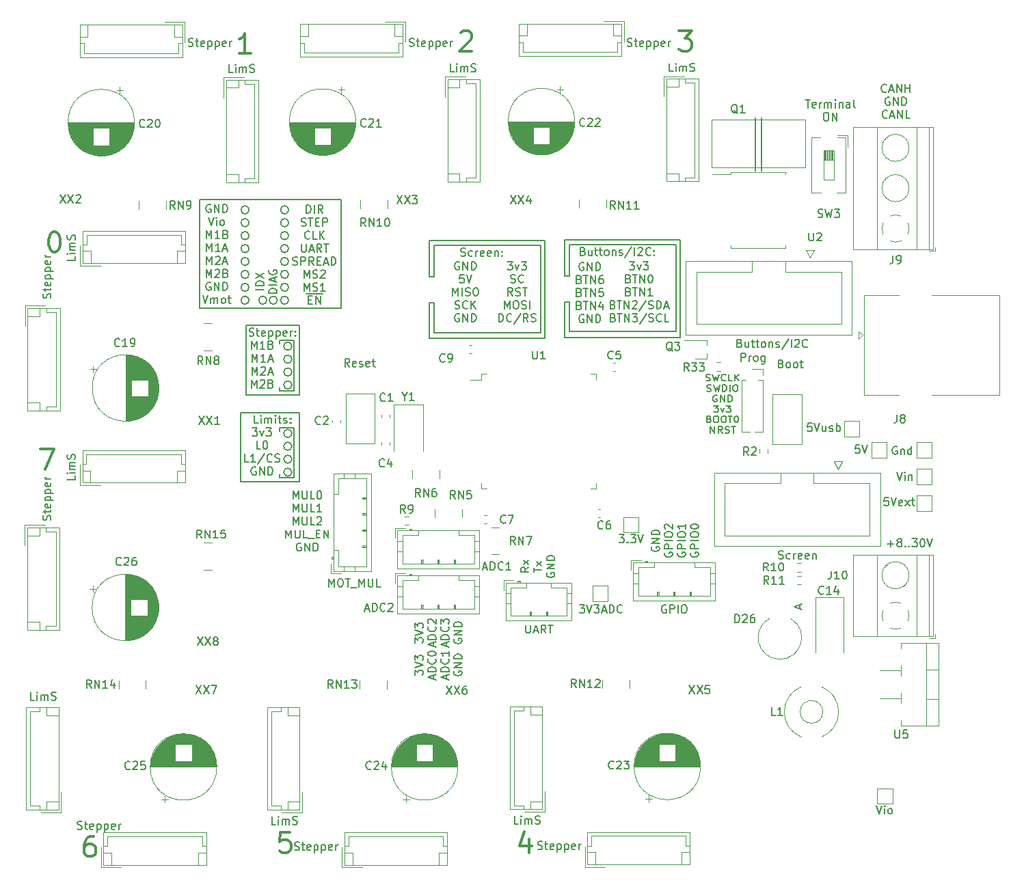
<source format=gbr>
%TF.GenerationSoftware,KiCad,Pcbnew,6.0.10*%
%TF.CreationDate,2023-01-16T16:43:20+03:00*%
%TF.ProjectId,multistepper,6d756c74-6973-4746-9570-7065722e6b69,rev?*%
%TF.SameCoordinates,Original*%
%TF.FileFunction,Legend,Top*%
%TF.FilePolarity,Positive*%
%FSLAX46Y46*%
G04 Gerber Fmt 4.6, Leading zero omitted, Abs format (unit mm)*
G04 Created by KiCad (PCBNEW 6.0.10) date 2023-01-16 16:43:20*
%MOMM*%
%LPD*%
G01*
G04 APERTURE LIST*
%ADD10C,0.150000*%
%ADD11C,0.350000*%
%ADD12C,0.120000*%
G04 APERTURE END LIST*
D10*
X122600000Y-65900000D02*
X136900000Y-65900000D01*
X89100000Y-95400000D02*
X87300000Y-95400000D01*
X122600000Y-73600000D02*
X123200000Y-73600000D01*
X82500000Y-87300000D02*
X89700000Y-87300000D01*
X89700000Y-87300000D02*
X89700000Y-95900000D01*
X89700000Y-95900000D02*
X82500000Y-95900000D01*
X82500000Y-95900000D02*
X82500000Y-87300000D01*
X88800000Y-94700000D02*
G75*
G03*
X88800000Y-94700000I-500000J0D01*
G01*
X136900000Y-78000000D02*
X122600000Y-78000000D01*
X87300000Y-89600000D02*
X87300000Y-89200000D01*
X77400000Y-60900000D02*
X94900000Y-60900000D01*
X94900000Y-60900000D02*
X94900000Y-74400000D01*
X94900000Y-74400000D02*
X77400000Y-74400000D01*
X77400000Y-74400000D02*
X77400000Y-60900000D01*
X88800000Y-91500000D02*
G75*
G03*
X88800000Y-91500000I-500000J0D01*
G01*
X88400000Y-67000000D02*
G75*
G03*
X88400000Y-67000000I-500000J0D01*
G01*
X83500000Y-70200000D02*
G75*
G03*
X83500000Y-70200000I-500000J0D01*
G01*
X87000000Y-73400000D02*
G75*
G03*
X87000000Y-73400000I-500000J0D01*
G01*
X123200000Y-66500000D02*
X136400000Y-66500000D01*
X88400000Y-65400000D02*
G75*
G03*
X88400000Y-65400000I-500000J0D01*
G01*
X105800000Y-66000000D02*
X120100000Y-66000000D01*
X136400000Y-77300000D02*
X123200000Y-77300000D01*
X87300000Y-84600000D02*
X87300000Y-84200000D01*
X88400000Y-63800000D02*
G75*
G03*
X88400000Y-63800000I-500000J0D01*
G01*
X122600000Y-70400000D02*
X122600000Y-65900000D01*
X89100000Y-78400000D02*
X89100000Y-84600000D01*
X83500000Y-73400000D02*
G75*
G03*
X83500000Y-73400000I-500000J0D01*
G01*
X136400000Y-66500000D02*
X136400000Y-77300000D01*
X88800000Y-82300000D02*
G75*
G03*
X88800000Y-82300000I-500000J0D01*
G01*
X105800000Y-73700000D02*
X106400000Y-73700000D01*
X88400000Y-68600000D02*
G75*
G03*
X88400000Y-68600000I-500000J0D01*
G01*
X87300000Y-89200000D02*
X89100000Y-89200000D01*
X123200000Y-70400000D02*
X123200000Y-66500000D01*
X120100000Y-66000000D02*
X120100000Y-78100000D01*
X89100000Y-89200000D02*
X89100000Y-95400000D01*
X83500000Y-62200000D02*
G75*
G03*
X83500000Y-62200000I-500000J0D01*
G01*
X106400000Y-77400000D02*
X106400000Y-73700000D01*
X119600000Y-66600000D02*
X119600000Y-77400000D01*
X83100000Y-76500000D02*
X89700000Y-76500000D01*
X89700000Y-76500000D02*
X89700000Y-85100000D01*
X89700000Y-85100000D02*
X83100000Y-85100000D01*
X83100000Y-85100000D02*
X83100000Y-76500000D01*
X105800000Y-70500000D02*
X105800000Y-66000000D01*
X85700000Y-73400000D02*
G75*
G03*
X85700000Y-73400000I-500000J0D01*
G01*
X88800000Y-93100000D02*
G75*
G03*
X88800000Y-93100000I-500000J0D01*
G01*
X88400000Y-70200000D02*
G75*
G03*
X88400000Y-70200000I-500000J0D01*
G01*
X83500000Y-71800000D02*
G75*
G03*
X83500000Y-71800000I-500000J0D01*
G01*
X136900000Y-65900000D02*
X136900000Y-78000000D01*
X89100000Y-84600000D02*
X87300000Y-84600000D01*
X88800000Y-83900000D02*
G75*
G03*
X88800000Y-83900000I-500000J0D01*
G01*
X123200000Y-70400000D02*
X122600000Y-70400000D01*
X88400000Y-73400000D02*
G75*
G03*
X88400000Y-73400000I-500000J0D01*
G01*
X87300000Y-95400000D02*
X87300000Y-95000000D01*
X88800000Y-79100000D02*
G75*
G03*
X88800000Y-79100000I-500000J0D01*
G01*
X88800000Y-89900000D02*
G75*
G03*
X88800000Y-89900000I-500000J0D01*
G01*
X83500000Y-63800000D02*
G75*
G03*
X83500000Y-63800000I-500000J0D01*
G01*
X83500000Y-67000000D02*
G75*
G03*
X83500000Y-67000000I-500000J0D01*
G01*
X88400000Y-71800000D02*
G75*
G03*
X88400000Y-71800000I-500000J0D01*
G01*
X87300000Y-78800000D02*
X87300000Y-78400000D01*
X106400000Y-70500000D02*
X105800000Y-70500000D01*
X83500000Y-68600000D02*
G75*
G03*
X83500000Y-68600000I-500000J0D01*
G01*
X122600000Y-78000000D02*
X122600000Y-73600000D01*
X123200000Y-77300000D02*
X123200000Y-73600000D01*
X105800000Y-78100000D02*
X105800000Y-73700000D01*
X119600000Y-77400000D02*
X106400000Y-77400000D01*
X88800000Y-80700000D02*
G75*
G03*
X88800000Y-80700000I-500000J0D01*
G01*
X88400000Y-62200000D02*
G75*
G03*
X88400000Y-62200000I-500000J0D01*
G01*
X87300000Y-78400000D02*
X89100000Y-78400000D01*
X83500000Y-65400000D02*
G75*
G03*
X83500000Y-65400000I-500000J0D01*
G01*
X106400000Y-66600000D02*
X119600000Y-66600000D01*
X120100000Y-78100000D02*
X105800000Y-78100000D01*
X106400000Y-70500000D02*
X106400000Y-66600000D01*
X83909523Y-89237380D02*
X84528571Y-89237380D01*
X84195238Y-89618333D01*
X84338095Y-89618333D01*
X84433333Y-89665952D01*
X84480952Y-89713571D01*
X84528571Y-89808809D01*
X84528571Y-90046904D01*
X84480952Y-90142142D01*
X84433333Y-90189761D01*
X84338095Y-90237380D01*
X84052380Y-90237380D01*
X83957142Y-90189761D01*
X83909523Y-90142142D01*
X84861904Y-89570714D02*
X85100000Y-90237380D01*
X85338095Y-89570714D01*
X85623809Y-89237380D02*
X86242857Y-89237380D01*
X85909523Y-89618333D01*
X86052380Y-89618333D01*
X86147619Y-89665952D01*
X86195238Y-89713571D01*
X86242857Y-89808809D01*
X86242857Y-90046904D01*
X86195238Y-90142142D01*
X86147619Y-90189761D01*
X86052380Y-90237380D01*
X85766666Y-90237380D01*
X85671428Y-90189761D01*
X85623809Y-90142142D01*
X84933333Y-91847380D02*
X84457142Y-91847380D01*
X84457142Y-90847380D01*
X85457142Y-90847380D02*
X85552380Y-90847380D01*
X85647619Y-90895000D01*
X85695238Y-90942619D01*
X85742857Y-91037857D01*
X85790476Y-91228333D01*
X85790476Y-91466428D01*
X85742857Y-91656904D01*
X85695238Y-91752142D01*
X85647619Y-91799761D01*
X85552380Y-91847380D01*
X85457142Y-91847380D01*
X85361904Y-91799761D01*
X85314285Y-91752142D01*
X85266666Y-91656904D01*
X85219047Y-91466428D01*
X85219047Y-91228333D01*
X85266666Y-91037857D01*
X85314285Y-90942619D01*
X85361904Y-90895000D01*
X85457142Y-90847380D01*
X83433333Y-93457380D02*
X82957142Y-93457380D01*
X82957142Y-92457380D01*
X84290476Y-93457380D02*
X83719047Y-93457380D01*
X84004761Y-93457380D02*
X84004761Y-92457380D01*
X83909523Y-92600238D01*
X83814285Y-92695476D01*
X83719047Y-92743095D01*
X85433333Y-92409761D02*
X84576190Y-93695476D01*
X86338095Y-93362142D02*
X86290476Y-93409761D01*
X86147619Y-93457380D01*
X86052380Y-93457380D01*
X85909523Y-93409761D01*
X85814285Y-93314523D01*
X85766666Y-93219285D01*
X85719047Y-93028809D01*
X85719047Y-92885952D01*
X85766666Y-92695476D01*
X85814285Y-92600238D01*
X85909523Y-92505000D01*
X86052380Y-92457380D01*
X86147619Y-92457380D01*
X86290476Y-92505000D01*
X86338095Y-92552619D01*
X86719047Y-93409761D02*
X86861904Y-93457380D01*
X87100000Y-93457380D01*
X87195238Y-93409761D01*
X87242857Y-93362142D01*
X87290476Y-93266904D01*
X87290476Y-93171666D01*
X87242857Y-93076428D01*
X87195238Y-93028809D01*
X87100000Y-92981190D01*
X86909523Y-92933571D01*
X86814285Y-92885952D01*
X86766666Y-92838333D01*
X86719047Y-92743095D01*
X86719047Y-92647857D01*
X86766666Y-92552619D01*
X86814285Y-92505000D01*
X86909523Y-92457380D01*
X87147619Y-92457380D01*
X87290476Y-92505000D01*
X84338095Y-94115000D02*
X84242857Y-94067380D01*
X84100000Y-94067380D01*
X83957142Y-94115000D01*
X83861904Y-94210238D01*
X83814285Y-94305476D01*
X83766666Y-94495952D01*
X83766666Y-94638809D01*
X83814285Y-94829285D01*
X83861904Y-94924523D01*
X83957142Y-95019761D01*
X84100000Y-95067380D01*
X84195238Y-95067380D01*
X84338095Y-95019761D01*
X84385714Y-94972142D01*
X84385714Y-94638809D01*
X84195238Y-94638809D01*
X84814285Y-95067380D02*
X84814285Y-94067380D01*
X85385714Y-95067380D01*
X85385714Y-94067380D01*
X85861904Y-95067380D02*
X85861904Y-94067380D01*
X86100000Y-94067380D01*
X86242857Y-94115000D01*
X86338095Y-94210238D01*
X86385714Y-94305476D01*
X86433333Y-94495952D01*
X86433333Y-94638809D01*
X86385714Y-94829285D01*
X86338095Y-94924523D01*
X86242857Y-95019761D01*
X86100000Y-95067380D01*
X85861904Y-95067380D01*
X83790476Y-79437380D02*
X83790476Y-78437380D01*
X84123809Y-79151666D01*
X84457142Y-78437380D01*
X84457142Y-79437380D01*
X85457142Y-79437380D02*
X84885714Y-79437380D01*
X85171428Y-79437380D02*
X85171428Y-78437380D01*
X85076190Y-78580238D01*
X84980952Y-78675476D01*
X84885714Y-78723095D01*
X86219047Y-78913571D02*
X86361904Y-78961190D01*
X86409523Y-79008809D01*
X86457142Y-79104047D01*
X86457142Y-79246904D01*
X86409523Y-79342142D01*
X86361904Y-79389761D01*
X86266666Y-79437380D01*
X85885714Y-79437380D01*
X85885714Y-78437380D01*
X86219047Y-78437380D01*
X86314285Y-78485000D01*
X86361904Y-78532619D01*
X86409523Y-78627857D01*
X86409523Y-78723095D01*
X86361904Y-78818333D01*
X86314285Y-78865952D01*
X86219047Y-78913571D01*
X85885714Y-78913571D01*
X83861904Y-81047380D02*
X83861904Y-80047380D01*
X84195238Y-80761666D01*
X84528571Y-80047380D01*
X84528571Y-81047380D01*
X85528571Y-81047380D02*
X84957142Y-81047380D01*
X85242857Y-81047380D02*
X85242857Y-80047380D01*
X85147619Y-80190238D01*
X85052380Y-80285476D01*
X84957142Y-80333095D01*
X85909523Y-80761666D02*
X86385714Y-80761666D01*
X85814285Y-81047380D02*
X86147619Y-80047380D01*
X86480952Y-81047380D01*
X83861904Y-82657380D02*
X83861904Y-81657380D01*
X84195238Y-82371666D01*
X84528571Y-81657380D01*
X84528571Y-82657380D01*
X84957142Y-81752619D02*
X85004761Y-81705000D01*
X85100000Y-81657380D01*
X85338095Y-81657380D01*
X85433333Y-81705000D01*
X85480952Y-81752619D01*
X85528571Y-81847857D01*
X85528571Y-81943095D01*
X85480952Y-82085952D01*
X84909523Y-82657380D01*
X85528571Y-82657380D01*
X85909523Y-82371666D02*
X86385714Y-82371666D01*
X85814285Y-82657380D02*
X86147619Y-81657380D01*
X86480952Y-82657380D01*
X83790476Y-84267380D02*
X83790476Y-83267380D01*
X84123809Y-83981666D01*
X84457142Y-83267380D01*
X84457142Y-84267380D01*
X84885714Y-83362619D02*
X84933333Y-83315000D01*
X85028571Y-83267380D01*
X85266666Y-83267380D01*
X85361904Y-83315000D01*
X85409523Y-83362619D01*
X85457142Y-83457857D01*
X85457142Y-83553095D01*
X85409523Y-83695952D01*
X84838095Y-84267380D01*
X85457142Y-84267380D01*
X86219047Y-83743571D02*
X86361904Y-83791190D01*
X86409523Y-83838809D01*
X86457142Y-83934047D01*
X86457142Y-84076904D01*
X86409523Y-84172142D01*
X86361904Y-84219761D01*
X86266666Y-84267380D01*
X85885714Y-84267380D01*
X85885714Y-83267380D01*
X86219047Y-83267380D01*
X86314285Y-83315000D01*
X86361904Y-83362619D01*
X86409523Y-83457857D01*
X86409523Y-83553095D01*
X86361904Y-83648333D01*
X86314285Y-83695952D01*
X86219047Y-83743571D01*
X85885714Y-83743571D01*
X104037380Y-115838095D02*
X104037380Y-115219047D01*
X104418333Y-115552380D01*
X104418333Y-115409523D01*
X104465952Y-115314285D01*
X104513571Y-115266666D01*
X104608809Y-115219047D01*
X104846904Y-115219047D01*
X104942142Y-115266666D01*
X104989761Y-115314285D01*
X105037380Y-115409523D01*
X105037380Y-115695238D01*
X104989761Y-115790476D01*
X104942142Y-115838095D01*
X104037380Y-114933333D02*
X105037380Y-114600000D01*
X104037380Y-114266666D01*
X104037380Y-114028571D02*
X104037380Y-113409523D01*
X104418333Y-113742857D01*
X104418333Y-113600000D01*
X104465952Y-113504761D01*
X104513571Y-113457142D01*
X104608809Y-113409523D01*
X104846904Y-113409523D01*
X104942142Y-113457142D01*
X104989761Y-113504761D01*
X105037380Y-113600000D01*
X105037380Y-113885714D01*
X104989761Y-113980952D01*
X104942142Y-114028571D01*
X106361666Y-116314285D02*
X106361666Y-115838095D01*
X106647380Y-116409523D02*
X105647380Y-116076190D01*
X106647380Y-115742857D01*
X106647380Y-115409523D02*
X105647380Y-115409523D01*
X105647380Y-115171428D01*
X105695000Y-115028571D01*
X105790238Y-114933333D01*
X105885476Y-114885714D01*
X106075952Y-114838095D01*
X106218809Y-114838095D01*
X106409285Y-114885714D01*
X106504523Y-114933333D01*
X106599761Y-115028571D01*
X106647380Y-115171428D01*
X106647380Y-115409523D01*
X106552142Y-113838095D02*
X106599761Y-113885714D01*
X106647380Y-114028571D01*
X106647380Y-114123809D01*
X106599761Y-114266666D01*
X106504523Y-114361904D01*
X106409285Y-114409523D01*
X106218809Y-114457142D01*
X106075952Y-114457142D01*
X105885476Y-114409523D01*
X105790238Y-114361904D01*
X105695000Y-114266666D01*
X105647380Y-114123809D01*
X105647380Y-114028571D01*
X105695000Y-113885714D01*
X105742619Y-113838095D01*
X105742619Y-113457142D02*
X105695000Y-113409523D01*
X105647380Y-113314285D01*
X105647380Y-113076190D01*
X105695000Y-112980952D01*
X105742619Y-112933333D01*
X105837857Y-112885714D01*
X105933095Y-112885714D01*
X106075952Y-112933333D01*
X106647380Y-113504761D01*
X106647380Y-112885714D01*
X107971666Y-116314285D02*
X107971666Y-115838095D01*
X108257380Y-116409523D02*
X107257380Y-116076190D01*
X108257380Y-115742857D01*
X108257380Y-115409523D02*
X107257380Y-115409523D01*
X107257380Y-115171428D01*
X107305000Y-115028571D01*
X107400238Y-114933333D01*
X107495476Y-114885714D01*
X107685952Y-114838095D01*
X107828809Y-114838095D01*
X108019285Y-114885714D01*
X108114523Y-114933333D01*
X108209761Y-115028571D01*
X108257380Y-115171428D01*
X108257380Y-115409523D01*
X108162142Y-113838095D02*
X108209761Y-113885714D01*
X108257380Y-114028571D01*
X108257380Y-114123809D01*
X108209761Y-114266666D01*
X108114523Y-114361904D01*
X108019285Y-114409523D01*
X107828809Y-114457142D01*
X107685952Y-114457142D01*
X107495476Y-114409523D01*
X107400238Y-114361904D01*
X107305000Y-114266666D01*
X107257380Y-114123809D01*
X107257380Y-114028571D01*
X107305000Y-113885714D01*
X107352619Y-113838095D01*
X107257380Y-113504761D02*
X107257380Y-112885714D01*
X107638333Y-113219047D01*
X107638333Y-113076190D01*
X107685952Y-112980952D01*
X107733571Y-112933333D01*
X107828809Y-112885714D01*
X108066904Y-112885714D01*
X108162142Y-112933333D01*
X108209761Y-112980952D01*
X108257380Y-113076190D01*
X108257380Y-113361904D01*
X108209761Y-113457142D01*
X108162142Y-113504761D01*
X108915000Y-115361904D02*
X108867380Y-115457142D01*
X108867380Y-115600000D01*
X108915000Y-115742857D01*
X109010238Y-115838095D01*
X109105476Y-115885714D01*
X109295952Y-115933333D01*
X109438809Y-115933333D01*
X109629285Y-115885714D01*
X109724523Y-115838095D01*
X109819761Y-115742857D01*
X109867380Y-115600000D01*
X109867380Y-115504761D01*
X109819761Y-115361904D01*
X109772142Y-115314285D01*
X109438809Y-115314285D01*
X109438809Y-115504761D01*
X109867380Y-114885714D02*
X108867380Y-114885714D01*
X109867380Y-114314285D01*
X108867380Y-114314285D01*
X109867380Y-113838095D02*
X108867380Y-113838095D01*
X108867380Y-113600000D01*
X108915000Y-113457142D01*
X109010238Y-113361904D01*
X109105476Y-113314285D01*
X109295952Y-113266666D01*
X109438809Y-113266666D01*
X109629285Y-113314285D01*
X109724523Y-113361904D01*
X109819761Y-113457142D01*
X109867380Y-113600000D01*
X109867380Y-113838095D01*
X152404761Y-48547380D02*
X152976190Y-48547380D01*
X152690476Y-49547380D02*
X152690476Y-48547380D01*
X153690476Y-49499761D02*
X153595238Y-49547380D01*
X153404761Y-49547380D01*
X153309523Y-49499761D01*
X153261904Y-49404523D01*
X153261904Y-49023571D01*
X153309523Y-48928333D01*
X153404761Y-48880714D01*
X153595238Y-48880714D01*
X153690476Y-48928333D01*
X153738095Y-49023571D01*
X153738095Y-49118809D01*
X153261904Y-49214047D01*
X154166666Y-49547380D02*
X154166666Y-48880714D01*
X154166666Y-49071190D02*
X154214285Y-48975952D01*
X154261904Y-48928333D01*
X154357142Y-48880714D01*
X154452380Y-48880714D01*
X154785714Y-49547380D02*
X154785714Y-48880714D01*
X154785714Y-48975952D02*
X154833333Y-48928333D01*
X154928571Y-48880714D01*
X155071428Y-48880714D01*
X155166666Y-48928333D01*
X155214285Y-49023571D01*
X155214285Y-49547380D01*
X155214285Y-49023571D02*
X155261904Y-48928333D01*
X155357142Y-48880714D01*
X155500000Y-48880714D01*
X155595238Y-48928333D01*
X155642857Y-49023571D01*
X155642857Y-49547380D01*
X156119047Y-49547380D02*
X156119047Y-48880714D01*
X156119047Y-48547380D02*
X156071428Y-48595000D01*
X156119047Y-48642619D01*
X156166666Y-48595000D01*
X156119047Y-48547380D01*
X156119047Y-48642619D01*
X156595238Y-48880714D02*
X156595238Y-49547380D01*
X156595238Y-48975952D02*
X156642857Y-48928333D01*
X156738095Y-48880714D01*
X156880952Y-48880714D01*
X156976190Y-48928333D01*
X157023809Y-49023571D01*
X157023809Y-49547380D01*
X157928571Y-49547380D02*
X157928571Y-49023571D01*
X157880952Y-48928333D01*
X157785714Y-48880714D01*
X157595238Y-48880714D01*
X157500000Y-48928333D01*
X157928571Y-49499761D02*
X157833333Y-49547380D01*
X157595238Y-49547380D01*
X157500000Y-49499761D01*
X157452380Y-49404523D01*
X157452380Y-49309285D01*
X157500000Y-49214047D01*
X157595238Y-49166428D01*
X157833333Y-49166428D01*
X157928571Y-49118809D01*
X158547619Y-49547380D02*
X158452380Y-49499761D01*
X158404761Y-49404523D01*
X158404761Y-48547380D01*
X154880952Y-50157380D02*
X155071428Y-50157380D01*
X155166666Y-50205000D01*
X155261904Y-50300238D01*
X155309523Y-50490714D01*
X155309523Y-50824047D01*
X155261904Y-51014523D01*
X155166666Y-51109761D01*
X155071428Y-51157380D01*
X154880952Y-51157380D01*
X154785714Y-51109761D01*
X154690476Y-51014523D01*
X154642857Y-50824047D01*
X154642857Y-50490714D01*
X154690476Y-50300238D01*
X154785714Y-50205000D01*
X154880952Y-50157380D01*
X155738095Y-51157380D02*
X155738095Y-50157380D01*
X156309523Y-51157380D01*
X156309523Y-50157380D01*
X124861904Y-67328571D02*
X125004761Y-67376190D01*
X125052380Y-67423809D01*
X125100000Y-67519047D01*
X125100000Y-67661904D01*
X125052380Y-67757142D01*
X125004761Y-67804761D01*
X124909523Y-67852380D01*
X124528571Y-67852380D01*
X124528571Y-66852380D01*
X124861904Y-66852380D01*
X124957142Y-66900000D01*
X125004761Y-66947619D01*
X125052380Y-67042857D01*
X125052380Y-67138095D01*
X125004761Y-67233333D01*
X124957142Y-67280952D01*
X124861904Y-67328571D01*
X124528571Y-67328571D01*
X125957142Y-67185714D02*
X125957142Y-67852380D01*
X125528571Y-67185714D02*
X125528571Y-67709523D01*
X125576190Y-67804761D01*
X125671428Y-67852380D01*
X125814285Y-67852380D01*
X125909523Y-67804761D01*
X125957142Y-67757142D01*
X126290476Y-67185714D02*
X126671428Y-67185714D01*
X126433333Y-66852380D02*
X126433333Y-67709523D01*
X126480952Y-67804761D01*
X126576190Y-67852380D01*
X126671428Y-67852380D01*
X126861904Y-67185714D02*
X127242857Y-67185714D01*
X127004761Y-66852380D02*
X127004761Y-67709523D01*
X127052380Y-67804761D01*
X127147619Y-67852380D01*
X127242857Y-67852380D01*
X127719047Y-67852380D02*
X127623809Y-67804761D01*
X127576190Y-67757142D01*
X127528571Y-67661904D01*
X127528571Y-67376190D01*
X127576190Y-67280952D01*
X127623809Y-67233333D01*
X127719047Y-67185714D01*
X127861904Y-67185714D01*
X127957142Y-67233333D01*
X128004761Y-67280952D01*
X128052380Y-67376190D01*
X128052380Y-67661904D01*
X128004761Y-67757142D01*
X127957142Y-67804761D01*
X127861904Y-67852380D01*
X127719047Y-67852380D01*
X128480952Y-67185714D02*
X128480952Y-67852380D01*
X128480952Y-67280952D02*
X128528571Y-67233333D01*
X128623809Y-67185714D01*
X128766666Y-67185714D01*
X128861904Y-67233333D01*
X128909523Y-67328571D01*
X128909523Y-67852380D01*
X129338095Y-67804761D02*
X129433333Y-67852380D01*
X129623809Y-67852380D01*
X129719047Y-67804761D01*
X129766666Y-67709523D01*
X129766666Y-67661904D01*
X129719047Y-67566666D01*
X129623809Y-67519047D01*
X129480952Y-67519047D01*
X129385714Y-67471428D01*
X129338095Y-67376190D01*
X129338095Y-67328571D01*
X129385714Y-67233333D01*
X129480952Y-67185714D01*
X129623809Y-67185714D01*
X129719047Y-67233333D01*
X130909523Y-66804761D02*
X130052380Y-68090476D01*
X131242857Y-67852380D02*
X131242857Y-66852380D01*
X131671428Y-66947619D02*
X131719047Y-66900000D01*
X131814285Y-66852380D01*
X132052380Y-66852380D01*
X132147619Y-66900000D01*
X132195238Y-66947619D01*
X132242857Y-67042857D01*
X132242857Y-67138095D01*
X132195238Y-67280952D01*
X131623809Y-67852380D01*
X132242857Y-67852380D01*
X133242857Y-67757142D02*
X133195238Y-67804761D01*
X133052380Y-67852380D01*
X132957142Y-67852380D01*
X132814285Y-67804761D01*
X132719047Y-67709523D01*
X132671428Y-67614285D01*
X132623809Y-67423809D01*
X132623809Y-67280952D01*
X132671428Y-67090476D01*
X132719047Y-66995238D01*
X132814285Y-66900000D01*
X132957142Y-66852380D01*
X133052380Y-66852380D01*
X133195238Y-66900000D01*
X133242857Y-66947619D01*
X133671428Y-67757142D02*
X133719047Y-67804761D01*
X133671428Y-67852380D01*
X133623809Y-67804761D01*
X133671428Y-67757142D01*
X133671428Y-67852380D01*
X133671428Y-67233333D02*
X133719047Y-67280952D01*
X133671428Y-67328571D01*
X133623809Y-67280952D01*
X133671428Y-67233333D01*
X133671428Y-67328571D01*
D11*
X59280952Y-64930952D02*
X59519047Y-64930952D01*
X59757142Y-65050000D01*
X59876190Y-65169047D01*
X59995238Y-65407142D01*
X60114285Y-65883333D01*
X60114285Y-66478571D01*
X59995238Y-66954761D01*
X59876190Y-67192857D01*
X59757142Y-67311904D01*
X59519047Y-67430952D01*
X59280952Y-67430952D01*
X59042857Y-67311904D01*
X58923809Y-67192857D01*
X58804761Y-66954761D01*
X58685714Y-66478571D01*
X58685714Y-65883333D01*
X58804761Y-65407142D01*
X58923809Y-65169047D01*
X59042857Y-65050000D01*
X59280952Y-64930952D01*
X83714285Y-42830952D02*
X82285714Y-42830952D01*
X83000000Y-42830952D02*
X83000000Y-40330952D01*
X82761904Y-40688095D01*
X82523809Y-40926190D01*
X82285714Y-41045238D01*
D10*
X85347380Y-72076190D02*
X84347380Y-72076190D01*
X85347380Y-71600000D02*
X84347380Y-71600000D01*
X84347380Y-71361904D01*
X84395000Y-71219047D01*
X84490238Y-71123809D01*
X84585476Y-71076190D01*
X84775952Y-71028571D01*
X84918809Y-71028571D01*
X85109285Y-71076190D01*
X85204523Y-71123809D01*
X85299761Y-71219047D01*
X85347380Y-71361904D01*
X85347380Y-71600000D01*
X84347380Y-70695238D02*
X85347380Y-70028571D01*
X84347380Y-70028571D02*
X85347380Y-70695238D01*
X86957380Y-72528571D02*
X85957380Y-72528571D01*
X85957380Y-72290476D01*
X86005000Y-72147619D01*
X86100238Y-72052380D01*
X86195476Y-72004761D01*
X86385952Y-71957142D01*
X86528809Y-71957142D01*
X86719285Y-72004761D01*
X86814523Y-72052380D01*
X86909761Y-72147619D01*
X86957380Y-72290476D01*
X86957380Y-72528571D01*
X86957380Y-71528571D02*
X85957380Y-71528571D01*
X86671666Y-71100000D02*
X86671666Y-70623809D01*
X86957380Y-71195238D02*
X85957380Y-70861904D01*
X86957380Y-70528571D01*
X86005000Y-69671428D02*
X85957380Y-69766666D01*
X85957380Y-69909523D01*
X86005000Y-70052380D01*
X86100238Y-70147619D01*
X86195476Y-70195238D01*
X86385952Y-70242857D01*
X86528809Y-70242857D01*
X86719285Y-70195238D01*
X86814523Y-70147619D01*
X86909761Y-70052380D01*
X86957380Y-69909523D01*
X86957380Y-69814285D01*
X86909761Y-69671428D01*
X86862142Y-69623809D01*
X86528809Y-69623809D01*
X86528809Y-69814285D01*
X83519047Y-77804761D02*
X83661904Y-77852380D01*
X83900000Y-77852380D01*
X83995238Y-77804761D01*
X84042857Y-77757142D01*
X84090476Y-77661904D01*
X84090476Y-77566666D01*
X84042857Y-77471428D01*
X83995238Y-77423809D01*
X83900000Y-77376190D01*
X83709523Y-77328571D01*
X83614285Y-77280952D01*
X83566666Y-77233333D01*
X83519047Y-77138095D01*
X83519047Y-77042857D01*
X83566666Y-76947619D01*
X83614285Y-76900000D01*
X83709523Y-76852380D01*
X83947619Y-76852380D01*
X84090476Y-76900000D01*
X84376190Y-77185714D02*
X84757142Y-77185714D01*
X84519047Y-76852380D02*
X84519047Y-77709523D01*
X84566666Y-77804761D01*
X84661904Y-77852380D01*
X84757142Y-77852380D01*
X85471428Y-77804761D02*
X85376190Y-77852380D01*
X85185714Y-77852380D01*
X85090476Y-77804761D01*
X85042857Y-77709523D01*
X85042857Y-77328571D01*
X85090476Y-77233333D01*
X85185714Y-77185714D01*
X85376190Y-77185714D01*
X85471428Y-77233333D01*
X85519047Y-77328571D01*
X85519047Y-77423809D01*
X85042857Y-77519047D01*
X85947619Y-77185714D02*
X85947619Y-78185714D01*
X85947619Y-77233333D02*
X86042857Y-77185714D01*
X86233333Y-77185714D01*
X86328571Y-77233333D01*
X86376190Y-77280952D01*
X86423809Y-77376190D01*
X86423809Y-77661904D01*
X86376190Y-77757142D01*
X86328571Y-77804761D01*
X86233333Y-77852380D01*
X86042857Y-77852380D01*
X85947619Y-77804761D01*
X86852380Y-77185714D02*
X86852380Y-78185714D01*
X86852380Y-77233333D02*
X86947619Y-77185714D01*
X87138095Y-77185714D01*
X87233333Y-77233333D01*
X87280952Y-77280952D01*
X87328571Y-77376190D01*
X87328571Y-77661904D01*
X87280952Y-77757142D01*
X87233333Y-77804761D01*
X87138095Y-77852380D01*
X86947619Y-77852380D01*
X86852380Y-77804761D01*
X88138095Y-77804761D02*
X88042857Y-77852380D01*
X87852380Y-77852380D01*
X87757142Y-77804761D01*
X87709523Y-77709523D01*
X87709523Y-77328571D01*
X87757142Y-77233333D01*
X87852380Y-77185714D01*
X88042857Y-77185714D01*
X88138095Y-77233333D01*
X88185714Y-77328571D01*
X88185714Y-77423809D01*
X87709523Y-77519047D01*
X88614285Y-77852380D02*
X88614285Y-77185714D01*
X88614285Y-77376190D02*
X88661904Y-77280952D01*
X88709523Y-77233333D01*
X88804761Y-77185714D01*
X88900000Y-77185714D01*
X89233333Y-77757142D02*
X89280952Y-77804761D01*
X89233333Y-77852380D01*
X89185714Y-77804761D01*
X89233333Y-77757142D01*
X89233333Y-77852380D01*
X89233333Y-77233333D02*
X89280952Y-77280952D01*
X89233333Y-77328571D01*
X89185714Y-77280952D01*
X89233333Y-77233333D01*
X89233333Y-77328571D01*
D11*
X88595238Y-139330952D02*
X87404761Y-139330952D01*
X87285714Y-140521428D01*
X87404761Y-140402380D01*
X87642857Y-140283333D01*
X88238095Y-140283333D01*
X88476190Y-140402380D01*
X88595238Y-140521428D01*
X88714285Y-140759523D01*
X88714285Y-141354761D01*
X88595238Y-141592857D01*
X88476190Y-141711904D01*
X88238095Y-141830952D01*
X87642857Y-141830952D01*
X87404761Y-141711904D01*
X87285714Y-141592857D01*
X118176190Y-140164285D02*
X118176190Y-141830952D01*
X117580952Y-139211904D02*
X116985714Y-140997619D01*
X118533333Y-140997619D01*
D10*
X162585714Y-103571428D02*
X163347619Y-103571428D01*
X162966666Y-103952380D02*
X162966666Y-103190476D01*
X163966666Y-103380952D02*
X163871428Y-103333333D01*
X163823809Y-103285714D01*
X163776190Y-103190476D01*
X163776190Y-103142857D01*
X163823809Y-103047619D01*
X163871428Y-103000000D01*
X163966666Y-102952380D01*
X164157142Y-102952380D01*
X164252380Y-103000000D01*
X164300000Y-103047619D01*
X164347619Y-103142857D01*
X164347619Y-103190476D01*
X164300000Y-103285714D01*
X164252380Y-103333333D01*
X164157142Y-103380952D01*
X163966666Y-103380952D01*
X163871428Y-103428571D01*
X163823809Y-103476190D01*
X163776190Y-103571428D01*
X163776190Y-103761904D01*
X163823809Y-103857142D01*
X163871428Y-103904761D01*
X163966666Y-103952380D01*
X164157142Y-103952380D01*
X164252380Y-103904761D01*
X164300000Y-103857142D01*
X164347619Y-103761904D01*
X164347619Y-103571428D01*
X164300000Y-103476190D01*
X164252380Y-103428571D01*
X164157142Y-103380952D01*
X164776190Y-103857142D02*
X164823809Y-103904761D01*
X164776190Y-103952380D01*
X164728571Y-103904761D01*
X164776190Y-103857142D01*
X164776190Y-103952380D01*
X165252380Y-103857142D02*
X165300000Y-103904761D01*
X165252380Y-103952380D01*
X165204761Y-103904761D01*
X165252380Y-103857142D01*
X165252380Y-103952380D01*
X165633333Y-102952380D02*
X166252380Y-102952380D01*
X165919047Y-103333333D01*
X166061904Y-103333333D01*
X166157142Y-103380952D01*
X166204761Y-103428571D01*
X166252380Y-103523809D01*
X166252380Y-103761904D01*
X166204761Y-103857142D01*
X166157142Y-103904761D01*
X166061904Y-103952380D01*
X165776190Y-103952380D01*
X165680952Y-103904761D01*
X165633333Y-103857142D01*
X166871428Y-102952380D02*
X166966666Y-102952380D01*
X167061904Y-103000000D01*
X167109523Y-103047619D01*
X167157142Y-103142857D01*
X167204761Y-103333333D01*
X167204761Y-103571428D01*
X167157142Y-103761904D01*
X167109523Y-103857142D01*
X167061904Y-103904761D01*
X166966666Y-103952380D01*
X166871428Y-103952380D01*
X166776190Y-103904761D01*
X166728571Y-103857142D01*
X166680952Y-103761904D01*
X166633333Y-103571428D01*
X166633333Y-103333333D01*
X166680952Y-103142857D01*
X166728571Y-103047619D01*
X166776190Y-103000000D01*
X166871428Y-102952380D01*
X167490476Y-102952380D02*
X167823809Y-103952380D01*
X168157142Y-102952380D01*
D11*
X64276190Y-139830952D02*
X63800000Y-139830952D01*
X63561904Y-139950000D01*
X63442857Y-140069047D01*
X63204761Y-140426190D01*
X63085714Y-140902380D01*
X63085714Y-141854761D01*
X63204761Y-142092857D01*
X63323809Y-142211904D01*
X63561904Y-142330952D01*
X64038095Y-142330952D01*
X64276190Y-142211904D01*
X64395238Y-142092857D01*
X64514285Y-141854761D01*
X64514285Y-141259523D01*
X64395238Y-141021428D01*
X64276190Y-140902380D01*
X64038095Y-140783333D01*
X63561904Y-140783333D01*
X63323809Y-140902380D01*
X63204761Y-141021428D01*
X63085714Y-141259523D01*
D10*
X140102685Y-83362209D02*
X140231257Y-83400304D01*
X140445542Y-83400304D01*
X140531257Y-83362209D01*
X140574114Y-83324114D01*
X140616971Y-83247923D01*
X140616971Y-83171733D01*
X140574114Y-83095542D01*
X140531257Y-83057447D01*
X140445542Y-83019352D01*
X140274114Y-82981257D01*
X140188400Y-82943161D01*
X140145542Y-82905066D01*
X140102685Y-82828876D01*
X140102685Y-82752685D01*
X140145542Y-82676495D01*
X140188400Y-82638400D01*
X140274114Y-82600304D01*
X140488400Y-82600304D01*
X140616971Y-82638400D01*
X140916971Y-82600304D02*
X141131257Y-83400304D01*
X141302685Y-82828876D01*
X141474114Y-83400304D01*
X141688400Y-82600304D01*
X142545542Y-83324114D02*
X142502685Y-83362209D01*
X142374114Y-83400304D01*
X142288400Y-83400304D01*
X142159828Y-83362209D01*
X142074114Y-83286019D01*
X142031257Y-83209828D01*
X141988400Y-83057447D01*
X141988400Y-82943161D01*
X142031257Y-82790780D01*
X142074114Y-82714590D01*
X142159828Y-82638400D01*
X142288400Y-82600304D01*
X142374114Y-82600304D01*
X142502685Y-82638400D01*
X142545542Y-82676495D01*
X143359828Y-83400304D02*
X142931257Y-83400304D01*
X142931257Y-82600304D01*
X143659828Y-83400304D02*
X143659828Y-82600304D01*
X144174114Y-83400304D02*
X143788400Y-82943161D01*
X144174114Y-82600304D02*
X143659828Y-83057447D01*
X140231257Y-84650209D02*
X140359828Y-84688304D01*
X140574114Y-84688304D01*
X140659828Y-84650209D01*
X140702685Y-84612114D01*
X140745542Y-84535923D01*
X140745542Y-84459733D01*
X140702685Y-84383542D01*
X140659828Y-84345447D01*
X140574114Y-84307352D01*
X140402685Y-84269257D01*
X140316971Y-84231161D01*
X140274114Y-84193066D01*
X140231257Y-84116876D01*
X140231257Y-84040685D01*
X140274114Y-83964495D01*
X140316971Y-83926400D01*
X140402685Y-83888304D01*
X140616971Y-83888304D01*
X140745542Y-83926400D01*
X141045542Y-83888304D02*
X141259828Y-84688304D01*
X141431257Y-84116876D01*
X141602685Y-84688304D01*
X141816971Y-83888304D01*
X142159828Y-84688304D02*
X142159828Y-83888304D01*
X142374114Y-83888304D01*
X142502685Y-83926400D01*
X142588400Y-84002590D01*
X142631257Y-84078780D01*
X142674114Y-84231161D01*
X142674114Y-84345447D01*
X142631257Y-84497828D01*
X142588400Y-84574019D01*
X142502685Y-84650209D01*
X142374114Y-84688304D01*
X142159828Y-84688304D01*
X143059828Y-84688304D02*
X143059828Y-83888304D01*
X143659828Y-83888304D02*
X143831257Y-83888304D01*
X143916971Y-83926400D01*
X144002685Y-84002590D01*
X144045542Y-84154971D01*
X144045542Y-84421638D01*
X144002685Y-84574019D01*
X143916971Y-84650209D01*
X143831257Y-84688304D01*
X143659828Y-84688304D01*
X143574114Y-84650209D01*
X143488400Y-84574019D01*
X143445542Y-84421638D01*
X143445542Y-84154971D01*
X143488400Y-84002590D01*
X143574114Y-83926400D01*
X143659828Y-83888304D01*
X141452685Y-85214400D02*
X141366971Y-85176304D01*
X141238400Y-85176304D01*
X141109828Y-85214400D01*
X141024114Y-85290590D01*
X140981257Y-85366780D01*
X140938400Y-85519161D01*
X140938400Y-85633447D01*
X140981257Y-85785828D01*
X141024114Y-85862019D01*
X141109828Y-85938209D01*
X141238400Y-85976304D01*
X141324114Y-85976304D01*
X141452685Y-85938209D01*
X141495542Y-85900114D01*
X141495542Y-85633447D01*
X141324114Y-85633447D01*
X141881257Y-85976304D02*
X141881257Y-85176304D01*
X142395542Y-85976304D01*
X142395542Y-85176304D01*
X142824114Y-85976304D02*
X142824114Y-85176304D01*
X143038400Y-85176304D01*
X143166971Y-85214400D01*
X143252685Y-85290590D01*
X143295542Y-85366780D01*
X143338400Y-85519161D01*
X143338400Y-85633447D01*
X143295542Y-85785828D01*
X143252685Y-85862019D01*
X143166971Y-85938209D01*
X143038400Y-85976304D01*
X142824114Y-85976304D01*
X141066971Y-86464304D02*
X141624114Y-86464304D01*
X141324114Y-86769066D01*
X141452685Y-86769066D01*
X141538400Y-86807161D01*
X141581257Y-86845257D01*
X141624114Y-86921447D01*
X141624114Y-87111923D01*
X141581257Y-87188114D01*
X141538400Y-87226209D01*
X141452685Y-87264304D01*
X141195542Y-87264304D01*
X141109828Y-87226209D01*
X141066971Y-87188114D01*
X141924114Y-86730971D02*
X142138400Y-87264304D01*
X142352685Y-86730971D01*
X142609828Y-86464304D02*
X143166971Y-86464304D01*
X142866971Y-86769066D01*
X142995542Y-86769066D01*
X143081257Y-86807161D01*
X143124114Y-86845257D01*
X143166971Y-86921447D01*
X143166971Y-87111923D01*
X143124114Y-87188114D01*
X143081257Y-87226209D01*
X142995542Y-87264304D01*
X142738400Y-87264304D01*
X142652685Y-87226209D01*
X142609828Y-87188114D01*
X140488400Y-88133257D02*
X140616971Y-88171352D01*
X140659828Y-88209447D01*
X140702685Y-88285638D01*
X140702685Y-88399923D01*
X140659828Y-88476114D01*
X140616971Y-88514209D01*
X140531257Y-88552304D01*
X140188400Y-88552304D01*
X140188400Y-87752304D01*
X140488400Y-87752304D01*
X140574114Y-87790400D01*
X140616971Y-87828495D01*
X140659828Y-87904685D01*
X140659828Y-87980876D01*
X140616971Y-88057066D01*
X140574114Y-88095161D01*
X140488400Y-88133257D01*
X140188400Y-88133257D01*
X141259828Y-87752304D02*
X141431257Y-87752304D01*
X141516971Y-87790400D01*
X141602685Y-87866590D01*
X141645542Y-88018971D01*
X141645542Y-88285638D01*
X141602685Y-88438019D01*
X141516971Y-88514209D01*
X141431257Y-88552304D01*
X141259828Y-88552304D01*
X141174114Y-88514209D01*
X141088400Y-88438019D01*
X141045542Y-88285638D01*
X141045542Y-88018971D01*
X141088400Y-87866590D01*
X141174114Y-87790400D01*
X141259828Y-87752304D01*
X142202685Y-87752304D02*
X142374114Y-87752304D01*
X142459828Y-87790400D01*
X142545542Y-87866590D01*
X142588400Y-88018971D01*
X142588400Y-88285638D01*
X142545542Y-88438019D01*
X142459828Y-88514209D01*
X142374114Y-88552304D01*
X142202685Y-88552304D01*
X142116971Y-88514209D01*
X142031257Y-88438019D01*
X141988400Y-88285638D01*
X141988400Y-88018971D01*
X142031257Y-87866590D01*
X142116971Y-87790400D01*
X142202685Y-87752304D01*
X142845542Y-87752304D02*
X143359828Y-87752304D01*
X143102685Y-88552304D02*
X143102685Y-87752304D01*
X143831257Y-87752304D02*
X143916971Y-87752304D01*
X144002685Y-87790400D01*
X144045542Y-87828495D01*
X144088400Y-87904685D01*
X144131257Y-88057066D01*
X144131257Y-88247542D01*
X144088400Y-88399923D01*
X144045542Y-88476114D01*
X144002685Y-88514209D01*
X143916971Y-88552304D01*
X143831257Y-88552304D01*
X143745542Y-88514209D01*
X143702685Y-88476114D01*
X143659828Y-88399923D01*
X143616971Y-88247542D01*
X143616971Y-88057066D01*
X143659828Y-87904685D01*
X143702685Y-87828495D01*
X143745542Y-87790400D01*
X143831257Y-87752304D01*
X140659828Y-89840304D02*
X140659828Y-89040304D01*
X141174114Y-89840304D01*
X141174114Y-89040304D01*
X142116971Y-89840304D02*
X141816971Y-89459352D01*
X141602685Y-89840304D02*
X141602685Y-89040304D01*
X141945542Y-89040304D01*
X142031257Y-89078400D01*
X142074114Y-89116495D01*
X142116971Y-89192685D01*
X142116971Y-89306971D01*
X142074114Y-89383161D01*
X142031257Y-89421257D01*
X141945542Y-89459352D01*
X141602685Y-89459352D01*
X142459828Y-89802209D02*
X142588400Y-89840304D01*
X142802685Y-89840304D01*
X142888400Y-89802209D01*
X142931257Y-89764114D01*
X142974114Y-89687923D01*
X142974114Y-89611733D01*
X142931257Y-89535542D01*
X142888400Y-89497447D01*
X142802685Y-89459352D01*
X142631257Y-89421257D01*
X142545542Y-89383161D01*
X142502685Y-89345066D01*
X142459828Y-89268876D01*
X142459828Y-89192685D01*
X142502685Y-89116495D01*
X142545542Y-89078400D01*
X142631257Y-89040304D01*
X142845542Y-89040304D01*
X142974114Y-89078400D01*
X143231257Y-89040304D02*
X143745542Y-89040304D01*
X143488400Y-89840304D02*
X143488400Y-89040304D01*
X162433333Y-47547142D02*
X162385714Y-47594761D01*
X162242857Y-47642380D01*
X162147619Y-47642380D01*
X162004761Y-47594761D01*
X161909523Y-47499523D01*
X161861904Y-47404285D01*
X161814285Y-47213809D01*
X161814285Y-47070952D01*
X161861904Y-46880476D01*
X161909523Y-46785238D01*
X162004761Y-46690000D01*
X162147619Y-46642380D01*
X162242857Y-46642380D01*
X162385714Y-46690000D01*
X162433333Y-46737619D01*
X162814285Y-47356666D02*
X163290476Y-47356666D01*
X162719047Y-47642380D02*
X163052380Y-46642380D01*
X163385714Y-47642380D01*
X163719047Y-47642380D02*
X163719047Y-46642380D01*
X164290476Y-47642380D01*
X164290476Y-46642380D01*
X164766666Y-47642380D02*
X164766666Y-46642380D01*
X164766666Y-47118571D02*
X165338095Y-47118571D01*
X165338095Y-47642380D02*
X165338095Y-46642380D01*
X162838095Y-48300000D02*
X162742857Y-48252380D01*
X162600000Y-48252380D01*
X162457142Y-48300000D01*
X162361904Y-48395238D01*
X162314285Y-48490476D01*
X162266666Y-48680952D01*
X162266666Y-48823809D01*
X162314285Y-49014285D01*
X162361904Y-49109523D01*
X162457142Y-49204761D01*
X162600000Y-49252380D01*
X162695238Y-49252380D01*
X162838095Y-49204761D01*
X162885714Y-49157142D01*
X162885714Y-48823809D01*
X162695238Y-48823809D01*
X163314285Y-49252380D02*
X163314285Y-48252380D01*
X163885714Y-49252380D01*
X163885714Y-48252380D01*
X164361904Y-49252380D02*
X164361904Y-48252380D01*
X164600000Y-48252380D01*
X164742857Y-48300000D01*
X164838095Y-48395238D01*
X164885714Y-48490476D01*
X164933333Y-48680952D01*
X164933333Y-48823809D01*
X164885714Y-49014285D01*
X164838095Y-49109523D01*
X164742857Y-49204761D01*
X164600000Y-49252380D01*
X164361904Y-49252380D01*
X162552380Y-50767142D02*
X162504761Y-50814761D01*
X162361904Y-50862380D01*
X162266666Y-50862380D01*
X162123809Y-50814761D01*
X162028571Y-50719523D01*
X161980952Y-50624285D01*
X161933333Y-50433809D01*
X161933333Y-50290952D01*
X161980952Y-50100476D01*
X162028571Y-50005238D01*
X162123809Y-49910000D01*
X162266666Y-49862380D01*
X162361904Y-49862380D01*
X162504761Y-49910000D01*
X162552380Y-49957619D01*
X162933333Y-50576666D02*
X163409523Y-50576666D01*
X162838095Y-50862380D02*
X163171428Y-49862380D01*
X163504761Y-50862380D01*
X163838095Y-50862380D02*
X163838095Y-49862380D01*
X164409523Y-50862380D01*
X164409523Y-49862380D01*
X165361904Y-50862380D02*
X164885714Y-50862380D01*
X164885714Y-49862380D01*
X133385000Y-103961904D02*
X133337380Y-104057142D01*
X133337380Y-104200000D01*
X133385000Y-104342857D01*
X133480238Y-104438095D01*
X133575476Y-104485714D01*
X133765952Y-104533333D01*
X133908809Y-104533333D01*
X134099285Y-104485714D01*
X134194523Y-104438095D01*
X134289761Y-104342857D01*
X134337380Y-104200000D01*
X134337380Y-104104761D01*
X134289761Y-103961904D01*
X134242142Y-103914285D01*
X133908809Y-103914285D01*
X133908809Y-104104761D01*
X134337380Y-103485714D02*
X133337380Y-103485714D01*
X134337380Y-102914285D01*
X133337380Y-102914285D01*
X134337380Y-102438095D02*
X133337380Y-102438095D01*
X133337380Y-102200000D01*
X133385000Y-102057142D01*
X133480238Y-101961904D01*
X133575476Y-101914285D01*
X133765952Y-101866666D01*
X133908809Y-101866666D01*
X134099285Y-101914285D01*
X134194523Y-101961904D01*
X134289761Y-102057142D01*
X134337380Y-102200000D01*
X134337380Y-102438095D01*
X134995000Y-104676190D02*
X134947380Y-104771428D01*
X134947380Y-104914285D01*
X134995000Y-105057142D01*
X135090238Y-105152380D01*
X135185476Y-105200000D01*
X135375952Y-105247619D01*
X135518809Y-105247619D01*
X135709285Y-105200000D01*
X135804523Y-105152380D01*
X135899761Y-105057142D01*
X135947380Y-104914285D01*
X135947380Y-104819047D01*
X135899761Y-104676190D01*
X135852142Y-104628571D01*
X135518809Y-104628571D01*
X135518809Y-104819047D01*
X135947380Y-104200000D02*
X134947380Y-104200000D01*
X134947380Y-103819047D01*
X134995000Y-103723809D01*
X135042619Y-103676190D01*
X135137857Y-103628571D01*
X135280714Y-103628571D01*
X135375952Y-103676190D01*
X135423571Y-103723809D01*
X135471190Y-103819047D01*
X135471190Y-104200000D01*
X135947380Y-103200000D02*
X134947380Y-103200000D01*
X134947380Y-102533333D02*
X134947380Y-102342857D01*
X134995000Y-102247619D01*
X135090238Y-102152380D01*
X135280714Y-102104761D01*
X135614047Y-102104761D01*
X135804523Y-102152380D01*
X135899761Y-102247619D01*
X135947380Y-102342857D01*
X135947380Y-102533333D01*
X135899761Y-102628571D01*
X135804523Y-102723809D01*
X135614047Y-102771428D01*
X135280714Y-102771428D01*
X135090238Y-102723809D01*
X134995000Y-102628571D01*
X134947380Y-102533333D01*
X135042619Y-101723809D02*
X134995000Y-101676190D01*
X134947380Y-101580952D01*
X134947380Y-101342857D01*
X134995000Y-101247619D01*
X135042619Y-101200000D01*
X135137857Y-101152380D01*
X135233095Y-101152380D01*
X135375952Y-101200000D01*
X135947380Y-101771428D01*
X135947380Y-101152380D01*
X136605000Y-104676190D02*
X136557380Y-104771428D01*
X136557380Y-104914285D01*
X136605000Y-105057142D01*
X136700238Y-105152380D01*
X136795476Y-105200000D01*
X136985952Y-105247619D01*
X137128809Y-105247619D01*
X137319285Y-105200000D01*
X137414523Y-105152380D01*
X137509761Y-105057142D01*
X137557380Y-104914285D01*
X137557380Y-104819047D01*
X137509761Y-104676190D01*
X137462142Y-104628571D01*
X137128809Y-104628571D01*
X137128809Y-104819047D01*
X137557380Y-104200000D02*
X136557380Y-104200000D01*
X136557380Y-103819047D01*
X136605000Y-103723809D01*
X136652619Y-103676190D01*
X136747857Y-103628571D01*
X136890714Y-103628571D01*
X136985952Y-103676190D01*
X137033571Y-103723809D01*
X137081190Y-103819047D01*
X137081190Y-104200000D01*
X137557380Y-103200000D02*
X136557380Y-103200000D01*
X136557380Y-102533333D02*
X136557380Y-102342857D01*
X136605000Y-102247619D01*
X136700238Y-102152380D01*
X136890714Y-102104761D01*
X137224047Y-102104761D01*
X137414523Y-102152380D01*
X137509761Y-102247619D01*
X137557380Y-102342857D01*
X137557380Y-102533333D01*
X137509761Y-102628571D01*
X137414523Y-102723809D01*
X137224047Y-102771428D01*
X136890714Y-102771428D01*
X136700238Y-102723809D01*
X136605000Y-102628571D01*
X136557380Y-102533333D01*
X137557380Y-101152380D02*
X137557380Y-101723809D01*
X137557380Y-101438095D02*
X136557380Y-101438095D01*
X136700238Y-101533333D01*
X136795476Y-101628571D01*
X136843095Y-101723809D01*
X138215000Y-104676190D02*
X138167380Y-104771428D01*
X138167380Y-104914285D01*
X138215000Y-105057142D01*
X138310238Y-105152380D01*
X138405476Y-105200000D01*
X138595952Y-105247619D01*
X138738809Y-105247619D01*
X138929285Y-105200000D01*
X139024523Y-105152380D01*
X139119761Y-105057142D01*
X139167380Y-104914285D01*
X139167380Y-104819047D01*
X139119761Y-104676190D01*
X139072142Y-104628571D01*
X138738809Y-104628571D01*
X138738809Y-104819047D01*
X139167380Y-104200000D02*
X138167380Y-104200000D01*
X138167380Y-103819047D01*
X138215000Y-103723809D01*
X138262619Y-103676190D01*
X138357857Y-103628571D01*
X138500714Y-103628571D01*
X138595952Y-103676190D01*
X138643571Y-103723809D01*
X138691190Y-103819047D01*
X138691190Y-104200000D01*
X139167380Y-103200000D02*
X138167380Y-103200000D01*
X138167380Y-102533333D02*
X138167380Y-102342857D01*
X138215000Y-102247619D01*
X138310238Y-102152380D01*
X138500714Y-102104761D01*
X138834047Y-102104761D01*
X139024523Y-102152380D01*
X139119761Y-102247619D01*
X139167380Y-102342857D01*
X139167380Y-102533333D01*
X139119761Y-102628571D01*
X139024523Y-102723809D01*
X138834047Y-102771428D01*
X138500714Y-102771428D01*
X138310238Y-102723809D01*
X138215000Y-102628571D01*
X138167380Y-102533333D01*
X138167380Y-101485714D02*
X138167380Y-101390476D01*
X138215000Y-101295238D01*
X138262619Y-101247619D01*
X138357857Y-101200000D01*
X138548333Y-101152380D01*
X138786428Y-101152380D01*
X138976904Y-101200000D01*
X139072142Y-101247619D01*
X139119761Y-101295238D01*
X139167380Y-101390476D01*
X139167380Y-101485714D01*
X139119761Y-101580952D01*
X139072142Y-101628571D01*
X138976904Y-101676190D01*
X138786428Y-101723809D01*
X138548333Y-101723809D01*
X138357857Y-101676190D01*
X138262619Y-101628571D01*
X138215000Y-101580952D01*
X138167380Y-101485714D01*
D11*
X57666666Y-91830952D02*
X59333333Y-91830952D01*
X58261904Y-94330952D01*
D10*
X130609523Y-68632380D02*
X131228571Y-68632380D01*
X130895238Y-69013333D01*
X131038095Y-69013333D01*
X131133333Y-69060952D01*
X131180952Y-69108571D01*
X131228571Y-69203809D01*
X131228571Y-69441904D01*
X131180952Y-69537142D01*
X131133333Y-69584761D01*
X131038095Y-69632380D01*
X130752380Y-69632380D01*
X130657142Y-69584761D01*
X130609523Y-69537142D01*
X131561904Y-68965714D02*
X131800000Y-69632380D01*
X132038095Y-68965714D01*
X132323809Y-68632380D02*
X132942857Y-68632380D01*
X132609523Y-69013333D01*
X132752380Y-69013333D01*
X132847619Y-69060952D01*
X132895238Y-69108571D01*
X132942857Y-69203809D01*
X132942857Y-69441904D01*
X132895238Y-69537142D01*
X132847619Y-69584761D01*
X132752380Y-69632380D01*
X132466666Y-69632380D01*
X132371428Y-69584761D01*
X132323809Y-69537142D01*
X130490476Y-70718571D02*
X130633333Y-70766190D01*
X130680952Y-70813809D01*
X130728571Y-70909047D01*
X130728571Y-71051904D01*
X130680952Y-71147142D01*
X130633333Y-71194761D01*
X130538095Y-71242380D01*
X130157142Y-71242380D01*
X130157142Y-70242380D01*
X130490476Y-70242380D01*
X130585714Y-70290000D01*
X130633333Y-70337619D01*
X130680952Y-70432857D01*
X130680952Y-70528095D01*
X130633333Y-70623333D01*
X130585714Y-70670952D01*
X130490476Y-70718571D01*
X130157142Y-70718571D01*
X131014285Y-70242380D02*
X131585714Y-70242380D01*
X131300000Y-71242380D02*
X131300000Y-70242380D01*
X131919047Y-71242380D02*
X131919047Y-70242380D01*
X132490476Y-71242380D01*
X132490476Y-70242380D01*
X133157142Y-70242380D02*
X133252380Y-70242380D01*
X133347619Y-70290000D01*
X133395238Y-70337619D01*
X133442857Y-70432857D01*
X133490476Y-70623333D01*
X133490476Y-70861428D01*
X133442857Y-71051904D01*
X133395238Y-71147142D01*
X133347619Y-71194761D01*
X133252380Y-71242380D01*
X133157142Y-71242380D01*
X133061904Y-71194761D01*
X133014285Y-71147142D01*
X132966666Y-71051904D01*
X132919047Y-70861428D01*
X132919047Y-70623333D01*
X132966666Y-70432857D01*
X133014285Y-70337619D01*
X133061904Y-70290000D01*
X133157142Y-70242380D01*
X130490476Y-72328571D02*
X130633333Y-72376190D01*
X130680952Y-72423809D01*
X130728571Y-72519047D01*
X130728571Y-72661904D01*
X130680952Y-72757142D01*
X130633333Y-72804761D01*
X130538095Y-72852380D01*
X130157142Y-72852380D01*
X130157142Y-71852380D01*
X130490476Y-71852380D01*
X130585714Y-71900000D01*
X130633333Y-71947619D01*
X130680952Y-72042857D01*
X130680952Y-72138095D01*
X130633333Y-72233333D01*
X130585714Y-72280952D01*
X130490476Y-72328571D01*
X130157142Y-72328571D01*
X131014285Y-71852380D02*
X131585714Y-71852380D01*
X131300000Y-72852380D02*
X131300000Y-71852380D01*
X131919047Y-72852380D02*
X131919047Y-71852380D01*
X132490476Y-72852380D01*
X132490476Y-71852380D01*
X133490476Y-72852380D02*
X132919047Y-72852380D01*
X133204761Y-72852380D02*
X133204761Y-71852380D01*
X133109523Y-71995238D01*
X133014285Y-72090476D01*
X132919047Y-72138095D01*
X128561904Y-73938571D02*
X128704761Y-73986190D01*
X128752380Y-74033809D01*
X128800000Y-74129047D01*
X128800000Y-74271904D01*
X128752380Y-74367142D01*
X128704761Y-74414761D01*
X128609523Y-74462380D01*
X128228571Y-74462380D01*
X128228571Y-73462380D01*
X128561904Y-73462380D01*
X128657142Y-73510000D01*
X128704761Y-73557619D01*
X128752380Y-73652857D01*
X128752380Y-73748095D01*
X128704761Y-73843333D01*
X128657142Y-73890952D01*
X128561904Y-73938571D01*
X128228571Y-73938571D01*
X129085714Y-73462380D02*
X129657142Y-73462380D01*
X129371428Y-74462380D02*
X129371428Y-73462380D01*
X129990476Y-74462380D02*
X129990476Y-73462380D01*
X130561904Y-74462380D01*
X130561904Y-73462380D01*
X130990476Y-73557619D02*
X131038095Y-73510000D01*
X131133333Y-73462380D01*
X131371428Y-73462380D01*
X131466666Y-73510000D01*
X131514285Y-73557619D01*
X131561904Y-73652857D01*
X131561904Y-73748095D01*
X131514285Y-73890952D01*
X130942857Y-74462380D01*
X131561904Y-74462380D01*
X132704761Y-73414761D02*
X131847619Y-74700476D01*
X132990476Y-74414761D02*
X133133333Y-74462380D01*
X133371428Y-74462380D01*
X133466666Y-74414761D01*
X133514285Y-74367142D01*
X133561904Y-74271904D01*
X133561904Y-74176666D01*
X133514285Y-74081428D01*
X133466666Y-74033809D01*
X133371428Y-73986190D01*
X133180952Y-73938571D01*
X133085714Y-73890952D01*
X133038095Y-73843333D01*
X132990476Y-73748095D01*
X132990476Y-73652857D01*
X133038095Y-73557619D01*
X133085714Y-73510000D01*
X133180952Y-73462380D01*
X133419047Y-73462380D01*
X133561904Y-73510000D01*
X133990476Y-74462380D02*
X133990476Y-73462380D01*
X134228571Y-73462380D01*
X134371428Y-73510000D01*
X134466666Y-73605238D01*
X134514285Y-73700476D01*
X134561904Y-73890952D01*
X134561904Y-74033809D01*
X134514285Y-74224285D01*
X134466666Y-74319523D01*
X134371428Y-74414761D01*
X134228571Y-74462380D01*
X133990476Y-74462380D01*
X134942857Y-74176666D02*
X135419047Y-74176666D01*
X134847619Y-74462380D02*
X135180952Y-73462380D01*
X135514285Y-74462380D01*
X128585714Y-75548571D02*
X128728571Y-75596190D01*
X128776190Y-75643809D01*
X128823809Y-75739047D01*
X128823809Y-75881904D01*
X128776190Y-75977142D01*
X128728571Y-76024761D01*
X128633333Y-76072380D01*
X128252380Y-76072380D01*
X128252380Y-75072380D01*
X128585714Y-75072380D01*
X128680952Y-75120000D01*
X128728571Y-75167619D01*
X128776190Y-75262857D01*
X128776190Y-75358095D01*
X128728571Y-75453333D01*
X128680952Y-75500952D01*
X128585714Y-75548571D01*
X128252380Y-75548571D01*
X129109523Y-75072380D02*
X129680952Y-75072380D01*
X129395238Y-76072380D02*
X129395238Y-75072380D01*
X130014285Y-76072380D02*
X130014285Y-75072380D01*
X130585714Y-76072380D01*
X130585714Y-75072380D01*
X130966666Y-75072380D02*
X131585714Y-75072380D01*
X131252380Y-75453333D01*
X131395238Y-75453333D01*
X131490476Y-75500952D01*
X131538095Y-75548571D01*
X131585714Y-75643809D01*
X131585714Y-75881904D01*
X131538095Y-75977142D01*
X131490476Y-76024761D01*
X131395238Y-76072380D01*
X131109523Y-76072380D01*
X131014285Y-76024761D01*
X130966666Y-75977142D01*
X132728571Y-75024761D02*
X131871428Y-76310476D01*
X133014285Y-76024761D02*
X133157142Y-76072380D01*
X133395238Y-76072380D01*
X133490476Y-76024761D01*
X133538095Y-75977142D01*
X133585714Y-75881904D01*
X133585714Y-75786666D01*
X133538095Y-75691428D01*
X133490476Y-75643809D01*
X133395238Y-75596190D01*
X133204761Y-75548571D01*
X133109523Y-75500952D01*
X133061904Y-75453333D01*
X133014285Y-75358095D01*
X133014285Y-75262857D01*
X133061904Y-75167619D01*
X133109523Y-75120000D01*
X133204761Y-75072380D01*
X133442857Y-75072380D01*
X133585714Y-75120000D01*
X134585714Y-75977142D02*
X134538095Y-76024761D01*
X134395238Y-76072380D01*
X134300000Y-76072380D01*
X134157142Y-76024761D01*
X134061904Y-75929523D01*
X134014285Y-75834285D01*
X133966666Y-75643809D01*
X133966666Y-75500952D01*
X134014285Y-75310476D01*
X134061904Y-75215238D01*
X134157142Y-75120000D01*
X134300000Y-75072380D01*
X134395238Y-75072380D01*
X134538095Y-75120000D01*
X134585714Y-75167619D01*
X135490476Y-76072380D02*
X135014285Y-76072380D01*
X135014285Y-75072380D01*
X88961904Y-98032380D02*
X88961904Y-97032380D01*
X89295238Y-97746666D01*
X89628571Y-97032380D01*
X89628571Y-98032380D01*
X90104761Y-97032380D02*
X90104761Y-97841904D01*
X90152380Y-97937142D01*
X90200000Y-97984761D01*
X90295238Y-98032380D01*
X90485714Y-98032380D01*
X90580952Y-97984761D01*
X90628571Y-97937142D01*
X90676190Y-97841904D01*
X90676190Y-97032380D01*
X91628571Y-98032380D02*
X91152380Y-98032380D01*
X91152380Y-97032380D01*
X92152380Y-97032380D02*
X92247619Y-97032380D01*
X92342857Y-97080000D01*
X92390476Y-97127619D01*
X92438095Y-97222857D01*
X92485714Y-97413333D01*
X92485714Y-97651428D01*
X92438095Y-97841904D01*
X92390476Y-97937142D01*
X92342857Y-97984761D01*
X92247619Y-98032380D01*
X92152380Y-98032380D01*
X92057142Y-97984761D01*
X92009523Y-97937142D01*
X91961904Y-97841904D01*
X91914285Y-97651428D01*
X91914285Y-97413333D01*
X91961904Y-97222857D01*
X92009523Y-97127619D01*
X92057142Y-97080000D01*
X92152380Y-97032380D01*
X88961904Y-99642380D02*
X88961904Y-98642380D01*
X89295238Y-99356666D01*
X89628571Y-98642380D01*
X89628571Y-99642380D01*
X90104761Y-98642380D02*
X90104761Y-99451904D01*
X90152380Y-99547142D01*
X90200000Y-99594761D01*
X90295238Y-99642380D01*
X90485714Y-99642380D01*
X90580952Y-99594761D01*
X90628571Y-99547142D01*
X90676190Y-99451904D01*
X90676190Y-98642380D01*
X91628571Y-99642380D02*
X91152380Y-99642380D01*
X91152380Y-98642380D01*
X92485714Y-99642380D02*
X91914285Y-99642380D01*
X92200000Y-99642380D02*
X92200000Y-98642380D01*
X92104761Y-98785238D01*
X92009523Y-98880476D01*
X91914285Y-98928095D01*
X88961904Y-101252380D02*
X88961904Y-100252380D01*
X89295238Y-100966666D01*
X89628571Y-100252380D01*
X89628571Y-101252380D01*
X90104761Y-100252380D02*
X90104761Y-101061904D01*
X90152380Y-101157142D01*
X90200000Y-101204761D01*
X90295238Y-101252380D01*
X90485714Y-101252380D01*
X90580952Y-101204761D01*
X90628571Y-101157142D01*
X90676190Y-101061904D01*
X90676190Y-100252380D01*
X91628571Y-101252380D02*
X91152380Y-101252380D01*
X91152380Y-100252380D01*
X91914285Y-100347619D02*
X91961904Y-100300000D01*
X92057142Y-100252380D01*
X92295238Y-100252380D01*
X92390476Y-100300000D01*
X92438095Y-100347619D01*
X92485714Y-100442857D01*
X92485714Y-100538095D01*
X92438095Y-100680952D01*
X91866666Y-101252380D01*
X92485714Y-101252380D01*
X88080952Y-102862380D02*
X88080952Y-101862380D01*
X88414285Y-102576666D01*
X88747619Y-101862380D01*
X88747619Y-102862380D01*
X89223809Y-101862380D02*
X89223809Y-102671904D01*
X89271428Y-102767142D01*
X89319047Y-102814761D01*
X89414285Y-102862380D01*
X89604761Y-102862380D01*
X89700000Y-102814761D01*
X89747619Y-102767142D01*
X89795238Y-102671904D01*
X89795238Y-101862380D01*
X90747619Y-102862380D02*
X90271428Y-102862380D01*
X90271428Y-101862380D01*
X90842857Y-102957619D02*
X91604761Y-102957619D01*
X91842857Y-102338571D02*
X92176190Y-102338571D01*
X92319047Y-102862380D02*
X91842857Y-102862380D01*
X91842857Y-101862380D01*
X92319047Y-101862380D01*
X92747619Y-102862380D02*
X92747619Y-101862380D01*
X93319047Y-102862380D01*
X93319047Y-101862380D01*
X89938095Y-103520000D02*
X89842857Y-103472380D01*
X89700000Y-103472380D01*
X89557142Y-103520000D01*
X89461904Y-103615238D01*
X89414285Y-103710476D01*
X89366666Y-103900952D01*
X89366666Y-104043809D01*
X89414285Y-104234285D01*
X89461904Y-104329523D01*
X89557142Y-104424761D01*
X89700000Y-104472380D01*
X89795238Y-104472380D01*
X89938095Y-104424761D01*
X89985714Y-104377142D01*
X89985714Y-104043809D01*
X89795238Y-104043809D01*
X90414285Y-104472380D02*
X90414285Y-103472380D01*
X90985714Y-104472380D01*
X90985714Y-103472380D01*
X91461904Y-104472380D02*
X91461904Y-103472380D01*
X91700000Y-103472380D01*
X91842857Y-103520000D01*
X91938095Y-103615238D01*
X91985714Y-103710476D01*
X92033333Y-103900952D01*
X92033333Y-104043809D01*
X91985714Y-104234285D01*
X91938095Y-104329523D01*
X91842857Y-104424761D01*
X91700000Y-104472380D01*
X91461904Y-104472380D01*
X109538095Y-68680000D02*
X109442857Y-68632380D01*
X109300000Y-68632380D01*
X109157142Y-68680000D01*
X109061904Y-68775238D01*
X109014285Y-68870476D01*
X108966666Y-69060952D01*
X108966666Y-69203809D01*
X109014285Y-69394285D01*
X109061904Y-69489523D01*
X109157142Y-69584761D01*
X109300000Y-69632380D01*
X109395238Y-69632380D01*
X109538095Y-69584761D01*
X109585714Y-69537142D01*
X109585714Y-69203809D01*
X109395238Y-69203809D01*
X110014285Y-69632380D02*
X110014285Y-68632380D01*
X110585714Y-69632380D01*
X110585714Y-68632380D01*
X111061904Y-69632380D02*
X111061904Y-68632380D01*
X111300000Y-68632380D01*
X111442857Y-68680000D01*
X111538095Y-68775238D01*
X111585714Y-68870476D01*
X111633333Y-69060952D01*
X111633333Y-69203809D01*
X111585714Y-69394285D01*
X111538095Y-69489523D01*
X111442857Y-69584761D01*
X111300000Y-69632380D01*
X111061904Y-69632380D01*
X110109523Y-70242380D02*
X109633333Y-70242380D01*
X109585714Y-70718571D01*
X109633333Y-70670952D01*
X109728571Y-70623333D01*
X109966666Y-70623333D01*
X110061904Y-70670952D01*
X110109523Y-70718571D01*
X110157142Y-70813809D01*
X110157142Y-71051904D01*
X110109523Y-71147142D01*
X110061904Y-71194761D01*
X109966666Y-71242380D01*
X109728571Y-71242380D01*
X109633333Y-71194761D01*
X109585714Y-71147142D01*
X110442857Y-70242380D02*
X110776190Y-71242380D01*
X111109523Y-70242380D01*
X108728571Y-72852380D02*
X108728571Y-71852380D01*
X109061904Y-72566666D01*
X109395238Y-71852380D01*
X109395238Y-72852380D01*
X109871428Y-72852380D02*
X109871428Y-71852380D01*
X110300000Y-72804761D02*
X110442857Y-72852380D01*
X110680952Y-72852380D01*
X110776190Y-72804761D01*
X110823809Y-72757142D01*
X110871428Y-72661904D01*
X110871428Y-72566666D01*
X110823809Y-72471428D01*
X110776190Y-72423809D01*
X110680952Y-72376190D01*
X110490476Y-72328571D01*
X110395238Y-72280952D01*
X110347619Y-72233333D01*
X110300000Y-72138095D01*
X110300000Y-72042857D01*
X110347619Y-71947619D01*
X110395238Y-71900000D01*
X110490476Y-71852380D01*
X110728571Y-71852380D01*
X110871428Y-71900000D01*
X111490476Y-71852380D02*
X111680952Y-71852380D01*
X111776190Y-71900000D01*
X111871428Y-71995238D01*
X111919047Y-72185714D01*
X111919047Y-72519047D01*
X111871428Y-72709523D01*
X111776190Y-72804761D01*
X111680952Y-72852380D01*
X111490476Y-72852380D01*
X111395238Y-72804761D01*
X111300000Y-72709523D01*
X111252380Y-72519047D01*
X111252380Y-72185714D01*
X111300000Y-71995238D01*
X111395238Y-71900000D01*
X111490476Y-71852380D01*
X109014285Y-74414761D02*
X109157142Y-74462380D01*
X109395238Y-74462380D01*
X109490476Y-74414761D01*
X109538095Y-74367142D01*
X109585714Y-74271904D01*
X109585714Y-74176666D01*
X109538095Y-74081428D01*
X109490476Y-74033809D01*
X109395238Y-73986190D01*
X109204761Y-73938571D01*
X109109523Y-73890952D01*
X109061904Y-73843333D01*
X109014285Y-73748095D01*
X109014285Y-73652857D01*
X109061904Y-73557619D01*
X109109523Y-73510000D01*
X109204761Y-73462380D01*
X109442857Y-73462380D01*
X109585714Y-73510000D01*
X110585714Y-74367142D02*
X110538095Y-74414761D01*
X110395238Y-74462380D01*
X110300000Y-74462380D01*
X110157142Y-74414761D01*
X110061904Y-74319523D01*
X110014285Y-74224285D01*
X109966666Y-74033809D01*
X109966666Y-73890952D01*
X110014285Y-73700476D01*
X110061904Y-73605238D01*
X110157142Y-73510000D01*
X110300000Y-73462380D01*
X110395238Y-73462380D01*
X110538095Y-73510000D01*
X110585714Y-73557619D01*
X111014285Y-74462380D02*
X111014285Y-73462380D01*
X111585714Y-74462380D02*
X111157142Y-73890952D01*
X111585714Y-73462380D02*
X111014285Y-74033809D01*
X109538095Y-75120000D02*
X109442857Y-75072380D01*
X109300000Y-75072380D01*
X109157142Y-75120000D01*
X109061904Y-75215238D01*
X109014285Y-75310476D01*
X108966666Y-75500952D01*
X108966666Y-75643809D01*
X109014285Y-75834285D01*
X109061904Y-75929523D01*
X109157142Y-76024761D01*
X109300000Y-76072380D01*
X109395238Y-76072380D01*
X109538095Y-76024761D01*
X109585714Y-75977142D01*
X109585714Y-75643809D01*
X109395238Y-75643809D01*
X110014285Y-76072380D02*
X110014285Y-75072380D01*
X110585714Y-76072380D01*
X110585714Y-75072380D01*
X111061904Y-76072380D02*
X111061904Y-75072380D01*
X111300000Y-75072380D01*
X111442857Y-75120000D01*
X111538095Y-75215238D01*
X111585714Y-75310476D01*
X111633333Y-75500952D01*
X111633333Y-75643809D01*
X111585714Y-75834285D01*
X111538095Y-75929523D01*
X111442857Y-76024761D01*
X111300000Y-76072380D01*
X111061904Y-76072380D01*
X124938095Y-68780000D02*
X124842857Y-68732380D01*
X124700000Y-68732380D01*
X124557142Y-68780000D01*
X124461904Y-68875238D01*
X124414285Y-68970476D01*
X124366666Y-69160952D01*
X124366666Y-69303809D01*
X124414285Y-69494285D01*
X124461904Y-69589523D01*
X124557142Y-69684761D01*
X124700000Y-69732380D01*
X124795238Y-69732380D01*
X124938095Y-69684761D01*
X124985714Y-69637142D01*
X124985714Y-69303809D01*
X124795238Y-69303809D01*
X125414285Y-69732380D02*
X125414285Y-68732380D01*
X125985714Y-69732380D01*
X125985714Y-68732380D01*
X126461904Y-69732380D02*
X126461904Y-68732380D01*
X126700000Y-68732380D01*
X126842857Y-68780000D01*
X126938095Y-68875238D01*
X126985714Y-68970476D01*
X127033333Y-69160952D01*
X127033333Y-69303809D01*
X126985714Y-69494285D01*
X126938095Y-69589523D01*
X126842857Y-69684761D01*
X126700000Y-69732380D01*
X126461904Y-69732380D01*
X124390476Y-70818571D02*
X124533333Y-70866190D01*
X124580952Y-70913809D01*
X124628571Y-71009047D01*
X124628571Y-71151904D01*
X124580952Y-71247142D01*
X124533333Y-71294761D01*
X124438095Y-71342380D01*
X124057142Y-71342380D01*
X124057142Y-70342380D01*
X124390476Y-70342380D01*
X124485714Y-70390000D01*
X124533333Y-70437619D01*
X124580952Y-70532857D01*
X124580952Y-70628095D01*
X124533333Y-70723333D01*
X124485714Y-70770952D01*
X124390476Y-70818571D01*
X124057142Y-70818571D01*
X124914285Y-70342380D02*
X125485714Y-70342380D01*
X125200000Y-71342380D02*
X125200000Y-70342380D01*
X125819047Y-71342380D02*
X125819047Y-70342380D01*
X126390476Y-71342380D01*
X126390476Y-70342380D01*
X127295238Y-70342380D02*
X127104761Y-70342380D01*
X127009523Y-70390000D01*
X126961904Y-70437619D01*
X126866666Y-70580476D01*
X126819047Y-70770952D01*
X126819047Y-71151904D01*
X126866666Y-71247142D01*
X126914285Y-71294761D01*
X127009523Y-71342380D01*
X127200000Y-71342380D01*
X127295238Y-71294761D01*
X127342857Y-71247142D01*
X127390476Y-71151904D01*
X127390476Y-70913809D01*
X127342857Y-70818571D01*
X127295238Y-70770952D01*
X127200000Y-70723333D01*
X127009523Y-70723333D01*
X126914285Y-70770952D01*
X126866666Y-70818571D01*
X126819047Y-70913809D01*
X124390476Y-72428571D02*
X124533333Y-72476190D01*
X124580952Y-72523809D01*
X124628571Y-72619047D01*
X124628571Y-72761904D01*
X124580952Y-72857142D01*
X124533333Y-72904761D01*
X124438095Y-72952380D01*
X124057142Y-72952380D01*
X124057142Y-71952380D01*
X124390476Y-71952380D01*
X124485714Y-72000000D01*
X124533333Y-72047619D01*
X124580952Y-72142857D01*
X124580952Y-72238095D01*
X124533333Y-72333333D01*
X124485714Y-72380952D01*
X124390476Y-72428571D01*
X124057142Y-72428571D01*
X124914285Y-71952380D02*
X125485714Y-71952380D01*
X125200000Y-72952380D02*
X125200000Y-71952380D01*
X125819047Y-72952380D02*
X125819047Y-71952380D01*
X126390476Y-72952380D01*
X126390476Y-71952380D01*
X127342857Y-71952380D02*
X126866666Y-71952380D01*
X126819047Y-72428571D01*
X126866666Y-72380952D01*
X126961904Y-72333333D01*
X127200000Y-72333333D01*
X127295238Y-72380952D01*
X127342857Y-72428571D01*
X127390476Y-72523809D01*
X127390476Y-72761904D01*
X127342857Y-72857142D01*
X127295238Y-72904761D01*
X127200000Y-72952380D01*
X126961904Y-72952380D01*
X126866666Y-72904761D01*
X126819047Y-72857142D01*
X124390476Y-74038571D02*
X124533333Y-74086190D01*
X124580952Y-74133809D01*
X124628571Y-74229047D01*
X124628571Y-74371904D01*
X124580952Y-74467142D01*
X124533333Y-74514761D01*
X124438095Y-74562380D01*
X124057142Y-74562380D01*
X124057142Y-73562380D01*
X124390476Y-73562380D01*
X124485714Y-73610000D01*
X124533333Y-73657619D01*
X124580952Y-73752857D01*
X124580952Y-73848095D01*
X124533333Y-73943333D01*
X124485714Y-73990952D01*
X124390476Y-74038571D01*
X124057142Y-74038571D01*
X124914285Y-73562380D02*
X125485714Y-73562380D01*
X125200000Y-74562380D02*
X125200000Y-73562380D01*
X125819047Y-74562380D02*
X125819047Y-73562380D01*
X126390476Y-74562380D01*
X126390476Y-73562380D01*
X127295238Y-73895714D02*
X127295238Y-74562380D01*
X127057142Y-73514761D02*
X126819047Y-74229047D01*
X127438095Y-74229047D01*
X124938095Y-75220000D02*
X124842857Y-75172380D01*
X124700000Y-75172380D01*
X124557142Y-75220000D01*
X124461904Y-75315238D01*
X124414285Y-75410476D01*
X124366666Y-75600952D01*
X124366666Y-75743809D01*
X124414285Y-75934285D01*
X124461904Y-76029523D01*
X124557142Y-76124761D01*
X124700000Y-76172380D01*
X124795238Y-76172380D01*
X124938095Y-76124761D01*
X124985714Y-76077142D01*
X124985714Y-75743809D01*
X124795238Y-75743809D01*
X125414285Y-76172380D02*
X125414285Y-75172380D01*
X125985714Y-76172380D01*
X125985714Y-75172380D01*
X126461904Y-76172380D02*
X126461904Y-75172380D01*
X126700000Y-75172380D01*
X126842857Y-75220000D01*
X126938095Y-75315238D01*
X126985714Y-75410476D01*
X127033333Y-75600952D01*
X127033333Y-75743809D01*
X126985714Y-75934285D01*
X126938095Y-76029523D01*
X126842857Y-76124761D01*
X126700000Y-76172380D01*
X126461904Y-76172380D01*
D11*
X136766666Y-40030952D02*
X138314285Y-40030952D01*
X137480952Y-40983333D01*
X137838095Y-40983333D01*
X138076190Y-41102380D01*
X138195238Y-41221428D01*
X138314285Y-41459523D01*
X138314285Y-42054761D01*
X138195238Y-42292857D01*
X138076190Y-42411904D01*
X137838095Y-42530952D01*
X137123809Y-42530952D01*
X136885714Y-42411904D01*
X136766666Y-42292857D01*
D10*
X115509523Y-68632380D02*
X116128571Y-68632380D01*
X115795238Y-69013333D01*
X115938095Y-69013333D01*
X116033333Y-69060952D01*
X116080952Y-69108571D01*
X116128571Y-69203809D01*
X116128571Y-69441904D01*
X116080952Y-69537142D01*
X116033333Y-69584761D01*
X115938095Y-69632380D01*
X115652380Y-69632380D01*
X115557142Y-69584761D01*
X115509523Y-69537142D01*
X116461904Y-68965714D02*
X116700000Y-69632380D01*
X116938095Y-68965714D01*
X117223809Y-68632380D02*
X117842857Y-68632380D01*
X117509523Y-69013333D01*
X117652380Y-69013333D01*
X117747619Y-69060952D01*
X117795238Y-69108571D01*
X117842857Y-69203809D01*
X117842857Y-69441904D01*
X117795238Y-69537142D01*
X117747619Y-69584761D01*
X117652380Y-69632380D01*
X117366666Y-69632380D01*
X117271428Y-69584761D01*
X117223809Y-69537142D01*
X115914285Y-71194761D02*
X116057142Y-71242380D01*
X116295238Y-71242380D01*
X116390476Y-71194761D01*
X116438095Y-71147142D01*
X116485714Y-71051904D01*
X116485714Y-70956666D01*
X116438095Y-70861428D01*
X116390476Y-70813809D01*
X116295238Y-70766190D01*
X116104761Y-70718571D01*
X116009523Y-70670952D01*
X115961904Y-70623333D01*
X115914285Y-70528095D01*
X115914285Y-70432857D01*
X115961904Y-70337619D01*
X116009523Y-70290000D01*
X116104761Y-70242380D01*
X116342857Y-70242380D01*
X116485714Y-70290000D01*
X117485714Y-71147142D02*
X117438095Y-71194761D01*
X117295238Y-71242380D01*
X117200000Y-71242380D01*
X117057142Y-71194761D01*
X116961904Y-71099523D01*
X116914285Y-71004285D01*
X116866666Y-70813809D01*
X116866666Y-70670952D01*
X116914285Y-70480476D01*
X116961904Y-70385238D01*
X117057142Y-70290000D01*
X117200000Y-70242380D01*
X117295238Y-70242380D01*
X117438095Y-70290000D01*
X117485714Y-70337619D01*
X116152380Y-72852380D02*
X115819047Y-72376190D01*
X115580952Y-72852380D02*
X115580952Y-71852380D01*
X115961904Y-71852380D01*
X116057142Y-71900000D01*
X116104761Y-71947619D01*
X116152380Y-72042857D01*
X116152380Y-72185714D01*
X116104761Y-72280952D01*
X116057142Y-72328571D01*
X115961904Y-72376190D01*
X115580952Y-72376190D01*
X116533333Y-72804761D02*
X116676190Y-72852380D01*
X116914285Y-72852380D01*
X117009523Y-72804761D01*
X117057142Y-72757142D01*
X117104761Y-72661904D01*
X117104761Y-72566666D01*
X117057142Y-72471428D01*
X117009523Y-72423809D01*
X116914285Y-72376190D01*
X116723809Y-72328571D01*
X116628571Y-72280952D01*
X116580952Y-72233333D01*
X116533333Y-72138095D01*
X116533333Y-72042857D01*
X116580952Y-71947619D01*
X116628571Y-71900000D01*
X116723809Y-71852380D01*
X116961904Y-71852380D01*
X117104761Y-71900000D01*
X117390476Y-71852380D02*
X117961904Y-71852380D01*
X117676190Y-72852380D02*
X117676190Y-71852380D01*
X115128571Y-74462380D02*
X115128571Y-73462380D01*
X115461904Y-74176666D01*
X115795238Y-73462380D01*
X115795238Y-74462380D01*
X116461904Y-73462380D02*
X116652380Y-73462380D01*
X116747619Y-73510000D01*
X116842857Y-73605238D01*
X116890476Y-73795714D01*
X116890476Y-74129047D01*
X116842857Y-74319523D01*
X116747619Y-74414761D01*
X116652380Y-74462380D01*
X116461904Y-74462380D01*
X116366666Y-74414761D01*
X116271428Y-74319523D01*
X116223809Y-74129047D01*
X116223809Y-73795714D01*
X116271428Y-73605238D01*
X116366666Y-73510000D01*
X116461904Y-73462380D01*
X117271428Y-74414761D02*
X117414285Y-74462380D01*
X117652380Y-74462380D01*
X117747619Y-74414761D01*
X117795238Y-74367142D01*
X117842857Y-74271904D01*
X117842857Y-74176666D01*
X117795238Y-74081428D01*
X117747619Y-74033809D01*
X117652380Y-73986190D01*
X117461904Y-73938571D01*
X117366666Y-73890952D01*
X117319047Y-73843333D01*
X117271428Y-73748095D01*
X117271428Y-73652857D01*
X117319047Y-73557619D01*
X117366666Y-73510000D01*
X117461904Y-73462380D01*
X117700000Y-73462380D01*
X117842857Y-73510000D01*
X118271428Y-74462380D02*
X118271428Y-73462380D01*
X114438095Y-76072380D02*
X114438095Y-75072380D01*
X114676190Y-75072380D01*
X114819047Y-75120000D01*
X114914285Y-75215238D01*
X114961904Y-75310476D01*
X115009523Y-75500952D01*
X115009523Y-75643809D01*
X114961904Y-75834285D01*
X114914285Y-75929523D01*
X114819047Y-76024761D01*
X114676190Y-76072380D01*
X114438095Y-76072380D01*
X116009523Y-75977142D02*
X115961904Y-76024761D01*
X115819047Y-76072380D01*
X115723809Y-76072380D01*
X115580952Y-76024761D01*
X115485714Y-75929523D01*
X115438095Y-75834285D01*
X115390476Y-75643809D01*
X115390476Y-75500952D01*
X115438095Y-75310476D01*
X115485714Y-75215238D01*
X115580952Y-75120000D01*
X115723809Y-75072380D01*
X115819047Y-75072380D01*
X115961904Y-75120000D01*
X116009523Y-75167619D01*
X117152380Y-75024761D02*
X116295238Y-76310476D01*
X118057142Y-76072380D02*
X117723809Y-75596190D01*
X117485714Y-76072380D02*
X117485714Y-75072380D01*
X117866666Y-75072380D01*
X117961904Y-75120000D01*
X118009523Y-75167619D01*
X118057142Y-75262857D01*
X118057142Y-75405714D01*
X118009523Y-75500952D01*
X117961904Y-75548571D01*
X117866666Y-75596190D01*
X117485714Y-75596190D01*
X118438095Y-76024761D02*
X118580952Y-76072380D01*
X118819047Y-76072380D01*
X118914285Y-76024761D01*
X118961904Y-75977142D01*
X119009523Y-75881904D01*
X119009523Y-75786666D01*
X118961904Y-75691428D01*
X118914285Y-75643809D01*
X118819047Y-75596190D01*
X118628571Y-75548571D01*
X118533333Y-75500952D01*
X118485714Y-75453333D01*
X118438095Y-75358095D01*
X118438095Y-75262857D01*
X118485714Y-75167619D01*
X118533333Y-75120000D01*
X118628571Y-75072380D01*
X118866666Y-75072380D01*
X119009523Y-75120000D01*
X118142380Y-106495238D02*
X117666190Y-106828571D01*
X118142380Y-107066666D02*
X117142380Y-107066666D01*
X117142380Y-106685714D01*
X117190000Y-106590476D01*
X117237619Y-106542857D01*
X117332857Y-106495238D01*
X117475714Y-106495238D01*
X117570952Y-106542857D01*
X117618571Y-106590476D01*
X117666190Y-106685714D01*
X117666190Y-107066666D01*
X118142380Y-106161904D02*
X117475714Y-105638095D01*
X117475714Y-106161904D02*
X118142380Y-105638095D01*
X118752380Y-107090476D02*
X118752380Y-106519047D01*
X119752380Y-106804761D02*
X118752380Y-106804761D01*
X119752380Y-106280952D02*
X119085714Y-105757142D01*
X119085714Y-106280952D02*
X119752380Y-105757142D01*
X120410000Y-107161904D02*
X120362380Y-107257142D01*
X120362380Y-107400000D01*
X120410000Y-107542857D01*
X120505238Y-107638095D01*
X120600476Y-107685714D01*
X120790952Y-107733333D01*
X120933809Y-107733333D01*
X121124285Y-107685714D01*
X121219523Y-107638095D01*
X121314761Y-107542857D01*
X121362380Y-107400000D01*
X121362380Y-107304761D01*
X121314761Y-107161904D01*
X121267142Y-107114285D01*
X120933809Y-107114285D01*
X120933809Y-107304761D01*
X121362380Y-106685714D02*
X120362380Y-106685714D01*
X121362380Y-106114285D01*
X120362380Y-106114285D01*
X121362380Y-105638095D02*
X120362380Y-105638095D01*
X120362380Y-105400000D01*
X120410000Y-105257142D01*
X120505238Y-105161904D01*
X120600476Y-105114285D01*
X120790952Y-105066666D01*
X120933809Y-105066666D01*
X121124285Y-105114285D01*
X121219523Y-105161904D01*
X121314761Y-105257142D01*
X121362380Y-105400000D01*
X121362380Y-105638095D01*
X109728571Y-67904761D02*
X109871428Y-67952380D01*
X110109523Y-67952380D01*
X110204761Y-67904761D01*
X110252380Y-67857142D01*
X110300000Y-67761904D01*
X110300000Y-67666666D01*
X110252380Y-67571428D01*
X110204761Y-67523809D01*
X110109523Y-67476190D01*
X109919047Y-67428571D01*
X109823809Y-67380952D01*
X109776190Y-67333333D01*
X109728571Y-67238095D01*
X109728571Y-67142857D01*
X109776190Y-67047619D01*
X109823809Y-67000000D01*
X109919047Y-66952380D01*
X110157142Y-66952380D01*
X110300000Y-67000000D01*
X111157142Y-67904761D02*
X111061904Y-67952380D01*
X110871428Y-67952380D01*
X110776190Y-67904761D01*
X110728571Y-67857142D01*
X110680952Y-67761904D01*
X110680952Y-67476190D01*
X110728571Y-67380952D01*
X110776190Y-67333333D01*
X110871428Y-67285714D01*
X111061904Y-67285714D01*
X111157142Y-67333333D01*
X111585714Y-67952380D02*
X111585714Y-67285714D01*
X111585714Y-67476190D02*
X111633333Y-67380952D01*
X111680952Y-67333333D01*
X111776190Y-67285714D01*
X111871428Y-67285714D01*
X112585714Y-67904761D02*
X112490476Y-67952380D01*
X112300000Y-67952380D01*
X112204761Y-67904761D01*
X112157142Y-67809523D01*
X112157142Y-67428571D01*
X112204761Y-67333333D01*
X112300000Y-67285714D01*
X112490476Y-67285714D01*
X112585714Y-67333333D01*
X112633333Y-67428571D01*
X112633333Y-67523809D01*
X112157142Y-67619047D01*
X113442857Y-67904761D02*
X113347619Y-67952380D01*
X113157142Y-67952380D01*
X113061904Y-67904761D01*
X113014285Y-67809523D01*
X113014285Y-67428571D01*
X113061904Y-67333333D01*
X113157142Y-67285714D01*
X113347619Y-67285714D01*
X113442857Y-67333333D01*
X113490476Y-67428571D01*
X113490476Y-67523809D01*
X113014285Y-67619047D01*
X113919047Y-67285714D02*
X113919047Y-67952380D01*
X113919047Y-67380952D02*
X113966666Y-67333333D01*
X114061904Y-67285714D01*
X114204761Y-67285714D01*
X114300000Y-67333333D01*
X114347619Y-67428571D01*
X114347619Y-67952380D01*
X114823809Y-67857142D02*
X114871428Y-67904761D01*
X114823809Y-67952380D01*
X114776190Y-67904761D01*
X114823809Y-67857142D01*
X114823809Y-67952380D01*
X114823809Y-67333333D02*
X114871428Y-67380952D01*
X114823809Y-67428571D01*
X114776190Y-67380952D01*
X114823809Y-67333333D01*
X114823809Y-67428571D01*
X104037380Y-119838095D02*
X104037380Y-119219047D01*
X104418333Y-119552380D01*
X104418333Y-119409523D01*
X104465952Y-119314285D01*
X104513571Y-119266666D01*
X104608809Y-119219047D01*
X104846904Y-119219047D01*
X104942142Y-119266666D01*
X104989761Y-119314285D01*
X105037380Y-119409523D01*
X105037380Y-119695238D01*
X104989761Y-119790476D01*
X104942142Y-119838095D01*
X104037380Y-118933333D02*
X105037380Y-118600000D01*
X104037380Y-118266666D01*
X104037380Y-118028571D02*
X104037380Y-117409523D01*
X104418333Y-117742857D01*
X104418333Y-117600000D01*
X104465952Y-117504761D01*
X104513571Y-117457142D01*
X104608809Y-117409523D01*
X104846904Y-117409523D01*
X104942142Y-117457142D01*
X104989761Y-117504761D01*
X105037380Y-117600000D01*
X105037380Y-117885714D01*
X104989761Y-117980952D01*
X104942142Y-118028571D01*
X106361666Y-120314285D02*
X106361666Y-119838095D01*
X106647380Y-120409523D02*
X105647380Y-120076190D01*
X106647380Y-119742857D01*
X106647380Y-119409523D02*
X105647380Y-119409523D01*
X105647380Y-119171428D01*
X105695000Y-119028571D01*
X105790238Y-118933333D01*
X105885476Y-118885714D01*
X106075952Y-118838095D01*
X106218809Y-118838095D01*
X106409285Y-118885714D01*
X106504523Y-118933333D01*
X106599761Y-119028571D01*
X106647380Y-119171428D01*
X106647380Y-119409523D01*
X106552142Y-117838095D02*
X106599761Y-117885714D01*
X106647380Y-118028571D01*
X106647380Y-118123809D01*
X106599761Y-118266666D01*
X106504523Y-118361904D01*
X106409285Y-118409523D01*
X106218809Y-118457142D01*
X106075952Y-118457142D01*
X105885476Y-118409523D01*
X105790238Y-118361904D01*
X105695000Y-118266666D01*
X105647380Y-118123809D01*
X105647380Y-118028571D01*
X105695000Y-117885714D01*
X105742619Y-117838095D01*
X105647380Y-117219047D02*
X105647380Y-117123809D01*
X105695000Y-117028571D01*
X105742619Y-116980952D01*
X105837857Y-116933333D01*
X106028333Y-116885714D01*
X106266428Y-116885714D01*
X106456904Y-116933333D01*
X106552142Y-116980952D01*
X106599761Y-117028571D01*
X106647380Y-117123809D01*
X106647380Y-117219047D01*
X106599761Y-117314285D01*
X106552142Y-117361904D01*
X106456904Y-117409523D01*
X106266428Y-117457142D01*
X106028333Y-117457142D01*
X105837857Y-117409523D01*
X105742619Y-117361904D01*
X105695000Y-117314285D01*
X105647380Y-117219047D01*
X107971666Y-120314285D02*
X107971666Y-119838095D01*
X108257380Y-120409523D02*
X107257380Y-120076190D01*
X108257380Y-119742857D01*
X108257380Y-119409523D02*
X107257380Y-119409523D01*
X107257380Y-119171428D01*
X107305000Y-119028571D01*
X107400238Y-118933333D01*
X107495476Y-118885714D01*
X107685952Y-118838095D01*
X107828809Y-118838095D01*
X108019285Y-118885714D01*
X108114523Y-118933333D01*
X108209761Y-119028571D01*
X108257380Y-119171428D01*
X108257380Y-119409523D01*
X108162142Y-117838095D02*
X108209761Y-117885714D01*
X108257380Y-118028571D01*
X108257380Y-118123809D01*
X108209761Y-118266666D01*
X108114523Y-118361904D01*
X108019285Y-118409523D01*
X107828809Y-118457142D01*
X107685952Y-118457142D01*
X107495476Y-118409523D01*
X107400238Y-118361904D01*
X107305000Y-118266666D01*
X107257380Y-118123809D01*
X107257380Y-118028571D01*
X107305000Y-117885714D01*
X107352619Y-117838095D01*
X108257380Y-116885714D02*
X108257380Y-117457142D01*
X108257380Y-117171428D02*
X107257380Y-117171428D01*
X107400238Y-117266666D01*
X107495476Y-117361904D01*
X107543095Y-117457142D01*
X108915000Y-119361904D02*
X108867380Y-119457142D01*
X108867380Y-119600000D01*
X108915000Y-119742857D01*
X109010238Y-119838095D01*
X109105476Y-119885714D01*
X109295952Y-119933333D01*
X109438809Y-119933333D01*
X109629285Y-119885714D01*
X109724523Y-119838095D01*
X109819761Y-119742857D01*
X109867380Y-119600000D01*
X109867380Y-119504761D01*
X109819761Y-119361904D01*
X109772142Y-119314285D01*
X109438809Y-119314285D01*
X109438809Y-119504761D01*
X109867380Y-118885714D02*
X108867380Y-118885714D01*
X109867380Y-118314285D01*
X108867380Y-118314285D01*
X109867380Y-117838095D02*
X108867380Y-117838095D01*
X108867380Y-117600000D01*
X108915000Y-117457142D01*
X109010238Y-117361904D01*
X109105476Y-117314285D01*
X109295952Y-117266666D01*
X109438809Y-117266666D01*
X109629285Y-117314285D01*
X109724523Y-117361904D01*
X109819761Y-117457142D01*
X109867380Y-117600000D01*
X109867380Y-117838095D01*
X78738095Y-61565000D02*
X78642857Y-61517380D01*
X78500000Y-61517380D01*
X78357142Y-61565000D01*
X78261904Y-61660238D01*
X78214285Y-61755476D01*
X78166666Y-61945952D01*
X78166666Y-62088809D01*
X78214285Y-62279285D01*
X78261904Y-62374523D01*
X78357142Y-62469761D01*
X78500000Y-62517380D01*
X78595238Y-62517380D01*
X78738095Y-62469761D01*
X78785714Y-62422142D01*
X78785714Y-62088809D01*
X78595238Y-62088809D01*
X79214285Y-62517380D02*
X79214285Y-61517380D01*
X79785714Y-62517380D01*
X79785714Y-61517380D01*
X80261904Y-62517380D02*
X80261904Y-61517380D01*
X80500000Y-61517380D01*
X80642857Y-61565000D01*
X80738095Y-61660238D01*
X80785714Y-61755476D01*
X80833333Y-61945952D01*
X80833333Y-62088809D01*
X80785714Y-62279285D01*
X80738095Y-62374523D01*
X80642857Y-62469761D01*
X80500000Y-62517380D01*
X80261904Y-62517380D01*
X78476190Y-63127380D02*
X78809523Y-64127380D01*
X79142857Y-63127380D01*
X79476190Y-64127380D02*
X79476190Y-63460714D01*
X79476190Y-63127380D02*
X79428571Y-63175000D01*
X79476190Y-63222619D01*
X79523809Y-63175000D01*
X79476190Y-63127380D01*
X79476190Y-63222619D01*
X80095238Y-64127380D02*
X80000000Y-64079761D01*
X79952380Y-64032142D01*
X79904761Y-63936904D01*
X79904761Y-63651190D01*
X79952380Y-63555952D01*
X80000000Y-63508333D01*
X80095238Y-63460714D01*
X80238095Y-63460714D01*
X80333333Y-63508333D01*
X80380952Y-63555952D01*
X80428571Y-63651190D01*
X80428571Y-63936904D01*
X80380952Y-64032142D01*
X80333333Y-64079761D01*
X80238095Y-64127380D01*
X80095238Y-64127380D01*
X78190476Y-65737380D02*
X78190476Y-64737380D01*
X78523809Y-65451666D01*
X78857142Y-64737380D01*
X78857142Y-65737380D01*
X79857142Y-65737380D02*
X79285714Y-65737380D01*
X79571428Y-65737380D02*
X79571428Y-64737380D01*
X79476190Y-64880238D01*
X79380952Y-64975476D01*
X79285714Y-65023095D01*
X80619047Y-65213571D02*
X80761904Y-65261190D01*
X80809523Y-65308809D01*
X80857142Y-65404047D01*
X80857142Y-65546904D01*
X80809523Y-65642142D01*
X80761904Y-65689761D01*
X80666666Y-65737380D01*
X80285714Y-65737380D01*
X80285714Y-64737380D01*
X80619047Y-64737380D01*
X80714285Y-64785000D01*
X80761904Y-64832619D01*
X80809523Y-64927857D01*
X80809523Y-65023095D01*
X80761904Y-65118333D01*
X80714285Y-65165952D01*
X80619047Y-65213571D01*
X80285714Y-65213571D01*
X78261904Y-67347380D02*
X78261904Y-66347380D01*
X78595238Y-67061666D01*
X78928571Y-66347380D01*
X78928571Y-67347380D01*
X79928571Y-67347380D02*
X79357142Y-67347380D01*
X79642857Y-67347380D02*
X79642857Y-66347380D01*
X79547619Y-66490238D01*
X79452380Y-66585476D01*
X79357142Y-66633095D01*
X80309523Y-67061666D02*
X80785714Y-67061666D01*
X80214285Y-67347380D02*
X80547619Y-66347380D01*
X80880952Y-67347380D01*
X78261904Y-68957380D02*
X78261904Y-67957380D01*
X78595238Y-68671666D01*
X78928571Y-67957380D01*
X78928571Y-68957380D01*
X79357142Y-68052619D02*
X79404761Y-68005000D01*
X79500000Y-67957380D01*
X79738095Y-67957380D01*
X79833333Y-68005000D01*
X79880952Y-68052619D01*
X79928571Y-68147857D01*
X79928571Y-68243095D01*
X79880952Y-68385952D01*
X79309523Y-68957380D01*
X79928571Y-68957380D01*
X80309523Y-68671666D02*
X80785714Y-68671666D01*
X80214285Y-68957380D02*
X80547619Y-67957380D01*
X80880952Y-68957380D01*
X78190476Y-70567380D02*
X78190476Y-69567380D01*
X78523809Y-70281666D01*
X78857142Y-69567380D01*
X78857142Y-70567380D01*
X79285714Y-69662619D02*
X79333333Y-69615000D01*
X79428571Y-69567380D01*
X79666666Y-69567380D01*
X79761904Y-69615000D01*
X79809523Y-69662619D01*
X79857142Y-69757857D01*
X79857142Y-69853095D01*
X79809523Y-69995952D01*
X79238095Y-70567380D01*
X79857142Y-70567380D01*
X80619047Y-70043571D02*
X80761904Y-70091190D01*
X80809523Y-70138809D01*
X80857142Y-70234047D01*
X80857142Y-70376904D01*
X80809523Y-70472142D01*
X80761904Y-70519761D01*
X80666666Y-70567380D01*
X80285714Y-70567380D01*
X80285714Y-69567380D01*
X80619047Y-69567380D01*
X80714285Y-69615000D01*
X80761904Y-69662619D01*
X80809523Y-69757857D01*
X80809523Y-69853095D01*
X80761904Y-69948333D01*
X80714285Y-69995952D01*
X80619047Y-70043571D01*
X80285714Y-70043571D01*
X78738095Y-71225000D02*
X78642857Y-71177380D01*
X78500000Y-71177380D01*
X78357142Y-71225000D01*
X78261904Y-71320238D01*
X78214285Y-71415476D01*
X78166666Y-71605952D01*
X78166666Y-71748809D01*
X78214285Y-71939285D01*
X78261904Y-72034523D01*
X78357142Y-72129761D01*
X78500000Y-72177380D01*
X78595238Y-72177380D01*
X78738095Y-72129761D01*
X78785714Y-72082142D01*
X78785714Y-71748809D01*
X78595238Y-71748809D01*
X79214285Y-72177380D02*
X79214285Y-71177380D01*
X79785714Y-72177380D01*
X79785714Y-71177380D01*
X80261904Y-72177380D02*
X80261904Y-71177380D01*
X80500000Y-71177380D01*
X80642857Y-71225000D01*
X80738095Y-71320238D01*
X80785714Y-71415476D01*
X80833333Y-71605952D01*
X80833333Y-71748809D01*
X80785714Y-71939285D01*
X80738095Y-72034523D01*
X80642857Y-72129761D01*
X80500000Y-72177380D01*
X80261904Y-72177380D01*
X77761904Y-72787380D02*
X78095238Y-73787380D01*
X78428571Y-72787380D01*
X78761904Y-73787380D02*
X78761904Y-73120714D01*
X78761904Y-73215952D02*
X78809523Y-73168333D01*
X78904761Y-73120714D01*
X79047619Y-73120714D01*
X79142857Y-73168333D01*
X79190476Y-73263571D01*
X79190476Y-73787380D01*
X79190476Y-73263571D02*
X79238095Y-73168333D01*
X79333333Y-73120714D01*
X79476190Y-73120714D01*
X79571428Y-73168333D01*
X79619047Y-73263571D01*
X79619047Y-73787380D01*
X80238095Y-73787380D02*
X80142857Y-73739761D01*
X80095238Y-73692142D01*
X80047619Y-73596904D01*
X80047619Y-73311190D01*
X80095238Y-73215952D01*
X80142857Y-73168333D01*
X80238095Y-73120714D01*
X80380952Y-73120714D01*
X80476190Y-73168333D01*
X80523809Y-73215952D01*
X80571428Y-73311190D01*
X80571428Y-73596904D01*
X80523809Y-73692142D01*
X80476190Y-73739761D01*
X80380952Y-73787380D01*
X80238095Y-73787380D01*
X80857142Y-73120714D02*
X81238095Y-73120714D01*
X81000000Y-72787380D02*
X81000000Y-73644523D01*
X81047619Y-73739761D01*
X81142857Y-73787380D01*
X81238095Y-73787380D01*
X84638095Y-88652380D02*
X84161904Y-88652380D01*
X84161904Y-87652380D01*
X84971428Y-88652380D02*
X84971428Y-87985714D01*
X84971428Y-87652380D02*
X84923809Y-87700000D01*
X84971428Y-87747619D01*
X85019047Y-87700000D01*
X84971428Y-87652380D01*
X84971428Y-87747619D01*
X85447619Y-88652380D02*
X85447619Y-87985714D01*
X85447619Y-88080952D02*
X85495238Y-88033333D01*
X85590476Y-87985714D01*
X85733333Y-87985714D01*
X85828571Y-88033333D01*
X85876190Y-88128571D01*
X85876190Y-88652380D01*
X85876190Y-88128571D02*
X85923809Y-88033333D01*
X86019047Y-87985714D01*
X86161904Y-87985714D01*
X86257142Y-88033333D01*
X86304761Y-88128571D01*
X86304761Y-88652380D01*
X86780952Y-88652380D02*
X86780952Y-87985714D01*
X86780952Y-87652380D02*
X86733333Y-87700000D01*
X86780952Y-87747619D01*
X86828571Y-87700000D01*
X86780952Y-87652380D01*
X86780952Y-87747619D01*
X87114285Y-87985714D02*
X87495238Y-87985714D01*
X87257142Y-87652380D02*
X87257142Y-88509523D01*
X87304761Y-88604761D01*
X87400000Y-88652380D01*
X87495238Y-88652380D01*
X87780952Y-88604761D02*
X87876190Y-88652380D01*
X88066666Y-88652380D01*
X88161904Y-88604761D01*
X88209523Y-88509523D01*
X88209523Y-88461904D01*
X88161904Y-88366666D01*
X88066666Y-88319047D01*
X87923809Y-88319047D01*
X87828571Y-88271428D01*
X87780952Y-88176190D01*
X87780952Y-88128571D01*
X87828571Y-88033333D01*
X87923809Y-87985714D01*
X88066666Y-87985714D01*
X88161904Y-88033333D01*
X88638095Y-88557142D02*
X88685714Y-88604761D01*
X88638095Y-88652380D01*
X88590476Y-88604761D01*
X88638095Y-88557142D01*
X88638095Y-88652380D01*
X88638095Y-88033333D02*
X88685714Y-88080952D01*
X88638095Y-88128571D01*
X88590476Y-88080952D01*
X88638095Y-88033333D01*
X88638095Y-88128571D01*
X90600000Y-62617380D02*
X90600000Y-61617380D01*
X90838095Y-61617380D01*
X90980952Y-61665000D01*
X91076190Y-61760238D01*
X91123809Y-61855476D01*
X91171428Y-62045952D01*
X91171428Y-62188809D01*
X91123809Y-62379285D01*
X91076190Y-62474523D01*
X90980952Y-62569761D01*
X90838095Y-62617380D01*
X90600000Y-62617380D01*
X91600000Y-62617380D02*
X91600000Y-61617380D01*
X92647619Y-62617380D02*
X92314285Y-62141190D01*
X92076190Y-62617380D02*
X92076190Y-61617380D01*
X92457142Y-61617380D01*
X92552380Y-61665000D01*
X92600000Y-61712619D01*
X92647619Y-61807857D01*
X92647619Y-61950714D01*
X92600000Y-62045952D01*
X92552380Y-62093571D01*
X92457142Y-62141190D01*
X92076190Y-62141190D01*
X89980952Y-64179761D02*
X90123809Y-64227380D01*
X90361904Y-64227380D01*
X90457142Y-64179761D01*
X90504761Y-64132142D01*
X90552380Y-64036904D01*
X90552380Y-63941666D01*
X90504761Y-63846428D01*
X90457142Y-63798809D01*
X90361904Y-63751190D01*
X90171428Y-63703571D01*
X90076190Y-63655952D01*
X90028571Y-63608333D01*
X89980952Y-63513095D01*
X89980952Y-63417857D01*
X90028571Y-63322619D01*
X90076190Y-63275000D01*
X90171428Y-63227380D01*
X90409523Y-63227380D01*
X90552380Y-63275000D01*
X90838095Y-63227380D02*
X91409523Y-63227380D01*
X91123809Y-64227380D02*
X91123809Y-63227380D01*
X91742857Y-63703571D02*
X92076190Y-63703571D01*
X92219047Y-64227380D02*
X91742857Y-64227380D01*
X91742857Y-63227380D01*
X92219047Y-63227380D01*
X92647619Y-64227380D02*
X92647619Y-63227380D01*
X93028571Y-63227380D01*
X93123809Y-63275000D01*
X93171428Y-63322619D01*
X93219047Y-63417857D01*
X93219047Y-63560714D01*
X93171428Y-63655952D01*
X93123809Y-63703571D01*
X93028571Y-63751190D01*
X92647619Y-63751190D01*
X91004761Y-65742142D02*
X90957142Y-65789761D01*
X90814285Y-65837380D01*
X90719047Y-65837380D01*
X90576190Y-65789761D01*
X90480952Y-65694523D01*
X90433333Y-65599285D01*
X90385714Y-65408809D01*
X90385714Y-65265952D01*
X90433333Y-65075476D01*
X90480952Y-64980238D01*
X90576190Y-64885000D01*
X90719047Y-64837380D01*
X90814285Y-64837380D01*
X90957142Y-64885000D01*
X91004761Y-64932619D01*
X91909523Y-65837380D02*
X91433333Y-65837380D01*
X91433333Y-64837380D01*
X92242857Y-65837380D02*
X92242857Y-64837380D01*
X92814285Y-65837380D02*
X92385714Y-65265952D01*
X92814285Y-64837380D02*
X92242857Y-65408809D01*
X90004761Y-66447380D02*
X90004761Y-67256904D01*
X90052380Y-67352142D01*
X90100000Y-67399761D01*
X90195238Y-67447380D01*
X90385714Y-67447380D01*
X90480952Y-67399761D01*
X90528571Y-67352142D01*
X90576190Y-67256904D01*
X90576190Y-66447380D01*
X91004761Y-67161666D02*
X91480952Y-67161666D01*
X90909523Y-67447380D02*
X91242857Y-66447380D01*
X91576190Y-67447380D01*
X92480952Y-67447380D02*
X92147619Y-66971190D01*
X91909523Y-67447380D02*
X91909523Y-66447380D01*
X92290476Y-66447380D01*
X92385714Y-66495000D01*
X92433333Y-66542619D01*
X92480952Y-66637857D01*
X92480952Y-66780714D01*
X92433333Y-66875952D01*
X92385714Y-66923571D01*
X92290476Y-66971190D01*
X91909523Y-66971190D01*
X92766666Y-66447380D02*
X93338095Y-66447380D01*
X93052380Y-67447380D02*
X93052380Y-66447380D01*
X88933333Y-69009761D02*
X89076190Y-69057380D01*
X89314285Y-69057380D01*
X89409523Y-69009761D01*
X89457142Y-68962142D01*
X89504761Y-68866904D01*
X89504761Y-68771666D01*
X89457142Y-68676428D01*
X89409523Y-68628809D01*
X89314285Y-68581190D01*
X89123809Y-68533571D01*
X89028571Y-68485952D01*
X88980952Y-68438333D01*
X88933333Y-68343095D01*
X88933333Y-68247857D01*
X88980952Y-68152619D01*
X89028571Y-68105000D01*
X89123809Y-68057380D01*
X89361904Y-68057380D01*
X89504761Y-68105000D01*
X89933333Y-69057380D02*
X89933333Y-68057380D01*
X90314285Y-68057380D01*
X90409523Y-68105000D01*
X90457142Y-68152619D01*
X90504761Y-68247857D01*
X90504761Y-68390714D01*
X90457142Y-68485952D01*
X90409523Y-68533571D01*
X90314285Y-68581190D01*
X89933333Y-68581190D01*
X91504761Y-69057380D02*
X91171428Y-68581190D01*
X90933333Y-69057380D02*
X90933333Y-68057380D01*
X91314285Y-68057380D01*
X91409523Y-68105000D01*
X91457142Y-68152619D01*
X91504761Y-68247857D01*
X91504761Y-68390714D01*
X91457142Y-68485952D01*
X91409523Y-68533571D01*
X91314285Y-68581190D01*
X90933333Y-68581190D01*
X91933333Y-68533571D02*
X92266666Y-68533571D01*
X92409523Y-69057380D02*
X91933333Y-69057380D01*
X91933333Y-68057380D01*
X92409523Y-68057380D01*
X92790476Y-68771666D02*
X93266666Y-68771666D01*
X92695238Y-69057380D02*
X93028571Y-68057380D01*
X93361904Y-69057380D01*
X93695238Y-69057380D02*
X93695238Y-68057380D01*
X93933333Y-68057380D01*
X94076190Y-68105000D01*
X94171428Y-68200238D01*
X94219047Y-68295476D01*
X94266666Y-68485952D01*
X94266666Y-68628809D01*
X94219047Y-68819285D01*
X94171428Y-68914523D01*
X94076190Y-69009761D01*
X93933333Y-69057380D01*
X93695238Y-69057380D01*
X90314285Y-70667380D02*
X90314285Y-69667380D01*
X90647619Y-70381666D01*
X90980952Y-69667380D01*
X90980952Y-70667380D01*
X91409523Y-70619761D02*
X91552380Y-70667380D01*
X91790476Y-70667380D01*
X91885714Y-70619761D01*
X91933333Y-70572142D01*
X91980952Y-70476904D01*
X91980952Y-70381666D01*
X91933333Y-70286428D01*
X91885714Y-70238809D01*
X91790476Y-70191190D01*
X91600000Y-70143571D01*
X91504761Y-70095952D01*
X91457142Y-70048333D01*
X91409523Y-69953095D01*
X91409523Y-69857857D01*
X91457142Y-69762619D01*
X91504761Y-69715000D01*
X91600000Y-69667380D01*
X91838095Y-69667380D01*
X91980952Y-69715000D01*
X92361904Y-69762619D02*
X92409523Y-69715000D01*
X92504761Y-69667380D01*
X92742857Y-69667380D01*
X92838095Y-69715000D01*
X92885714Y-69762619D01*
X92933333Y-69857857D01*
X92933333Y-69953095D01*
X92885714Y-70095952D01*
X92314285Y-70667380D01*
X92933333Y-70667380D01*
X90314285Y-72277380D02*
X90314285Y-71277380D01*
X90647619Y-71991666D01*
X90980952Y-71277380D01*
X90980952Y-72277380D01*
X91409523Y-72229761D02*
X91552380Y-72277380D01*
X91790476Y-72277380D01*
X91885714Y-72229761D01*
X91933333Y-72182142D01*
X91980952Y-72086904D01*
X91980952Y-71991666D01*
X91933333Y-71896428D01*
X91885714Y-71848809D01*
X91790476Y-71801190D01*
X91600000Y-71753571D01*
X91504761Y-71705952D01*
X91457142Y-71658333D01*
X91409523Y-71563095D01*
X91409523Y-71467857D01*
X91457142Y-71372619D01*
X91504761Y-71325000D01*
X91600000Y-71277380D01*
X91838095Y-71277380D01*
X91980952Y-71325000D01*
X92933333Y-72277380D02*
X92361904Y-72277380D01*
X92647619Y-72277380D02*
X92647619Y-71277380D01*
X92552380Y-71420238D01*
X92457142Y-71515476D01*
X92361904Y-71563095D01*
X90623809Y-72605000D02*
X91528571Y-72605000D01*
X90861904Y-73363571D02*
X91195238Y-73363571D01*
X91338095Y-73887380D02*
X90861904Y-73887380D01*
X90861904Y-72887380D01*
X91338095Y-72887380D01*
X91528571Y-72605000D02*
X92576190Y-72605000D01*
X91766666Y-73887380D02*
X91766666Y-72887380D01*
X92338095Y-73887380D01*
X92338095Y-72887380D01*
D11*
X109685714Y-40269047D02*
X109804761Y-40150000D01*
X110042857Y-40030952D01*
X110638095Y-40030952D01*
X110876190Y-40150000D01*
X110995238Y-40269047D01*
X111114285Y-40507142D01*
X111114285Y-40745238D01*
X110995238Y-41102380D01*
X109566666Y-42530952D01*
X111114285Y-42530952D01*
D10*
%TO.C,C9*%
X107733333Y-80957142D02*
X107685714Y-81004761D01*
X107542857Y-81052380D01*
X107447619Y-81052380D01*
X107304761Y-81004761D01*
X107209523Y-80909523D01*
X107161904Y-80814285D01*
X107114285Y-80623809D01*
X107114285Y-80480952D01*
X107161904Y-80290476D01*
X107209523Y-80195238D01*
X107304761Y-80100000D01*
X107447619Y-80052380D01*
X107542857Y-80052380D01*
X107685714Y-80100000D01*
X107733333Y-80147619D01*
X108209523Y-81052380D02*
X108400000Y-81052380D01*
X108495238Y-81004761D01*
X108542857Y-80957142D01*
X108638095Y-80814285D01*
X108685714Y-80623809D01*
X108685714Y-80242857D01*
X108638095Y-80147619D01*
X108590476Y-80100000D01*
X108495238Y-80052380D01*
X108304761Y-80052380D01*
X108209523Y-80100000D01*
X108161904Y-80147619D01*
X108114285Y-80242857D01*
X108114285Y-80480952D01*
X108161904Y-80576190D01*
X108209523Y-80623809D01*
X108304761Y-80671428D01*
X108495238Y-80671428D01*
X108590476Y-80623809D01*
X108638095Y-80576190D01*
X108685714Y-80480952D01*
%TO.C,J17*%
X103357142Y-41904761D02*
X103500000Y-41952380D01*
X103738095Y-41952380D01*
X103833333Y-41904761D01*
X103880952Y-41857142D01*
X103928571Y-41761904D01*
X103928571Y-41666666D01*
X103880952Y-41571428D01*
X103833333Y-41523809D01*
X103738095Y-41476190D01*
X103547619Y-41428571D01*
X103452380Y-41380952D01*
X103404761Y-41333333D01*
X103357142Y-41238095D01*
X103357142Y-41142857D01*
X103404761Y-41047619D01*
X103452380Y-41000000D01*
X103547619Y-40952380D01*
X103785714Y-40952380D01*
X103928571Y-41000000D01*
X104214285Y-41285714D02*
X104595238Y-41285714D01*
X104357142Y-40952380D02*
X104357142Y-41809523D01*
X104404761Y-41904761D01*
X104500000Y-41952380D01*
X104595238Y-41952380D01*
X105309523Y-41904761D02*
X105214285Y-41952380D01*
X105023809Y-41952380D01*
X104928571Y-41904761D01*
X104880952Y-41809523D01*
X104880952Y-41428571D01*
X104928571Y-41333333D01*
X105023809Y-41285714D01*
X105214285Y-41285714D01*
X105309523Y-41333333D01*
X105357142Y-41428571D01*
X105357142Y-41523809D01*
X104880952Y-41619047D01*
X105785714Y-41285714D02*
X105785714Y-42285714D01*
X105785714Y-41333333D02*
X105880952Y-41285714D01*
X106071428Y-41285714D01*
X106166666Y-41333333D01*
X106214285Y-41380952D01*
X106261904Y-41476190D01*
X106261904Y-41761904D01*
X106214285Y-41857142D01*
X106166666Y-41904761D01*
X106071428Y-41952380D01*
X105880952Y-41952380D01*
X105785714Y-41904761D01*
X106690476Y-41285714D02*
X106690476Y-42285714D01*
X106690476Y-41333333D02*
X106785714Y-41285714D01*
X106976190Y-41285714D01*
X107071428Y-41333333D01*
X107119047Y-41380952D01*
X107166666Y-41476190D01*
X107166666Y-41761904D01*
X107119047Y-41857142D01*
X107071428Y-41904761D01*
X106976190Y-41952380D01*
X106785714Y-41952380D01*
X106690476Y-41904761D01*
X107976190Y-41904761D02*
X107880952Y-41952380D01*
X107690476Y-41952380D01*
X107595238Y-41904761D01*
X107547619Y-41809523D01*
X107547619Y-41428571D01*
X107595238Y-41333333D01*
X107690476Y-41285714D01*
X107880952Y-41285714D01*
X107976190Y-41333333D01*
X108023809Y-41428571D01*
X108023809Y-41523809D01*
X107547619Y-41619047D01*
X108452380Y-41952380D02*
X108452380Y-41285714D01*
X108452380Y-41476190D02*
X108500000Y-41380952D01*
X108547619Y-41333333D01*
X108642857Y-41285714D01*
X108738095Y-41285714D01*
%TO.C,J12*%
X58904761Y-73142857D02*
X58952380Y-73000000D01*
X58952380Y-72761904D01*
X58904761Y-72666666D01*
X58857142Y-72619047D01*
X58761904Y-72571428D01*
X58666666Y-72571428D01*
X58571428Y-72619047D01*
X58523809Y-72666666D01*
X58476190Y-72761904D01*
X58428571Y-72952380D01*
X58380952Y-73047619D01*
X58333333Y-73095238D01*
X58238095Y-73142857D01*
X58142857Y-73142857D01*
X58047619Y-73095238D01*
X58000000Y-73047619D01*
X57952380Y-72952380D01*
X57952380Y-72714285D01*
X58000000Y-72571428D01*
X58285714Y-72285714D02*
X58285714Y-71904761D01*
X57952380Y-72142857D02*
X58809523Y-72142857D01*
X58904761Y-72095238D01*
X58952380Y-72000000D01*
X58952380Y-71904761D01*
X58904761Y-71190476D02*
X58952380Y-71285714D01*
X58952380Y-71476190D01*
X58904761Y-71571428D01*
X58809523Y-71619047D01*
X58428571Y-71619047D01*
X58333333Y-71571428D01*
X58285714Y-71476190D01*
X58285714Y-71285714D01*
X58333333Y-71190476D01*
X58428571Y-71142857D01*
X58523809Y-71142857D01*
X58619047Y-71619047D01*
X58285714Y-70714285D02*
X59285714Y-70714285D01*
X58333333Y-70714285D02*
X58285714Y-70619047D01*
X58285714Y-70428571D01*
X58333333Y-70333333D01*
X58380952Y-70285714D01*
X58476190Y-70238095D01*
X58761904Y-70238095D01*
X58857142Y-70285714D01*
X58904761Y-70333333D01*
X58952380Y-70428571D01*
X58952380Y-70619047D01*
X58904761Y-70714285D01*
X58285714Y-69809523D02*
X59285714Y-69809523D01*
X58333333Y-69809523D02*
X58285714Y-69714285D01*
X58285714Y-69523809D01*
X58333333Y-69428571D01*
X58380952Y-69380952D01*
X58476190Y-69333333D01*
X58761904Y-69333333D01*
X58857142Y-69380952D01*
X58904761Y-69428571D01*
X58952380Y-69523809D01*
X58952380Y-69714285D01*
X58904761Y-69809523D01*
X58904761Y-68523809D02*
X58952380Y-68619047D01*
X58952380Y-68809523D01*
X58904761Y-68904761D01*
X58809523Y-68952380D01*
X58428571Y-68952380D01*
X58333333Y-68904761D01*
X58285714Y-68809523D01*
X58285714Y-68619047D01*
X58333333Y-68523809D01*
X58428571Y-68476190D01*
X58523809Y-68476190D01*
X58619047Y-68952380D01*
X58952380Y-68047619D02*
X58285714Y-68047619D01*
X58476190Y-68047619D02*
X58380952Y-68000000D01*
X58333333Y-67952380D01*
X58285714Y-67857142D01*
X58285714Y-67761904D01*
%TO.C,J6*%
X93400952Y-108910380D02*
X93400952Y-107910380D01*
X93734285Y-108624666D01*
X94067619Y-107910380D01*
X94067619Y-108910380D01*
X94734285Y-107910380D02*
X94924761Y-107910380D01*
X95020000Y-107958000D01*
X95115238Y-108053238D01*
X95162857Y-108243714D01*
X95162857Y-108577047D01*
X95115238Y-108767523D01*
X95020000Y-108862761D01*
X94924761Y-108910380D01*
X94734285Y-108910380D01*
X94639047Y-108862761D01*
X94543809Y-108767523D01*
X94496190Y-108577047D01*
X94496190Y-108243714D01*
X94543809Y-108053238D01*
X94639047Y-107958000D01*
X94734285Y-107910380D01*
X95448571Y-107910380D02*
X96020000Y-107910380D01*
X95734285Y-108910380D02*
X95734285Y-107910380D01*
X96115238Y-109005619D02*
X96877142Y-109005619D01*
X97115238Y-108910380D02*
X97115238Y-107910380D01*
X97448571Y-108624666D01*
X97781904Y-107910380D01*
X97781904Y-108910380D01*
X98258095Y-107910380D02*
X98258095Y-108719904D01*
X98305714Y-108815142D01*
X98353333Y-108862761D01*
X98448571Y-108910380D01*
X98639047Y-108910380D01*
X98734285Y-108862761D01*
X98781904Y-108815142D01*
X98829523Y-108719904D01*
X98829523Y-107910380D01*
X99781904Y-108910380D02*
X99305714Y-108910380D01*
X99305714Y-107910380D01*
%TO.C,J2*%
X144285200Y-78719371D02*
X144428057Y-78766990D01*
X144475676Y-78814609D01*
X144523295Y-78909847D01*
X144523295Y-79052704D01*
X144475676Y-79147942D01*
X144428057Y-79195561D01*
X144332819Y-79243180D01*
X143951866Y-79243180D01*
X143951866Y-78243180D01*
X144285200Y-78243180D01*
X144380438Y-78290800D01*
X144428057Y-78338419D01*
X144475676Y-78433657D01*
X144475676Y-78528895D01*
X144428057Y-78624133D01*
X144380438Y-78671752D01*
X144285200Y-78719371D01*
X143951866Y-78719371D01*
X145380438Y-78576514D02*
X145380438Y-79243180D01*
X144951866Y-78576514D02*
X144951866Y-79100323D01*
X144999485Y-79195561D01*
X145094723Y-79243180D01*
X145237580Y-79243180D01*
X145332819Y-79195561D01*
X145380438Y-79147942D01*
X145713771Y-78576514D02*
X146094723Y-78576514D01*
X145856628Y-78243180D02*
X145856628Y-79100323D01*
X145904247Y-79195561D01*
X145999485Y-79243180D01*
X146094723Y-79243180D01*
X146285200Y-78576514D02*
X146666152Y-78576514D01*
X146428057Y-78243180D02*
X146428057Y-79100323D01*
X146475676Y-79195561D01*
X146570914Y-79243180D01*
X146666152Y-79243180D01*
X147142342Y-79243180D02*
X147047104Y-79195561D01*
X146999485Y-79147942D01*
X146951866Y-79052704D01*
X146951866Y-78766990D01*
X146999485Y-78671752D01*
X147047104Y-78624133D01*
X147142342Y-78576514D01*
X147285200Y-78576514D01*
X147380438Y-78624133D01*
X147428057Y-78671752D01*
X147475676Y-78766990D01*
X147475676Y-79052704D01*
X147428057Y-79147942D01*
X147380438Y-79195561D01*
X147285200Y-79243180D01*
X147142342Y-79243180D01*
X147904247Y-78576514D02*
X147904247Y-79243180D01*
X147904247Y-78671752D02*
X147951866Y-78624133D01*
X148047104Y-78576514D01*
X148189961Y-78576514D01*
X148285200Y-78624133D01*
X148332819Y-78719371D01*
X148332819Y-79243180D01*
X148761390Y-79195561D02*
X148856628Y-79243180D01*
X149047104Y-79243180D01*
X149142342Y-79195561D01*
X149189961Y-79100323D01*
X149189961Y-79052704D01*
X149142342Y-78957466D01*
X149047104Y-78909847D01*
X148904247Y-78909847D01*
X148809009Y-78862228D01*
X148761390Y-78766990D01*
X148761390Y-78719371D01*
X148809009Y-78624133D01*
X148904247Y-78576514D01*
X149047104Y-78576514D01*
X149142342Y-78624133D01*
X150332819Y-78195561D02*
X149475676Y-79481276D01*
X150666152Y-79243180D02*
X150666152Y-78243180D01*
X151094723Y-78338419D02*
X151142342Y-78290800D01*
X151237580Y-78243180D01*
X151475676Y-78243180D01*
X151570914Y-78290800D01*
X151618533Y-78338419D01*
X151666152Y-78433657D01*
X151666152Y-78528895D01*
X151618533Y-78671752D01*
X151047104Y-79243180D01*
X151666152Y-79243180D01*
X152666152Y-79147942D02*
X152618533Y-79195561D01*
X152475676Y-79243180D01*
X152380438Y-79243180D01*
X152237580Y-79195561D01*
X152142342Y-79100323D01*
X152094723Y-79005085D01*
X152047104Y-78814609D01*
X152047104Y-78671752D01*
X152094723Y-78481276D01*
X152142342Y-78386038D01*
X152237580Y-78290800D01*
X152380438Y-78243180D01*
X152475676Y-78243180D01*
X152618533Y-78290800D01*
X152666152Y-78338419D01*
%TO.C,SW2*%
X149401352Y-81259371D02*
X149544209Y-81306990D01*
X149591828Y-81354609D01*
X149639447Y-81449847D01*
X149639447Y-81592704D01*
X149591828Y-81687942D01*
X149544209Y-81735561D01*
X149448971Y-81783180D01*
X149068019Y-81783180D01*
X149068019Y-80783180D01*
X149401352Y-80783180D01*
X149496590Y-80830800D01*
X149544209Y-80878419D01*
X149591828Y-80973657D01*
X149591828Y-81068895D01*
X149544209Y-81164133D01*
X149496590Y-81211752D01*
X149401352Y-81259371D01*
X149068019Y-81259371D01*
X150210876Y-81783180D02*
X150115638Y-81735561D01*
X150068019Y-81687942D01*
X150020400Y-81592704D01*
X150020400Y-81306990D01*
X150068019Y-81211752D01*
X150115638Y-81164133D01*
X150210876Y-81116514D01*
X150353733Y-81116514D01*
X150448971Y-81164133D01*
X150496590Y-81211752D01*
X150544209Y-81306990D01*
X150544209Y-81592704D01*
X150496590Y-81687942D01*
X150448971Y-81735561D01*
X150353733Y-81783180D01*
X150210876Y-81783180D01*
X151115638Y-81783180D02*
X151020400Y-81735561D01*
X150972780Y-81687942D01*
X150925161Y-81592704D01*
X150925161Y-81306990D01*
X150972780Y-81211752D01*
X151020400Y-81164133D01*
X151115638Y-81116514D01*
X151258495Y-81116514D01*
X151353733Y-81164133D01*
X151401352Y-81211752D01*
X151448971Y-81306990D01*
X151448971Y-81592704D01*
X151401352Y-81687942D01*
X151353733Y-81735561D01*
X151258495Y-81783180D01*
X151115638Y-81783180D01*
X151734685Y-81116514D02*
X152115638Y-81116514D01*
X151877542Y-80783180D02*
X151877542Y-81640323D01*
X151925161Y-81735561D01*
X152020400Y-81783180D01*
X152115638Y-81783180D01*
%TO.C,J22*%
X86800971Y-138357980D02*
X86324780Y-138357980D01*
X86324780Y-137357980D01*
X87134304Y-138357980D02*
X87134304Y-137691314D01*
X87134304Y-137357980D02*
X87086685Y-137405600D01*
X87134304Y-137453219D01*
X87181923Y-137405600D01*
X87134304Y-137357980D01*
X87134304Y-137453219D01*
X87610495Y-138357980D02*
X87610495Y-137691314D01*
X87610495Y-137786552D02*
X87658114Y-137738933D01*
X87753352Y-137691314D01*
X87896209Y-137691314D01*
X87991447Y-137738933D01*
X88039066Y-137834171D01*
X88039066Y-138357980D01*
X88039066Y-137834171D02*
X88086685Y-137738933D01*
X88181923Y-137691314D01*
X88324780Y-137691314D01*
X88420019Y-137738933D01*
X88467638Y-137834171D01*
X88467638Y-138357980D01*
X88896209Y-138310361D02*
X89039066Y-138357980D01*
X89277161Y-138357980D01*
X89372400Y-138310361D01*
X89420019Y-138262742D01*
X89467638Y-138167504D01*
X89467638Y-138072266D01*
X89420019Y-137977028D01*
X89372400Y-137929409D01*
X89277161Y-137881790D01*
X89086685Y-137834171D01*
X88991447Y-137786552D01*
X88943828Y-137738933D01*
X88896209Y-137643695D01*
X88896209Y-137548457D01*
X88943828Y-137453219D01*
X88991447Y-137405600D01*
X89086685Y-137357980D01*
X89324780Y-137357980D01*
X89467638Y-137405600D01*
%TO.C,TP7*%
X159109523Y-91352380D02*
X158633333Y-91352380D01*
X158585714Y-91828571D01*
X158633333Y-91780952D01*
X158728571Y-91733333D01*
X158966666Y-91733333D01*
X159061904Y-91780952D01*
X159109523Y-91828571D01*
X159157142Y-91923809D01*
X159157142Y-92161904D01*
X159109523Y-92257142D01*
X159061904Y-92304761D01*
X158966666Y-92352380D01*
X158728571Y-92352380D01*
X158633333Y-92304761D01*
X158585714Y-92257142D01*
X159442857Y-91352380D02*
X159776190Y-92352380D01*
X160109523Y-91352380D01*
%TO.C,SW3*%
X153966666Y-63104761D02*
X154109523Y-63152380D01*
X154347619Y-63152380D01*
X154442857Y-63104761D01*
X154490476Y-63057142D01*
X154538095Y-62961904D01*
X154538095Y-62866666D01*
X154490476Y-62771428D01*
X154442857Y-62723809D01*
X154347619Y-62676190D01*
X154157142Y-62628571D01*
X154061904Y-62580952D01*
X154014285Y-62533333D01*
X153966666Y-62438095D01*
X153966666Y-62342857D01*
X154014285Y-62247619D01*
X154061904Y-62200000D01*
X154157142Y-62152380D01*
X154395238Y-62152380D01*
X154538095Y-62200000D01*
X154871428Y-62152380D02*
X155109523Y-63152380D01*
X155300000Y-62438095D01*
X155490476Y-63152380D01*
X155728571Y-62152380D01*
X156014285Y-62152380D02*
X156633333Y-62152380D01*
X156300000Y-62533333D01*
X156442857Y-62533333D01*
X156538095Y-62580952D01*
X156585714Y-62628571D01*
X156633333Y-62723809D01*
X156633333Y-62961904D01*
X156585714Y-63057142D01*
X156538095Y-63104761D01*
X156442857Y-63152380D01*
X156157142Y-63152380D01*
X156061904Y-63104761D01*
X156014285Y-63057142D01*
%TO.C,C24*%
X98608742Y-131455542D02*
X98561123Y-131503161D01*
X98418266Y-131550780D01*
X98323028Y-131550780D01*
X98180171Y-131503161D01*
X98084933Y-131407923D01*
X98037314Y-131312685D01*
X97989695Y-131122209D01*
X97989695Y-130979352D01*
X98037314Y-130788876D01*
X98084933Y-130693638D01*
X98180171Y-130598400D01*
X98323028Y-130550780D01*
X98418266Y-130550780D01*
X98561123Y-130598400D01*
X98608742Y-130646019D01*
X98989695Y-130646019D02*
X99037314Y-130598400D01*
X99132552Y-130550780D01*
X99370647Y-130550780D01*
X99465885Y-130598400D01*
X99513504Y-130646019D01*
X99561123Y-130741257D01*
X99561123Y-130836495D01*
X99513504Y-130979352D01*
X98942076Y-131550780D01*
X99561123Y-131550780D01*
X100418266Y-130884114D02*
X100418266Y-131550780D01*
X100180171Y-130503161D02*
X99942076Y-131217447D01*
X100561123Y-131217447D01*
%TO.C,J5*%
X112484114Y-106541866D02*
X112960304Y-106541866D01*
X112388876Y-106827580D02*
X112722209Y-105827580D01*
X113055542Y-106827580D01*
X113388876Y-106827580D02*
X113388876Y-105827580D01*
X113626971Y-105827580D01*
X113769828Y-105875200D01*
X113865066Y-105970438D01*
X113912685Y-106065676D01*
X113960304Y-106256152D01*
X113960304Y-106399009D01*
X113912685Y-106589485D01*
X113865066Y-106684723D01*
X113769828Y-106779961D01*
X113626971Y-106827580D01*
X113388876Y-106827580D01*
X114960304Y-106732342D02*
X114912685Y-106779961D01*
X114769828Y-106827580D01*
X114674590Y-106827580D01*
X114531733Y-106779961D01*
X114436495Y-106684723D01*
X114388876Y-106589485D01*
X114341257Y-106399009D01*
X114341257Y-106256152D01*
X114388876Y-106065676D01*
X114436495Y-105970438D01*
X114531733Y-105875200D01*
X114674590Y-105827580D01*
X114769828Y-105827580D01*
X114912685Y-105875200D01*
X114960304Y-105922819D01*
X115912685Y-106827580D02*
X115341257Y-106827580D01*
X115626971Y-106827580D02*
X115626971Y-105827580D01*
X115531733Y-105970438D01*
X115436495Y-106065676D01*
X115341257Y-106113295D01*
%TO.C,J11*%
X61980780Y-67977828D02*
X61980780Y-68454019D01*
X60980780Y-68454019D01*
X61980780Y-67644495D02*
X61314114Y-67644495D01*
X60980780Y-67644495D02*
X61028400Y-67692114D01*
X61076019Y-67644495D01*
X61028400Y-67596876D01*
X60980780Y-67644495D01*
X61076019Y-67644495D01*
X61980780Y-67168304D02*
X61314114Y-67168304D01*
X61409352Y-67168304D02*
X61361733Y-67120685D01*
X61314114Y-67025447D01*
X61314114Y-66882590D01*
X61361733Y-66787352D01*
X61456971Y-66739733D01*
X61980780Y-66739733D01*
X61456971Y-66739733D02*
X61361733Y-66692114D01*
X61314114Y-66596876D01*
X61314114Y-66454019D01*
X61361733Y-66358780D01*
X61456971Y-66311161D01*
X61980780Y-66311161D01*
X61933161Y-65882590D02*
X61980780Y-65739733D01*
X61980780Y-65501638D01*
X61933161Y-65406400D01*
X61885542Y-65358780D01*
X61790304Y-65311161D01*
X61695066Y-65311161D01*
X61599828Y-65358780D01*
X61552209Y-65406400D01*
X61504590Y-65501638D01*
X61456971Y-65692114D01*
X61409352Y-65787352D01*
X61361733Y-65834971D01*
X61266495Y-65882590D01*
X61171257Y-65882590D01*
X61076019Y-65834971D01*
X61028400Y-65787352D01*
X60980780Y-65692114D01*
X60980780Y-65454019D01*
X61028400Y-65311161D01*
%TO.C,XX5*%
X138033485Y-121143580D02*
X138700152Y-122143580D01*
X138700152Y-121143580D02*
X138033485Y-122143580D01*
X138985866Y-121143580D02*
X139652533Y-122143580D01*
X139652533Y-121143580D02*
X138985866Y-122143580D01*
X140509676Y-121143580D02*
X140033485Y-121143580D01*
X139985866Y-121619771D01*
X140033485Y-121572152D01*
X140128723Y-121524533D01*
X140366819Y-121524533D01*
X140462057Y-121572152D01*
X140509676Y-121619771D01*
X140557295Y-121715009D01*
X140557295Y-121953104D01*
X140509676Y-122048342D01*
X140462057Y-122095961D01*
X140366819Y-122143580D01*
X140128723Y-122143580D01*
X140033485Y-122095961D01*
X139985866Y-122048342D01*
%TO.C,RN11*%
X128830533Y-62072780D02*
X128497200Y-61596590D01*
X128259104Y-62072780D02*
X128259104Y-61072780D01*
X128640057Y-61072780D01*
X128735295Y-61120400D01*
X128782914Y-61168019D01*
X128830533Y-61263257D01*
X128830533Y-61406114D01*
X128782914Y-61501352D01*
X128735295Y-61548971D01*
X128640057Y-61596590D01*
X128259104Y-61596590D01*
X129259104Y-62072780D02*
X129259104Y-61072780D01*
X129830533Y-62072780D01*
X129830533Y-61072780D01*
X130830533Y-62072780D02*
X130259104Y-62072780D01*
X130544819Y-62072780D02*
X130544819Y-61072780D01*
X130449580Y-61215638D01*
X130354342Y-61310876D01*
X130259104Y-61358495D01*
X131782914Y-62072780D02*
X131211485Y-62072780D01*
X131497200Y-62072780D02*
X131497200Y-61072780D01*
X131401961Y-61215638D01*
X131306723Y-61310876D01*
X131211485Y-61358495D01*
%TO.C,J13*%
X117784761Y-113646380D02*
X117784761Y-114455904D01*
X117832380Y-114551142D01*
X117880000Y-114598761D01*
X117975238Y-114646380D01*
X118165714Y-114646380D01*
X118260952Y-114598761D01*
X118308571Y-114551142D01*
X118356190Y-114455904D01*
X118356190Y-113646380D01*
X118784761Y-114360666D02*
X119260952Y-114360666D01*
X118689523Y-114646380D02*
X119022857Y-113646380D01*
X119356190Y-114646380D01*
X120260952Y-114646380D02*
X119927619Y-114170190D01*
X119689523Y-114646380D02*
X119689523Y-113646380D01*
X120070476Y-113646380D01*
X120165714Y-113694000D01*
X120213333Y-113741619D01*
X120260952Y-113836857D01*
X120260952Y-113979714D01*
X120213333Y-114074952D01*
X120165714Y-114122571D01*
X120070476Y-114170190D01*
X119689523Y-114170190D01*
X120546666Y-113646380D02*
X121118095Y-113646380D01*
X120832380Y-114646380D02*
X120832380Y-113646380D01*
%TO.C,XX8*%
X77114285Y-115152380D02*
X77780952Y-116152380D01*
X77780952Y-115152380D02*
X77114285Y-116152380D01*
X78066666Y-115152380D02*
X78733333Y-116152380D01*
X78733333Y-115152380D02*
X78066666Y-116152380D01*
X79257142Y-115580952D02*
X79161904Y-115533333D01*
X79114285Y-115485714D01*
X79066666Y-115390476D01*
X79066666Y-115342857D01*
X79114285Y-115247619D01*
X79161904Y-115200000D01*
X79257142Y-115152380D01*
X79447619Y-115152380D01*
X79542857Y-115200000D01*
X79590476Y-115247619D01*
X79638095Y-115342857D01*
X79638095Y-115390476D01*
X79590476Y-115485714D01*
X79542857Y-115533333D01*
X79447619Y-115580952D01*
X79257142Y-115580952D01*
X79161904Y-115628571D01*
X79114285Y-115676190D01*
X79066666Y-115771428D01*
X79066666Y-115961904D01*
X79114285Y-116057142D01*
X79161904Y-116104761D01*
X79257142Y-116152380D01*
X79447619Y-116152380D01*
X79542857Y-116104761D01*
X79590476Y-116057142D01*
X79638095Y-115961904D01*
X79638095Y-115771428D01*
X79590476Y-115676190D01*
X79542857Y-115628571D01*
X79447619Y-115580952D01*
%TO.C,XX3*%
X101814285Y-60452380D02*
X102480952Y-61452380D01*
X102480952Y-60452380D02*
X101814285Y-61452380D01*
X102766666Y-60452380D02*
X103433333Y-61452380D01*
X103433333Y-60452380D02*
X102766666Y-61452380D01*
X103719047Y-60452380D02*
X104338095Y-60452380D01*
X104004761Y-60833333D01*
X104147619Y-60833333D01*
X104242857Y-60880952D01*
X104290476Y-60928571D01*
X104338095Y-61023809D01*
X104338095Y-61261904D01*
X104290476Y-61357142D01*
X104242857Y-61404761D01*
X104147619Y-61452380D01*
X103861904Y-61452380D01*
X103766666Y-61404761D01*
X103719047Y-61357142D01*
%TO.C,RN7*%
X116454323Y-103677980D02*
X116120990Y-103201790D01*
X115882895Y-103677980D02*
X115882895Y-102677980D01*
X116263847Y-102677980D01*
X116359085Y-102725600D01*
X116406704Y-102773219D01*
X116454323Y-102868457D01*
X116454323Y-103011314D01*
X116406704Y-103106552D01*
X116359085Y-103154171D01*
X116263847Y-103201790D01*
X115882895Y-103201790D01*
X116882895Y-103677980D02*
X116882895Y-102677980D01*
X117454323Y-103677980D01*
X117454323Y-102677980D01*
X117835276Y-102677980D02*
X118501942Y-102677980D01*
X118073371Y-103677980D01*
%TO.C,J10*%
X155590476Y-106952380D02*
X155590476Y-107666666D01*
X155542857Y-107809523D01*
X155447619Y-107904761D01*
X155304761Y-107952380D01*
X155209523Y-107952380D01*
X156590476Y-107952380D02*
X156019047Y-107952380D01*
X156304761Y-107952380D02*
X156304761Y-106952380D01*
X156209523Y-107095238D01*
X156114285Y-107190476D01*
X156019047Y-107238095D01*
X157209523Y-106952380D02*
X157304761Y-106952380D01*
X157400000Y-107000000D01*
X157447619Y-107047619D01*
X157495238Y-107142857D01*
X157542857Y-107333333D01*
X157542857Y-107571428D01*
X157495238Y-107761904D01*
X157447619Y-107857142D01*
X157400000Y-107904761D01*
X157304761Y-107952380D01*
X157209523Y-107952380D01*
X157114285Y-107904761D01*
X157066666Y-107857142D01*
X157019047Y-107761904D01*
X156971428Y-107571428D01*
X156971428Y-107333333D01*
X157019047Y-107142857D01*
X157066666Y-107047619D01*
X157114285Y-107000000D01*
X157209523Y-106952380D01*
%TO.C,R33*%
X137964942Y-82164180D02*
X137631609Y-81687990D01*
X137393514Y-82164180D02*
X137393514Y-81164180D01*
X137774466Y-81164180D01*
X137869704Y-81211800D01*
X137917323Y-81259419D01*
X137964942Y-81354657D01*
X137964942Y-81497514D01*
X137917323Y-81592752D01*
X137869704Y-81640371D01*
X137774466Y-81687990D01*
X137393514Y-81687990D01*
X138298276Y-81164180D02*
X138917323Y-81164180D01*
X138583990Y-81545133D01*
X138726847Y-81545133D01*
X138822085Y-81592752D01*
X138869704Y-81640371D01*
X138917323Y-81735609D01*
X138917323Y-81973704D01*
X138869704Y-82068942D01*
X138822085Y-82116561D01*
X138726847Y-82164180D01*
X138441133Y-82164180D01*
X138345895Y-82116561D01*
X138298276Y-82068942D01*
X139250657Y-81164180D02*
X139869704Y-81164180D01*
X139536371Y-81545133D01*
X139679228Y-81545133D01*
X139774466Y-81592752D01*
X139822085Y-81640371D01*
X139869704Y-81735609D01*
X139869704Y-81973704D01*
X139822085Y-82068942D01*
X139774466Y-82116561D01*
X139679228Y-82164180D01*
X139393514Y-82164180D01*
X139298276Y-82116561D01*
X139250657Y-82068942D01*
%TO.C,J3*%
X149101466Y-105408361D02*
X149244323Y-105455980D01*
X149482419Y-105455980D01*
X149577657Y-105408361D01*
X149625276Y-105360742D01*
X149672895Y-105265504D01*
X149672895Y-105170266D01*
X149625276Y-105075028D01*
X149577657Y-105027409D01*
X149482419Y-104979790D01*
X149291942Y-104932171D01*
X149196704Y-104884552D01*
X149149085Y-104836933D01*
X149101466Y-104741695D01*
X149101466Y-104646457D01*
X149149085Y-104551219D01*
X149196704Y-104503600D01*
X149291942Y-104455980D01*
X149530038Y-104455980D01*
X149672895Y-104503600D01*
X150530038Y-105408361D02*
X150434800Y-105455980D01*
X150244323Y-105455980D01*
X150149085Y-105408361D01*
X150101466Y-105360742D01*
X150053847Y-105265504D01*
X150053847Y-104979790D01*
X150101466Y-104884552D01*
X150149085Y-104836933D01*
X150244323Y-104789314D01*
X150434800Y-104789314D01*
X150530038Y-104836933D01*
X150958609Y-105455980D02*
X150958609Y-104789314D01*
X150958609Y-104979790D02*
X151006228Y-104884552D01*
X151053847Y-104836933D01*
X151149085Y-104789314D01*
X151244323Y-104789314D01*
X151958609Y-105408361D02*
X151863371Y-105455980D01*
X151672895Y-105455980D01*
X151577657Y-105408361D01*
X151530038Y-105313123D01*
X151530038Y-104932171D01*
X151577657Y-104836933D01*
X151672895Y-104789314D01*
X151863371Y-104789314D01*
X151958609Y-104836933D01*
X152006228Y-104932171D01*
X152006228Y-105027409D01*
X151530038Y-105122647D01*
X152815752Y-105408361D02*
X152720514Y-105455980D01*
X152530038Y-105455980D01*
X152434800Y-105408361D01*
X152387180Y-105313123D01*
X152387180Y-104932171D01*
X152434800Y-104836933D01*
X152530038Y-104789314D01*
X152720514Y-104789314D01*
X152815752Y-104836933D01*
X152863371Y-104932171D01*
X152863371Y-105027409D01*
X152387180Y-105122647D01*
X153291942Y-104789314D02*
X153291942Y-105455980D01*
X153291942Y-104884552D02*
X153339561Y-104836933D01*
X153434800Y-104789314D01*
X153577657Y-104789314D01*
X153672895Y-104836933D01*
X153720514Y-104932171D01*
X153720514Y-105455980D01*
%TO.C,TP3*%
X163745942Y-91549600D02*
X163650704Y-91501980D01*
X163507847Y-91501980D01*
X163364990Y-91549600D01*
X163269752Y-91644838D01*
X163222133Y-91740076D01*
X163174514Y-91930552D01*
X163174514Y-92073409D01*
X163222133Y-92263885D01*
X163269752Y-92359123D01*
X163364990Y-92454361D01*
X163507847Y-92501980D01*
X163603085Y-92501980D01*
X163745942Y-92454361D01*
X163793561Y-92406742D01*
X163793561Y-92073409D01*
X163603085Y-92073409D01*
X164222133Y-91835314D02*
X164222133Y-92501980D01*
X164222133Y-91930552D02*
X164269752Y-91882933D01*
X164364990Y-91835314D01*
X164507847Y-91835314D01*
X164603085Y-91882933D01*
X164650704Y-91978171D01*
X164650704Y-92501980D01*
X165555466Y-92501980D02*
X165555466Y-91501980D01*
X165555466Y-92454361D02*
X165460228Y-92501980D01*
X165269752Y-92501980D01*
X165174514Y-92454361D01*
X165126895Y-92406742D01*
X165079276Y-92311504D01*
X165079276Y-92025790D01*
X165126895Y-91930552D01*
X165174514Y-91882933D01*
X165269752Y-91835314D01*
X165460228Y-91835314D01*
X165555466Y-91882933D01*
%TO.C,J1*%
X144421409Y-80970380D02*
X144421409Y-79970380D01*
X144802361Y-79970380D01*
X144897600Y-80018000D01*
X144945219Y-80065619D01*
X144992838Y-80160857D01*
X144992838Y-80303714D01*
X144945219Y-80398952D01*
X144897600Y-80446571D01*
X144802361Y-80494190D01*
X144421409Y-80494190D01*
X145421409Y-80970380D02*
X145421409Y-80303714D01*
X145421409Y-80494190D02*
X145469028Y-80398952D01*
X145516647Y-80351333D01*
X145611885Y-80303714D01*
X145707123Y-80303714D01*
X146183314Y-80970380D02*
X146088076Y-80922761D01*
X146040457Y-80875142D01*
X145992838Y-80779904D01*
X145992838Y-80494190D01*
X146040457Y-80398952D01*
X146088076Y-80351333D01*
X146183314Y-80303714D01*
X146326171Y-80303714D01*
X146421409Y-80351333D01*
X146469028Y-80398952D01*
X146516647Y-80494190D01*
X146516647Y-80779904D01*
X146469028Y-80875142D01*
X146421409Y-80922761D01*
X146326171Y-80970380D01*
X146183314Y-80970380D01*
X147373790Y-80303714D02*
X147373790Y-81113238D01*
X147326171Y-81208476D01*
X147278552Y-81256095D01*
X147183314Y-81303714D01*
X147040457Y-81303714D01*
X146945219Y-81256095D01*
X147373790Y-80922761D02*
X147278552Y-80970380D01*
X147088076Y-80970380D01*
X146992838Y-80922761D01*
X146945219Y-80875142D01*
X146897600Y-80779904D01*
X146897600Y-80494190D01*
X146945219Y-80398952D01*
X146992838Y-80351333D01*
X147088076Y-80303714D01*
X147278552Y-80303714D01*
X147373790Y-80351333D01*
%TO.C,J24*%
X56928571Y-122952380D02*
X56452380Y-122952380D01*
X56452380Y-121952380D01*
X57261904Y-122952380D02*
X57261904Y-122285714D01*
X57261904Y-121952380D02*
X57214285Y-122000000D01*
X57261904Y-122047619D01*
X57309523Y-122000000D01*
X57261904Y-121952380D01*
X57261904Y-122047619D01*
X57738095Y-122952380D02*
X57738095Y-122285714D01*
X57738095Y-122380952D02*
X57785714Y-122333333D01*
X57880952Y-122285714D01*
X58023809Y-122285714D01*
X58119047Y-122333333D01*
X58166666Y-122428571D01*
X58166666Y-122952380D01*
X58166666Y-122428571D02*
X58214285Y-122333333D01*
X58309523Y-122285714D01*
X58452380Y-122285714D01*
X58547619Y-122333333D01*
X58595238Y-122428571D01*
X58595238Y-122952380D01*
X59023809Y-122904761D02*
X59166666Y-122952380D01*
X59404761Y-122952380D01*
X59500000Y-122904761D01*
X59547619Y-122857142D01*
X59595238Y-122761904D01*
X59595238Y-122666666D01*
X59547619Y-122571428D01*
X59500000Y-122523809D01*
X59404761Y-122476190D01*
X59214285Y-122428571D01*
X59119047Y-122380952D01*
X59071428Y-122333333D01*
X59023809Y-122238095D01*
X59023809Y-122142857D01*
X59071428Y-122047619D01*
X59119047Y-122000000D01*
X59214285Y-121952380D01*
X59452380Y-121952380D01*
X59595238Y-122000000D01*
%TO.C,U1*%
X118618095Y-79694380D02*
X118618095Y-80503904D01*
X118665714Y-80599142D01*
X118713333Y-80646761D01*
X118808571Y-80694380D01*
X118999047Y-80694380D01*
X119094285Y-80646761D01*
X119141904Y-80599142D01*
X119189523Y-80503904D01*
X119189523Y-79694380D01*
X120189523Y-80694380D02*
X119618095Y-80694380D01*
X119903809Y-80694380D02*
X119903809Y-79694380D01*
X119808571Y-79837238D01*
X119713333Y-79932476D01*
X119618095Y-79980095D01*
%TO.C,C23*%
X128668742Y-131395542D02*
X128621123Y-131443161D01*
X128478266Y-131490780D01*
X128383028Y-131490780D01*
X128240171Y-131443161D01*
X128144933Y-131347923D01*
X128097314Y-131252685D01*
X128049695Y-131062209D01*
X128049695Y-130919352D01*
X128097314Y-130728876D01*
X128144933Y-130633638D01*
X128240171Y-130538400D01*
X128383028Y-130490780D01*
X128478266Y-130490780D01*
X128621123Y-130538400D01*
X128668742Y-130586019D01*
X129049695Y-130586019D02*
X129097314Y-130538400D01*
X129192552Y-130490780D01*
X129430647Y-130490780D01*
X129525885Y-130538400D01*
X129573504Y-130586019D01*
X129621123Y-130681257D01*
X129621123Y-130776495D01*
X129573504Y-130919352D01*
X129002076Y-131490780D01*
X129621123Y-131490780D01*
X129954457Y-130490780D02*
X130573504Y-130490780D01*
X130240171Y-130871733D01*
X130383028Y-130871733D01*
X130478266Y-130919352D01*
X130525885Y-130966971D01*
X130573504Y-131062209D01*
X130573504Y-131300304D01*
X130525885Y-131395542D01*
X130478266Y-131443161D01*
X130383028Y-131490780D01*
X130097314Y-131490780D01*
X130002076Y-131443161D01*
X129954457Y-131395542D01*
%TO.C,C4*%
X100250683Y-93955042D02*
X100203064Y-94002661D01*
X100060207Y-94050280D01*
X99964969Y-94050280D01*
X99822111Y-94002661D01*
X99726873Y-93907423D01*
X99679254Y-93812185D01*
X99631635Y-93621709D01*
X99631635Y-93478852D01*
X99679254Y-93288376D01*
X99726873Y-93193138D01*
X99822111Y-93097900D01*
X99964969Y-93050280D01*
X100060207Y-93050280D01*
X100203064Y-93097900D01*
X100250683Y-93145519D01*
X101107826Y-93383614D02*
X101107826Y-94050280D01*
X100869730Y-93002661D02*
X100631635Y-93716947D01*
X101250683Y-93716947D01*
%TO.C,J19*%
X130357142Y-41904761D02*
X130500000Y-41952380D01*
X130738095Y-41952380D01*
X130833333Y-41904761D01*
X130880952Y-41857142D01*
X130928571Y-41761904D01*
X130928571Y-41666666D01*
X130880952Y-41571428D01*
X130833333Y-41523809D01*
X130738095Y-41476190D01*
X130547619Y-41428571D01*
X130452380Y-41380952D01*
X130404761Y-41333333D01*
X130357142Y-41238095D01*
X130357142Y-41142857D01*
X130404761Y-41047619D01*
X130452380Y-41000000D01*
X130547619Y-40952380D01*
X130785714Y-40952380D01*
X130928571Y-41000000D01*
X131214285Y-41285714D02*
X131595238Y-41285714D01*
X131357142Y-40952380D02*
X131357142Y-41809523D01*
X131404761Y-41904761D01*
X131500000Y-41952380D01*
X131595238Y-41952380D01*
X132309523Y-41904761D02*
X132214285Y-41952380D01*
X132023809Y-41952380D01*
X131928571Y-41904761D01*
X131880952Y-41809523D01*
X131880952Y-41428571D01*
X131928571Y-41333333D01*
X132023809Y-41285714D01*
X132214285Y-41285714D01*
X132309523Y-41333333D01*
X132357142Y-41428571D01*
X132357142Y-41523809D01*
X131880952Y-41619047D01*
X132785714Y-41285714D02*
X132785714Y-42285714D01*
X132785714Y-41333333D02*
X132880952Y-41285714D01*
X133071428Y-41285714D01*
X133166666Y-41333333D01*
X133214285Y-41380952D01*
X133261904Y-41476190D01*
X133261904Y-41761904D01*
X133214285Y-41857142D01*
X133166666Y-41904761D01*
X133071428Y-41952380D01*
X132880952Y-41952380D01*
X132785714Y-41904761D01*
X133690476Y-41285714D02*
X133690476Y-42285714D01*
X133690476Y-41333333D02*
X133785714Y-41285714D01*
X133976190Y-41285714D01*
X134071428Y-41333333D01*
X134119047Y-41380952D01*
X134166666Y-41476190D01*
X134166666Y-41761904D01*
X134119047Y-41857142D01*
X134071428Y-41904761D01*
X133976190Y-41952380D01*
X133785714Y-41952380D01*
X133690476Y-41904761D01*
X134976190Y-41904761D02*
X134880952Y-41952380D01*
X134690476Y-41952380D01*
X134595238Y-41904761D01*
X134547619Y-41809523D01*
X134547619Y-41428571D01*
X134595238Y-41333333D01*
X134690476Y-41285714D01*
X134880952Y-41285714D01*
X134976190Y-41333333D01*
X135023809Y-41428571D01*
X135023809Y-41523809D01*
X134547619Y-41619047D01*
X135452380Y-41952380D02*
X135452380Y-41285714D01*
X135452380Y-41476190D02*
X135500000Y-41380952D01*
X135547619Y-41333333D01*
X135642857Y-41285714D01*
X135738095Y-41285714D01*
%TO.C,TP2*%
X163720590Y-94702380D02*
X164053923Y-95702380D01*
X164387257Y-94702380D01*
X164720590Y-95702380D02*
X164720590Y-95035714D01*
X164720590Y-94702380D02*
X164672971Y-94750000D01*
X164720590Y-94797619D01*
X164768209Y-94750000D01*
X164720590Y-94702380D01*
X164720590Y-94797619D01*
X165196780Y-95035714D02*
X165196780Y-95702380D01*
X165196780Y-95130952D02*
X165244400Y-95083333D01*
X165339638Y-95035714D01*
X165482495Y-95035714D01*
X165577733Y-95083333D01*
X165625352Y-95178571D01*
X165625352Y-95702380D01*
%TO.C,J14*%
X81496171Y-45170434D02*
X81019980Y-45170434D01*
X81019980Y-44170434D01*
X81829504Y-45170434D02*
X81829504Y-44503768D01*
X81829504Y-44170434D02*
X81781885Y-44218054D01*
X81829504Y-44265673D01*
X81877123Y-44218054D01*
X81829504Y-44170434D01*
X81829504Y-44265673D01*
X82305695Y-45170434D02*
X82305695Y-44503768D01*
X82305695Y-44599006D02*
X82353314Y-44551387D01*
X82448552Y-44503768D01*
X82591409Y-44503768D01*
X82686647Y-44551387D01*
X82734266Y-44646625D01*
X82734266Y-45170434D01*
X82734266Y-44646625D02*
X82781885Y-44551387D01*
X82877123Y-44503768D01*
X83019980Y-44503768D01*
X83115219Y-44551387D01*
X83162838Y-44646625D01*
X83162838Y-45170434D01*
X83591409Y-45122815D02*
X83734266Y-45170434D01*
X83972361Y-45170434D01*
X84067600Y-45122815D01*
X84115219Y-45075196D01*
X84162838Y-44979958D01*
X84162838Y-44884720D01*
X84115219Y-44789482D01*
X84067600Y-44741863D01*
X83972361Y-44694244D01*
X83781885Y-44646625D01*
X83686647Y-44599006D01*
X83639028Y-44551387D01*
X83591409Y-44456149D01*
X83591409Y-44360911D01*
X83639028Y-44265673D01*
X83686647Y-44218054D01*
X83781885Y-44170434D01*
X84019980Y-44170434D01*
X84162838Y-44218054D01*
%TO.C,J23*%
X89157142Y-141504761D02*
X89300000Y-141552380D01*
X89538095Y-141552380D01*
X89633333Y-141504761D01*
X89680952Y-141457142D01*
X89728571Y-141361904D01*
X89728571Y-141266666D01*
X89680952Y-141171428D01*
X89633333Y-141123809D01*
X89538095Y-141076190D01*
X89347619Y-141028571D01*
X89252380Y-140980952D01*
X89204761Y-140933333D01*
X89157142Y-140838095D01*
X89157142Y-140742857D01*
X89204761Y-140647619D01*
X89252380Y-140600000D01*
X89347619Y-140552380D01*
X89585714Y-140552380D01*
X89728571Y-140600000D01*
X90014285Y-140885714D02*
X90395238Y-140885714D01*
X90157142Y-140552380D02*
X90157142Y-141409523D01*
X90204761Y-141504761D01*
X90300000Y-141552380D01*
X90395238Y-141552380D01*
X91109523Y-141504761D02*
X91014285Y-141552380D01*
X90823809Y-141552380D01*
X90728571Y-141504761D01*
X90680952Y-141409523D01*
X90680952Y-141028571D01*
X90728571Y-140933333D01*
X90823809Y-140885714D01*
X91014285Y-140885714D01*
X91109523Y-140933333D01*
X91157142Y-141028571D01*
X91157142Y-141123809D01*
X90680952Y-141219047D01*
X91585714Y-140885714D02*
X91585714Y-141885714D01*
X91585714Y-140933333D02*
X91680952Y-140885714D01*
X91871428Y-140885714D01*
X91966666Y-140933333D01*
X92014285Y-140980952D01*
X92061904Y-141076190D01*
X92061904Y-141361904D01*
X92014285Y-141457142D01*
X91966666Y-141504761D01*
X91871428Y-141552380D01*
X91680952Y-141552380D01*
X91585714Y-141504761D01*
X92490476Y-140885714D02*
X92490476Y-141885714D01*
X92490476Y-140933333D02*
X92585714Y-140885714D01*
X92776190Y-140885714D01*
X92871428Y-140933333D01*
X92919047Y-140980952D01*
X92966666Y-141076190D01*
X92966666Y-141361904D01*
X92919047Y-141457142D01*
X92871428Y-141504761D01*
X92776190Y-141552380D01*
X92585714Y-141552380D01*
X92490476Y-141504761D01*
X93776190Y-141504761D02*
X93680952Y-141552380D01*
X93490476Y-141552380D01*
X93395238Y-141504761D01*
X93347619Y-141409523D01*
X93347619Y-141028571D01*
X93395238Y-140933333D01*
X93490476Y-140885714D01*
X93680952Y-140885714D01*
X93776190Y-140933333D01*
X93823809Y-141028571D01*
X93823809Y-141123809D01*
X93347619Y-141219047D01*
X94252380Y-141552380D02*
X94252380Y-140885714D01*
X94252380Y-141076190D02*
X94300000Y-140980952D01*
X94347619Y-140933333D01*
X94442857Y-140885714D01*
X94538095Y-140885714D01*
%TO.C,Y1*%
X102749409Y-85320190D02*
X102749409Y-85796380D01*
X102416076Y-84796380D02*
X102749409Y-85320190D01*
X103082742Y-84796380D01*
X103939885Y-85796380D02*
X103368457Y-85796380D01*
X103654171Y-85796380D02*
X103654171Y-84796380D01*
X103558933Y-84939238D01*
X103463695Y-85034476D01*
X103368457Y-85082095D01*
%TO.C,J25*%
X62257142Y-138904761D02*
X62400000Y-138952380D01*
X62638095Y-138952380D01*
X62733333Y-138904761D01*
X62780952Y-138857142D01*
X62828571Y-138761904D01*
X62828571Y-138666666D01*
X62780952Y-138571428D01*
X62733333Y-138523809D01*
X62638095Y-138476190D01*
X62447619Y-138428571D01*
X62352380Y-138380952D01*
X62304761Y-138333333D01*
X62257142Y-138238095D01*
X62257142Y-138142857D01*
X62304761Y-138047619D01*
X62352380Y-138000000D01*
X62447619Y-137952380D01*
X62685714Y-137952380D01*
X62828571Y-138000000D01*
X63114285Y-138285714D02*
X63495238Y-138285714D01*
X63257142Y-137952380D02*
X63257142Y-138809523D01*
X63304761Y-138904761D01*
X63400000Y-138952380D01*
X63495238Y-138952380D01*
X64209523Y-138904761D02*
X64114285Y-138952380D01*
X63923809Y-138952380D01*
X63828571Y-138904761D01*
X63780952Y-138809523D01*
X63780952Y-138428571D01*
X63828571Y-138333333D01*
X63923809Y-138285714D01*
X64114285Y-138285714D01*
X64209523Y-138333333D01*
X64257142Y-138428571D01*
X64257142Y-138523809D01*
X63780952Y-138619047D01*
X64685714Y-138285714D02*
X64685714Y-139285714D01*
X64685714Y-138333333D02*
X64780952Y-138285714D01*
X64971428Y-138285714D01*
X65066666Y-138333333D01*
X65114285Y-138380952D01*
X65161904Y-138476190D01*
X65161904Y-138761904D01*
X65114285Y-138857142D01*
X65066666Y-138904761D01*
X64971428Y-138952380D01*
X64780952Y-138952380D01*
X64685714Y-138904761D01*
X65590476Y-138285714D02*
X65590476Y-139285714D01*
X65590476Y-138333333D02*
X65685714Y-138285714D01*
X65876190Y-138285714D01*
X65971428Y-138333333D01*
X66019047Y-138380952D01*
X66066666Y-138476190D01*
X66066666Y-138761904D01*
X66019047Y-138857142D01*
X65971428Y-138904761D01*
X65876190Y-138952380D01*
X65685714Y-138952380D01*
X65590476Y-138904761D01*
X66876190Y-138904761D02*
X66780952Y-138952380D01*
X66590476Y-138952380D01*
X66495238Y-138904761D01*
X66447619Y-138809523D01*
X66447619Y-138428571D01*
X66495238Y-138333333D01*
X66590476Y-138285714D01*
X66780952Y-138285714D01*
X66876190Y-138333333D01*
X66923809Y-138428571D01*
X66923809Y-138523809D01*
X66447619Y-138619047D01*
X67352380Y-138952380D02*
X67352380Y-138285714D01*
X67352380Y-138476190D02*
X67400000Y-138380952D01*
X67447619Y-138333333D01*
X67542857Y-138285714D01*
X67638095Y-138285714D01*
%TO.C,XX4*%
X115914285Y-60452380D02*
X116580952Y-61452380D01*
X116580952Y-60452380D02*
X115914285Y-61452380D01*
X116866666Y-60452380D02*
X117533333Y-61452380D01*
X117533333Y-60452380D02*
X116866666Y-61452380D01*
X118342857Y-60785714D02*
X118342857Y-61452380D01*
X118104761Y-60404761D02*
X117866666Y-61119047D01*
X118485714Y-61119047D01*
%TO.C,RN6*%
X104719523Y-97734380D02*
X104386190Y-97258190D01*
X104148095Y-97734380D02*
X104148095Y-96734380D01*
X104529047Y-96734380D01*
X104624285Y-96782000D01*
X104671904Y-96829619D01*
X104719523Y-96924857D01*
X104719523Y-97067714D01*
X104671904Y-97162952D01*
X104624285Y-97210571D01*
X104529047Y-97258190D01*
X104148095Y-97258190D01*
X105148095Y-97734380D02*
X105148095Y-96734380D01*
X105719523Y-97734380D01*
X105719523Y-96734380D01*
X106624285Y-96734380D02*
X106433809Y-96734380D01*
X106338571Y-96782000D01*
X106290952Y-96829619D01*
X106195714Y-96972476D01*
X106148095Y-97162952D01*
X106148095Y-97543904D01*
X106195714Y-97639142D01*
X106243333Y-97686761D01*
X106338571Y-97734380D01*
X106529047Y-97734380D01*
X106624285Y-97686761D01*
X106671904Y-97639142D01*
X106719523Y-97543904D01*
X106719523Y-97305809D01*
X106671904Y-97210571D01*
X106624285Y-97162952D01*
X106529047Y-97115333D01*
X106338571Y-97115333D01*
X106243333Y-97162952D01*
X106195714Y-97210571D01*
X106148095Y-97305809D01*
%TO.C,R2*%
X145375333Y-92603580D02*
X145042000Y-92127390D01*
X144803904Y-92603580D02*
X144803904Y-91603580D01*
X145184857Y-91603580D01*
X145280095Y-91651200D01*
X145327714Y-91698819D01*
X145375333Y-91794057D01*
X145375333Y-91936914D01*
X145327714Y-92032152D01*
X145280095Y-92079771D01*
X145184857Y-92127390D01*
X144803904Y-92127390D01*
X145756285Y-91698819D02*
X145803904Y-91651200D01*
X145899142Y-91603580D01*
X146137238Y-91603580D01*
X146232476Y-91651200D01*
X146280095Y-91698819D01*
X146327714Y-91794057D01*
X146327714Y-91889295D01*
X146280095Y-92032152D01*
X145708666Y-92603580D01*
X146327714Y-92603580D01*
%TO.C,C5*%
X128584833Y-80588142D02*
X128537214Y-80635761D01*
X128394357Y-80683380D01*
X128299119Y-80683380D01*
X128156261Y-80635761D01*
X128061023Y-80540523D01*
X128013404Y-80445285D01*
X127965785Y-80254809D01*
X127965785Y-80111952D01*
X128013404Y-79921476D01*
X128061023Y-79826238D01*
X128156261Y-79731000D01*
X128299119Y-79683380D01*
X128394357Y-79683380D01*
X128537214Y-79731000D01*
X128584833Y-79778619D01*
X129489595Y-79683380D02*
X129013404Y-79683380D01*
X128965785Y-80159571D01*
X129013404Y-80111952D01*
X129108642Y-80064333D01*
X129346738Y-80064333D01*
X129441976Y-80111952D01*
X129489595Y-80159571D01*
X129537214Y-80254809D01*
X129537214Y-80492904D01*
X129489595Y-80588142D01*
X129441976Y-80635761D01*
X129346738Y-80683380D01*
X129108642Y-80683380D01*
X129013404Y-80635761D01*
X128965785Y-80588142D01*
%TO.C,C2*%
X92340133Y-88698342D02*
X92292514Y-88745961D01*
X92149657Y-88793580D01*
X92054419Y-88793580D01*
X91911561Y-88745961D01*
X91816323Y-88650723D01*
X91768704Y-88555485D01*
X91721085Y-88365009D01*
X91721085Y-88222152D01*
X91768704Y-88031676D01*
X91816323Y-87936438D01*
X91911561Y-87841200D01*
X92054419Y-87793580D01*
X92149657Y-87793580D01*
X92292514Y-87841200D01*
X92340133Y-87888819D01*
X92721085Y-87888819D02*
X92768704Y-87841200D01*
X92863942Y-87793580D01*
X93102038Y-87793580D01*
X93197276Y-87841200D01*
X93244895Y-87888819D01*
X93292514Y-87984057D01*
X93292514Y-88079295D01*
X93244895Y-88222152D01*
X92673466Y-88793580D01*
X93292514Y-88793580D01*
%TO.C,J21*%
X119257142Y-141404761D02*
X119400000Y-141452380D01*
X119638095Y-141452380D01*
X119733333Y-141404761D01*
X119780952Y-141357142D01*
X119828571Y-141261904D01*
X119828571Y-141166666D01*
X119780952Y-141071428D01*
X119733333Y-141023809D01*
X119638095Y-140976190D01*
X119447619Y-140928571D01*
X119352380Y-140880952D01*
X119304761Y-140833333D01*
X119257142Y-140738095D01*
X119257142Y-140642857D01*
X119304761Y-140547619D01*
X119352380Y-140500000D01*
X119447619Y-140452380D01*
X119685714Y-140452380D01*
X119828571Y-140500000D01*
X120114285Y-140785714D02*
X120495238Y-140785714D01*
X120257142Y-140452380D02*
X120257142Y-141309523D01*
X120304761Y-141404761D01*
X120400000Y-141452380D01*
X120495238Y-141452380D01*
X121209523Y-141404761D02*
X121114285Y-141452380D01*
X120923809Y-141452380D01*
X120828571Y-141404761D01*
X120780952Y-141309523D01*
X120780952Y-140928571D01*
X120828571Y-140833333D01*
X120923809Y-140785714D01*
X121114285Y-140785714D01*
X121209523Y-140833333D01*
X121257142Y-140928571D01*
X121257142Y-141023809D01*
X120780952Y-141119047D01*
X121685714Y-140785714D02*
X121685714Y-141785714D01*
X121685714Y-140833333D02*
X121780952Y-140785714D01*
X121971428Y-140785714D01*
X122066666Y-140833333D01*
X122114285Y-140880952D01*
X122161904Y-140976190D01*
X122161904Y-141261904D01*
X122114285Y-141357142D01*
X122066666Y-141404761D01*
X121971428Y-141452380D01*
X121780952Y-141452380D01*
X121685714Y-141404761D01*
X122590476Y-140785714D02*
X122590476Y-141785714D01*
X122590476Y-140833333D02*
X122685714Y-140785714D01*
X122876190Y-140785714D01*
X122971428Y-140833333D01*
X123019047Y-140880952D01*
X123066666Y-140976190D01*
X123066666Y-141261904D01*
X123019047Y-141357142D01*
X122971428Y-141404761D01*
X122876190Y-141452380D01*
X122685714Y-141452380D01*
X122590476Y-141404761D01*
X123876190Y-141404761D02*
X123780952Y-141452380D01*
X123590476Y-141452380D01*
X123495238Y-141404761D01*
X123447619Y-141309523D01*
X123447619Y-140928571D01*
X123495238Y-140833333D01*
X123590476Y-140785714D01*
X123780952Y-140785714D01*
X123876190Y-140833333D01*
X123923809Y-140928571D01*
X123923809Y-141023809D01*
X123447619Y-141119047D01*
X124352380Y-141452380D02*
X124352380Y-140785714D01*
X124352380Y-140976190D02*
X124400000Y-140880952D01*
X124447619Y-140833333D01*
X124542857Y-140785714D01*
X124638095Y-140785714D01*
%TO.C,C21*%
X97966617Y-51820569D02*
X97918998Y-51868188D01*
X97776141Y-51915807D01*
X97680903Y-51915807D01*
X97538046Y-51868188D01*
X97442808Y-51772950D01*
X97395189Y-51677712D01*
X97347570Y-51487236D01*
X97347570Y-51344379D01*
X97395189Y-51153903D01*
X97442808Y-51058665D01*
X97538046Y-50963427D01*
X97680903Y-50915807D01*
X97776141Y-50915807D01*
X97918998Y-50963427D01*
X97966617Y-51011046D01*
X98347570Y-51011046D02*
X98395189Y-50963427D01*
X98490427Y-50915807D01*
X98728522Y-50915807D01*
X98823760Y-50963427D01*
X98871379Y-51011046D01*
X98918998Y-51106284D01*
X98918998Y-51201522D01*
X98871379Y-51344379D01*
X98299951Y-51915807D01*
X98918998Y-51915807D01*
X99871379Y-51915807D02*
X99299951Y-51915807D01*
X99585665Y-51915807D02*
X99585665Y-50915807D01*
X99490427Y-51058665D01*
X99395189Y-51153903D01*
X99299951Y-51201522D01*
%TO.C,RN10*%
X97933333Y-64252380D02*
X97600000Y-63776190D01*
X97361904Y-64252380D02*
X97361904Y-63252380D01*
X97742857Y-63252380D01*
X97838095Y-63300000D01*
X97885714Y-63347619D01*
X97933333Y-63442857D01*
X97933333Y-63585714D01*
X97885714Y-63680952D01*
X97838095Y-63728571D01*
X97742857Y-63776190D01*
X97361904Y-63776190D01*
X98361904Y-64252380D02*
X98361904Y-63252380D01*
X98933333Y-64252380D01*
X98933333Y-63252380D01*
X99933333Y-64252380D02*
X99361904Y-64252380D01*
X99647619Y-64252380D02*
X99647619Y-63252380D01*
X99552380Y-63395238D01*
X99457142Y-63490476D01*
X99361904Y-63538095D01*
X100552380Y-63252380D02*
X100647619Y-63252380D01*
X100742857Y-63300000D01*
X100790476Y-63347619D01*
X100838095Y-63442857D01*
X100885714Y-63633333D01*
X100885714Y-63871428D01*
X100838095Y-64061904D01*
X100790476Y-64157142D01*
X100742857Y-64204761D01*
X100647619Y-64252380D01*
X100552380Y-64252380D01*
X100457142Y-64204761D01*
X100409523Y-64157142D01*
X100361904Y-64061904D01*
X100314285Y-63871428D01*
X100314285Y-63633333D01*
X100361904Y-63442857D01*
X100409523Y-63347619D01*
X100457142Y-63300000D01*
X100552380Y-63252380D01*
%TO.C,C22*%
X125071992Y-51758742D02*
X125024373Y-51806361D01*
X124881516Y-51853980D01*
X124786278Y-51853980D01*
X124643421Y-51806361D01*
X124548183Y-51711123D01*
X124500564Y-51615885D01*
X124452945Y-51425409D01*
X124452945Y-51282552D01*
X124500564Y-51092076D01*
X124548183Y-50996838D01*
X124643421Y-50901600D01*
X124786278Y-50853980D01*
X124881516Y-50853980D01*
X125024373Y-50901600D01*
X125071992Y-50949219D01*
X125452945Y-50949219D02*
X125500564Y-50901600D01*
X125595802Y-50853980D01*
X125833897Y-50853980D01*
X125929135Y-50901600D01*
X125976754Y-50949219D01*
X126024373Y-51044457D01*
X126024373Y-51139695D01*
X125976754Y-51282552D01*
X125405326Y-51853980D01*
X126024373Y-51853980D01*
X126405326Y-50949219D02*
X126452945Y-50901600D01*
X126548183Y-50853980D01*
X126786278Y-50853980D01*
X126881516Y-50901600D01*
X126929135Y-50949219D01*
X126976754Y-51044457D01*
X126976754Y-51139695D01*
X126929135Y-51282552D01*
X126357707Y-51853980D01*
X126976754Y-51853980D01*
%TO.C,RN5*%
X109037523Y-97988380D02*
X108704190Y-97512190D01*
X108466095Y-97988380D02*
X108466095Y-96988380D01*
X108847047Y-96988380D01*
X108942285Y-97036000D01*
X108989904Y-97083619D01*
X109037523Y-97178857D01*
X109037523Y-97321714D01*
X108989904Y-97416952D01*
X108942285Y-97464571D01*
X108847047Y-97512190D01*
X108466095Y-97512190D01*
X109466095Y-97988380D02*
X109466095Y-96988380D01*
X110037523Y-97988380D01*
X110037523Y-96988380D01*
X110989904Y-96988380D02*
X110513714Y-96988380D01*
X110466095Y-97464571D01*
X110513714Y-97416952D01*
X110608952Y-97369333D01*
X110847047Y-97369333D01*
X110942285Y-97416952D01*
X110989904Y-97464571D01*
X111037523Y-97559809D01*
X111037523Y-97797904D01*
X110989904Y-97893142D01*
X110942285Y-97940761D01*
X110847047Y-97988380D01*
X110608952Y-97988380D01*
X110513714Y-97940761D01*
X110466095Y-97893142D01*
%TO.C,J18*%
X136022621Y-45046780D02*
X135546430Y-45046780D01*
X135546430Y-44046780D01*
X136355954Y-45046780D02*
X136355954Y-44380114D01*
X136355954Y-44046780D02*
X136308335Y-44094400D01*
X136355954Y-44142019D01*
X136403573Y-44094400D01*
X136355954Y-44046780D01*
X136355954Y-44142019D01*
X136832145Y-45046780D02*
X136832145Y-44380114D01*
X136832145Y-44475352D02*
X136879764Y-44427733D01*
X136975002Y-44380114D01*
X137117859Y-44380114D01*
X137213097Y-44427733D01*
X137260716Y-44522971D01*
X137260716Y-45046780D01*
X137260716Y-44522971D02*
X137308335Y-44427733D01*
X137403573Y-44380114D01*
X137546430Y-44380114D01*
X137641669Y-44427733D01*
X137689288Y-44522971D01*
X137689288Y-45046780D01*
X138117859Y-44999161D02*
X138260716Y-45046780D01*
X138498811Y-45046780D01*
X138594050Y-44999161D01*
X138641669Y-44951542D01*
X138689288Y-44856304D01*
X138689288Y-44761066D01*
X138641669Y-44665828D01*
X138594050Y-44618209D01*
X138498811Y-44570590D01*
X138308335Y-44522971D01*
X138213097Y-44475352D01*
X138165478Y-44427733D01*
X138117859Y-44332495D01*
X138117859Y-44237257D01*
X138165478Y-44142019D01*
X138213097Y-44094400D01*
X138308335Y-44046780D01*
X138546430Y-44046780D01*
X138689288Y-44094400D01*
%TO.C,Q1*%
X144004761Y-50247619D02*
X143909523Y-50200000D01*
X143814285Y-50104761D01*
X143671428Y-49961904D01*
X143576190Y-49914285D01*
X143480952Y-49914285D01*
X143528571Y-50152380D02*
X143433333Y-50104761D01*
X143338095Y-50009523D01*
X143290476Y-49819047D01*
X143290476Y-49485714D01*
X143338095Y-49295238D01*
X143433333Y-49200000D01*
X143528571Y-49152380D01*
X143719047Y-49152380D01*
X143814285Y-49200000D01*
X143909523Y-49295238D01*
X143957142Y-49485714D01*
X143957142Y-49819047D01*
X143909523Y-50009523D01*
X143814285Y-50104761D01*
X143719047Y-50152380D01*
X143528571Y-50152380D01*
X144909523Y-50152380D02*
X144338095Y-50152380D01*
X144623809Y-50152380D02*
X144623809Y-49152380D01*
X144528571Y-49295238D01*
X144433333Y-49390476D01*
X144338095Y-49438095D01*
%TO.C,C1*%
X100352283Y-85827042D02*
X100304664Y-85874661D01*
X100161807Y-85922280D01*
X100066569Y-85922280D01*
X99923711Y-85874661D01*
X99828473Y-85779423D01*
X99780854Y-85684185D01*
X99733235Y-85493709D01*
X99733235Y-85350852D01*
X99780854Y-85160376D01*
X99828473Y-85065138D01*
X99923711Y-84969900D01*
X100066569Y-84922280D01*
X100161807Y-84922280D01*
X100304664Y-84969900D01*
X100352283Y-85017519D01*
X101304664Y-85922280D02*
X100733235Y-85922280D01*
X101018950Y-85922280D02*
X101018950Y-84922280D01*
X100923711Y-85065138D01*
X100828473Y-85160376D01*
X100733235Y-85207995D01*
%TO.C,XX6*%
X107973485Y-121203580D02*
X108640152Y-122203580D01*
X108640152Y-121203580D02*
X107973485Y-122203580D01*
X108925866Y-121203580D02*
X109592533Y-122203580D01*
X109592533Y-121203580D02*
X108925866Y-122203580D01*
X110402057Y-121203580D02*
X110211580Y-121203580D01*
X110116342Y-121251200D01*
X110068723Y-121298819D01*
X109973485Y-121441676D01*
X109925866Y-121632152D01*
X109925866Y-122013104D01*
X109973485Y-122108342D01*
X110021104Y-122155961D01*
X110116342Y-122203580D01*
X110306819Y-122203580D01*
X110402057Y-122155961D01*
X110449676Y-122108342D01*
X110497295Y-122013104D01*
X110497295Y-121775009D01*
X110449676Y-121679771D01*
X110402057Y-121632152D01*
X110306819Y-121584533D01*
X110116342Y-121584533D01*
X110021104Y-121632152D01*
X109973485Y-121679771D01*
X109925866Y-121775009D01*
%TO.C,D26*%
X143685714Y-113352380D02*
X143685714Y-112352380D01*
X143923809Y-112352380D01*
X144066666Y-112400000D01*
X144161904Y-112495238D01*
X144209523Y-112590476D01*
X144257142Y-112780952D01*
X144257142Y-112923809D01*
X144209523Y-113114285D01*
X144161904Y-113209523D01*
X144066666Y-113304761D01*
X143923809Y-113352380D01*
X143685714Y-113352380D01*
X144638095Y-112447619D02*
X144685714Y-112400000D01*
X144780952Y-112352380D01*
X145019047Y-112352380D01*
X145114285Y-112400000D01*
X145161904Y-112447619D01*
X145209523Y-112542857D01*
X145209523Y-112638095D01*
X145161904Y-112780952D01*
X144590476Y-113352380D01*
X145209523Y-113352380D01*
X146066666Y-112352380D02*
X145876190Y-112352380D01*
X145780952Y-112400000D01*
X145733333Y-112447619D01*
X145638095Y-112590476D01*
X145590476Y-112780952D01*
X145590476Y-113161904D01*
X145638095Y-113257142D01*
X145685714Y-113304761D01*
X145780952Y-113352380D01*
X145971428Y-113352380D01*
X146066666Y-113304761D01*
X146114285Y-113257142D01*
X146161904Y-113161904D01*
X146161904Y-112923809D01*
X146114285Y-112828571D01*
X146066666Y-112780952D01*
X145971428Y-112733333D01*
X145780952Y-112733333D01*
X145685714Y-112780952D01*
X145638095Y-112828571D01*
X145590476Y-112923809D01*
X151717066Y-111622495D02*
X151717066Y-111146304D01*
X152002780Y-111717733D02*
X151002780Y-111384400D01*
X152002780Y-111051066D01*
%TO.C,U2*%
X152857295Y-65035180D02*
X152857295Y-65844704D01*
X152904914Y-65939942D01*
X152952533Y-65987561D01*
X153047771Y-66035180D01*
X153238247Y-66035180D01*
X153333485Y-65987561D01*
X153381104Y-65939942D01*
X153428723Y-65844704D01*
X153428723Y-65035180D01*
X153857295Y-65130419D02*
X153904914Y-65082800D01*
X154000152Y-65035180D01*
X154238247Y-65035180D01*
X154333485Y-65082800D01*
X154381104Y-65130419D01*
X154428723Y-65225657D01*
X154428723Y-65320895D01*
X154381104Y-65463752D01*
X153809676Y-66035180D01*
X154428723Y-66035180D01*
%TO.C,TP6*%
X124433333Y-111152380D02*
X125052380Y-111152380D01*
X124719047Y-111533333D01*
X124861904Y-111533333D01*
X124957142Y-111580952D01*
X125004761Y-111628571D01*
X125052380Y-111723809D01*
X125052380Y-111961904D01*
X125004761Y-112057142D01*
X124957142Y-112104761D01*
X124861904Y-112152380D01*
X124576190Y-112152380D01*
X124480952Y-112104761D01*
X124433333Y-112057142D01*
X125338095Y-111152380D02*
X125671428Y-112152380D01*
X126004761Y-111152380D01*
X126242857Y-111152380D02*
X126861904Y-111152380D01*
X126528571Y-111533333D01*
X126671428Y-111533333D01*
X126766666Y-111580952D01*
X126814285Y-111628571D01*
X126861904Y-111723809D01*
X126861904Y-111961904D01*
X126814285Y-112057142D01*
X126766666Y-112104761D01*
X126671428Y-112152380D01*
X126385714Y-112152380D01*
X126290476Y-112104761D01*
X126242857Y-112057142D01*
X127242857Y-111866666D02*
X127719047Y-111866666D01*
X127147619Y-112152380D02*
X127480952Y-111152380D01*
X127814285Y-112152380D01*
X128147619Y-112152380D02*
X128147619Y-111152380D01*
X128385714Y-111152380D01*
X128528571Y-111200000D01*
X128623809Y-111295238D01*
X128671428Y-111390476D01*
X128719047Y-111580952D01*
X128719047Y-111723809D01*
X128671428Y-111914285D01*
X128623809Y-112009523D01*
X128528571Y-112104761D01*
X128385714Y-112152380D01*
X128147619Y-112152380D01*
X129719047Y-112057142D02*
X129671428Y-112104761D01*
X129528571Y-112152380D01*
X129433333Y-112152380D01*
X129290476Y-112104761D01*
X129195238Y-112009523D01*
X129147619Y-111914285D01*
X129100000Y-111723809D01*
X129100000Y-111580952D01*
X129147619Y-111390476D01*
X129195238Y-111295238D01*
X129290476Y-111200000D01*
X129433333Y-111152380D01*
X129528571Y-111152380D01*
X129671428Y-111200000D01*
X129719047Y-111247619D01*
%TO.C,C19*%
X67457142Y-79057142D02*
X67409523Y-79104761D01*
X67266666Y-79152380D01*
X67171428Y-79152380D01*
X67028571Y-79104761D01*
X66933333Y-79009523D01*
X66885714Y-78914285D01*
X66838095Y-78723809D01*
X66838095Y-78580952D01*
X66885714Y-78390476D01*
X66933333Y-78295238D01*
X67028571Y-78200000D01*
X67171428Y-78152380D01*
X67266666Y-78152380D01*
X67409523Y-78200000D01*
X67457142Y-78247619D01*
X68409523Y-79152380D02*
X67838095Y-79152380D01*
X68123809Y-79152380D02*
X68123809Y-78152380D01*
X68028571Y-78295238D01*
X67933333Y-78390476D01*
X67838095Y-78438095D01*
X68885714Y-79152380D02*
X69076190Y-79152380D01*
X69171428Y-79104761D01*
X69219047Y-79057142D01*
X69314285Y-78914285D01*
X69361904Y-78723809D01*
X69361904Y-78342857D01*
X69314285Y-78247619D01*
X69266666Y-78200000D01*
X69171428Y-78152380D01*
X68980952Y-78152380D01*
X68885714Y-78200000D01*
X68838095Y-78247619D01*
X68790476Y-78342857D01*
X68790476Y-78580952D01*
X68838095Y-78676190D01*
X68885714Y-78723809D01*
X68980952Y-78771428D01*
X69171428Y-78771428D01*
X69266666Y-78723809D01*
X69314285Y-78676190D01*
X69361904Y-78580952D01*
%TO.C,U5*%
X163525295Y-126655580D02*
X163525295Y-127465104D01*
X163572914Y-127560342D01*
X163620533Y-127607961D01*
X163715771Y-127655580D01*
X163906247Y-127655580D01*
X164001485Y-127607961D01*
X164049104Y-127560342D01*
X164096723Y-127465104D01*
X164096723Y-126655580D01*
X165049104Y-126655580D02*
X164572914Y-126655580D01*
X164525295Y-127131771D01*
X164572914Y-127084152D01*
X164668152Y-127036533D01*
X164906247Y-127036533D01*
X165001485Y-127084152D01*
X165049104Y-127131771D01*
X165096723Y-127227009D01*
X165096723Y-127465104D01*
X165049104Y-127560342D01*
X165001485Y-127607961D01*
X164906247Y-127655580D01*
X164668152Y-127655580D01*
X164572914Y-127607961D01*
X164525295Y-127560342D01*
%TO.C,RN13*%
X93880133Y-121457980D02*
X93546800Y-120981790D01*
X93308704Y-121457980D02*
X93308704Y-120457980D01*
X93689657Y-120457980D01*
X93784895Y-120505600D01*
X93832514Y-120553219D01*
X93880133Y-120648457D01*
X93880133Y-120791314D01*
X93832514Y-120886552D01*
X93784895Y-120934171D01*
X93689657Y-120981790D01*
X93308704Y-120981790D01*
X94308704Y-121457980D02*
X94308704Y-120457980D01*
X94880133Y-121457980D01*
X94880133Y-120457980D01*
X95880133Y-121457980D02*
X95308704Y-121457980D01*
X95594419Y-121457980D02*
X95594419Y-120457980D01*
X95499180Y-120600838D01*
X95403942Y-120696076D01*
X95308704Y-120743695D01*
X96213466Y-120457980D02*
X96832514Y-120457980D01*
X96499180Y-120838933D01*
X96642038Y-120838933D01*
X96737276Y-120886552D01*
X96784895Y-120934171D01*
X96832514Y-121029409D01*
X96832514Y-121267504D01*
X96784895Y-121362742D01*
X96737276Y-121410361D01*
X96642038Y-121457980D01*
X96356323Y-121457980D01*
X96261085Y-121410361D01*
X96213466Y-121362742D01*
%TO.C,J27*%
X58904761Y-100642857D02*
X58952380Y-100500000D01*
X58952380Y-100261904D01*
X58904761Y-100166666D01*
X58857142Y-100119047D01*
X58761904Y-100071428D01*
X58666666Y-100071428D01*
X58571428Y-100119047D01*
X58523809Y-100166666D01*
X58476190Y-100261904D01*
X58428571Y-100452380D01*
X58380952Y-100547619D01*
X58333333Y-100595238D01*
X58238095Y-100642857D01*
X58142857Y-100642857D01*
X58047619Y-100595238D01*
X58000000Y-100547619D01*
X57952380Y-100452380D01*
X57952380Y-100214285D01*
X58000000Y-100071428D01*
X58285714Y-99785714D02*
X58285714Y-99404761D01*
X57952380Y-99642857D02*
X58809523Y-99642857D01*
X58904761Y-99595238D01*
X58952380Y-99500000D01*
X58952380Y-99404761D01*
X58904761Y-98690476D02*
X58952380Y-98785714D01*
X58952380Y-98976190D01*
X58904761Y-99071428D01*
X58809523Y-99119047D01*
X58428571Y-99119047D01*
X58333333Y-99071428D01*
X58285714Y-98976190D01*
X58285714Y-98785714D01*
X58333333Y-98690476D01*
X58428571Y-98642857D01*
X58523809Y-98642857D01*
X58619047Y-99119047D01*
X58285714Y-98214285D02*
X59285714Y-98214285D01*
X58333333Y-98214285D02*
X58285714Y-98119047D01*
X58285714Y-97928571D01*
X58333333Y-97833333D01*
X58380952Y-97785714D01*
X58476190Y-97738095D01*
X58761904Y-97738095D01*
X58857142Y-97785714D01*
X58904761Y-97833333D01*
X58952380Y-97928571D01*
X58952380Y-98119047D01*
X58904761Y-98214285D01*
X58285714Y-97309523D02*
X59285714Y-97309523D01*
X58333333Y-97309523D02*
X58285714Y-97214285D01*
X58285714Y-97023809D01*
X58333333Y-96928571D01*
X58380952Y-96880952D01*
X58476190Y-96833333D01*
X58761904Y-96833333D01*
X58857142Y-96880952D01*
X58904761Y-96928571D01*
X58952380Y-97023809D01*
X58952380Y-97214285D01*
X58904761Y-97309523D01*
X58904761Y-96023809D02*
X58952380Y-96119047D01*
X58952380Y-96309523D01*
X58904761Y-96404761D01*
X58809523Y-96452380D01*
X58428571Y-96452380D01*
X58333333Y-96404761D01*
X58285714Y-96309523D01*
X58285714Y-96119047D01*
X58333333Y-96023809D01*
X58428571Y-95976190D01*
X58523809Y-95976190D01*
X58619047Y-96452380D01*
X58952380Y-95547619D02*
X58285714Y-95547619D01*
X58476190Y-95547619D02*
X58380952Y-95500000D01*
X58333333Y-95452380D01*
X58285714Y-95357142D01*
X58285714Y-95261904D01*
%TO.C,J7*%
X135144000Y-111204800D02*
X135048761Y-111157180D01*
X134905904Y-111157180D01*
X134763047Y-111204800D01*
X134667809Y-111300038D01*
X134620190Y-111395276D01*
X134572571Y-111585752D01*
X134572571Y-111728609D01*
X134620190Y-111919085D01*
X134667809Y-112014323D01*
X134763047Y-112109561D01*
X134905904Y-112157180D01*
X135001142Y-112157180D01*
X135144000Y-112109561D01*
X135191619Y-112061942D01*
X135191619Y-111728609D01*
X135001142Y-111728609D01*
X135620190Y-112157180D02*
X135620190Y-111157180D01*
X136001142Y-111157180D01*
X136096380Y-111204800D01*
X136144000Y-111252419D01*
X136191619Y-111347657D01*
X136191619Y-111490514D01*
X136144000Y-111585752D01*
X136096380Y-111633371D01*
X136001142Y-111680990D01*
X135620190Y-111680990D01*
X136620190Y-112157180D02*
X136620190Y-111157180D01*
X137286857Y-111157180D02*
X137477333Y-111157180D01*
X137572571Y-111204800D01*
X137667809Y-111300038D01*
X137715428Y-111490514D01*
X137715428Y-111823847D01*
X137667809Y-112014323D01*
X137572571Y-112109561D01*
X137477333Y-112157180D01*
X137286857Y-112157180D01*
X137191619Y-112109561D01*
X137096380Y-112014323D01*
X137048761Y-111823847D01*
X137048761Y-111490514D01*
X137096380Y-111300038D01*
X137191619Y-111204800D01*
X137286857Y-111157180D01*
%TO.C,RN9*%
X74307923Y-62086834D02*
X73974590Y-61610644D01*
X73736495Y-62086834D02*
X73736495Y-61086834D01*
X74117447Y-61086834D01*
X74212685Y-61134454D01*
X74260304Y-61182073D01*
X74307923Y-61277311D01*
X74307923Y-61420168D01*
X74260304Y-61515406D01*
X74212685Y-61563025D01*
X74117447Y-61610644D01*
X73736495Y-61610644D01*
X74736495Y-62086834D02*
X74736495Y-61086834D01*
X75307923Y-62086834D01*
X75307923Y-61086834D01*
X75831733Y-62086834D02*
X76022209Y-62086834D01*
X76117447Y-62039215D01*
X76165066Y-61991596D01*
X76260304Y-61848739D01*
X76307923Y-61658263D01*
X76307923Y-61277311D01*
X76260304Y-61182073D01*
X76212685Y-61134454D01*
X76117447Y-61086834D01*
X75926971Y-61086834D01*
X75831733Y-61134454D01*
X75784114Y-61182073D01*
X75736495Y-61277311D01*
X75736495Y-61515406D01*
X75784114Y-61610644D01*
X75831733Y-61658263D01*
X75926971Y-61705882D01*
X76117447Y-61705882D01*
X76212685Y-61658263D01*
X76260304Y-61610644D01*
X76307923Y-61515406D01*
%TO.C,TP4*%
X162690476Y-97852380D02*
X162214285Y-97852380D01*
X162166666Y-98328571D01*
X162214285Y-98280952D01*
X162309523Y-98233333D01*
X162547619Y-98233333D01*
X162642857Y-98280952D01*
X162690476Y-98328571D01*
X162738095Y-98423809D01*
X162738095Y-98661904D01*
X162690476Y-98757142D01*
X162642857Y-98804761D01*
X162547619Y-98852380D01*
X162309523Y-98852380D01*
X162214285Y-98804761D01*
X162166666Y-98757142D01*
X163023809Y-97852380D02*
X163357142Y-98852380D01*
X163690476Y-97852380D01*
X164404761Y-98804761D02*
X164309523Y-98852380D01*
X164119047Y-98852380D01*
X164023809Y-98804761D01*
X163976190Y-98709523D01*
X163976190Y-98328571D01*
X164023809Y-98233333D01*
X164119047Y-98185714D01*
X164309523Y-98185714D01*
X164404761Y-98233333D01*
X164452380Y-98328571D01*
X164452380Y-98423809D01*
X163976190Y-98519047D01*
X164785714Y-98852380D02*
X165309523Y-98185714D01*
X164785714Y-98185714D02*
X165309523Y-98852380D01*
X165547619Y-98185714D02*
X165928571Y-98185714D01*
X165690476Y-97852380D02*
X165690476Y-98709523D01*
X165738095Y-98804761D01*
X165833333Y-98852380D01*
X165928571Y-98852380D01*
%TO.C,RN15*%
X77624133Y-102865180D02*
X77290800Y-102388990D01*
X77052704Y-102865180D02*
X77052704Y-101865180D01*
X77433657Y-101865180D01*
X77528895Y-101912800D01*
X77576514Y-101960419D01*
X77624133Y-102055657D01*
X77624133Y-102198514D01*
X77576514Y-102293752D01*
X77528895Y-102341371D01*
X77433657Y-102388990D01*
X77052704Y-102388990D01*
X78052704Y-102865180D02*
X78052704Y-101865180D01*
X78624133Y-102865180D01*
X78624133Y-101865180D01*
X79624133Y-102865180D02*
X79052704Y-102865180D01*
X79338419Y-102865180D02*
X79338419Y-101865180D01*
X79243180Y-102008038D01*
X79147942Y-102103276D01*
X79052704Y-102150895D01*
X80528895Y-101865180D02*
X80052704Y-101865180D01*
X80005085Y-102341371D01*
X80052704Y-102293752D01*
X80147942Y-102246133D01*
X80386038Y-102246133D01*
X80481276Y-102293752D01*
X80528895Y-102341371D01*
X80576514Y-102436609D01*
X80576514Y-102674704D01*
X80528895Y-102769942D01*
X80481276Y-102817561D01*
X80386038Y-102865180D01*
X80147942Y-102865180D01*
X80052704Y-102817561D01*
X80005085Y-102769942D01*
%TO.C,J15*%
X76001142Y-41904761D02*
X76144000Y-41952380D01*
X76382095Y-41952380D01*
X76477333Y-41904761D01*
X76524952Y-41857142D01*
X76572571Y-41761904D01*
X76572571Y-41666666D01*
X76524952Y-41571428D01*
X76477333Y-41523809D01*
X76382095Y-41476190D01*
X76191619Y-41428571D01*
X76096380Y-41380952D01*
X76048761Y-41333333D01*
X76001142Y-41238095D01*
X76001142Y-41142857D01*
X76048761Y-41047619D01*
X76096380Y-41000000D01*
X76191619Y-40952380D01*
X76429714Y-40952380D01*
X76572571Y-41000000D01*
X76858285Y-41285714D02*
X77239238Y-41285714D01*
X77001142Y-40952380D02*
X77001142Y-41809523D01*
X77048761Y-41904761D01*
X77144000Y-41952380D01*
X77239238Y-41952380D01*
X77953523Y-41904761D02*
X77858285Y-41952380D01*
X77667809Y-41952380D01*
X77572571Y-41904761D01*
X77524952Y-41809523D01*
X77524952Y-41428571D01*
X77572571Y-41333333D01*
X77667809Y-41285714D01*
X77858285Y-41285714D01*
X77953523Y-41333333D01*
X78001142Y-41428571D01*
X78001142Y-41523809D01*
X77524952Y-41619047D01*
X78429714Y-41285714D02*
X78429714Y-42285714D01*
X78429714Y-41333333D02*
X78524952Y-41285714D01*
X78715428Y-41285714D01*
X78810666Y-41333333D01*
X78858285Y-41380952D01*
X78905904Y-41476190D01*
X78905904Y-41761904D01*
X78858285Y-41857142D01*
X78810666Y-41904761D01*
X78715428Y-41952380D01*
X78524952Y-41952380D01*
X78429714Y-41904761D01*
X79334476Y-41285714D02*
X79334476Y-42285714D01*
X79334476Y-41333333D02*
X79429714Y-41285714D01*
X79620190Y-41285714D01*
X79715428Y-41333333D01*
X79763047Y-41380952D01*
X79810666Y-41476190D01*
X79810666Y-41761904D01*
X79763047Y-41857142D01*
X79715428Y-41904761D01*
X79620190Y-41952380D01*
X79429714Y-41952380D01*
X79334476Y-41904761D01*
X80620190Y-41904761D02*
X80524952Y-41952380D01*
X80334476Y-41952380D01*
X80239238Y-41904761D01*
X80191619Y-41809523D01*
X80191619Y-41428571D01*
X80239238Y-41333333D01*
X80334476Y-41285714D01*
X80524952Y-41285714D01*
X80620190Y-41333333D01*
X80667809Y-41428571D01*
X80667809Y-41523809D01*
X80191619Y-41619047D01*
X81096380Y-41952380D02*
X81096380Y-41285714D01*
X81096380Y-41476190D02*
X81144000Y-41380952D01*
X81191619Y-41333333D01*
X81286857Y-41285714D01*
X81382095Y-41285714D01*
%TO.C,C6*%
X127333333Y-101657142D02*
X127285714Y-101704761D01*
X127142857Y-101752380D01*
X127047619Y-101752380D01*
X126904761Y-101704761D01*
X126809523Y-101609523D01*
X126761904Y-101514285D01*
X126714285Y-101323809D01*
X126714285Y-101180952D01*
X126761904Y-100990476D01*
X126809523Y-100895238D01*
X126904761Y-100800000D01*
X127047619Y-100752380D01*
X127142857Y-100752380D01*
X127285714Y-100800000D01*
X127333333Y-100847619D01*
X128190476Y-100752380D02*
X128000000Y-100752380D01*
X127904761Y-100800000D01*
X127857142Y-100847619D01*
X127761904Y-100990476D01*
X127714285Y-101180952D01*
X127714285Y-101561904D01*
X127761904Y-101657142D01*
X127809523Y-101704761D01*
X127904761Y-101752380D01*
X128095238Y-101752380D01*
X128190476Y-101704761D01*
X128238095Y-101657142D01*
X128285714Y-101561904D01*
X128285714Y-101323809D01*
X128238095Y-101228571D01*
X128190476Y-101180952D01*
X128095238Y-101133333D01*
X127904761Y-101133333D01*
X127809523Y-101180952D01*
X127761904Y-101228571D01*
X127714285Y-101323809D01*
%TO.C,L1*%
X148728133Y-124810780D02*
X148251942Y-124810780D01*
X148251942Y-123810780D01*
X149585276Y-124810780D02*
X149013847Y-124810780D01*
X149299561Y-124810780D02*
X149299561Y-123810780D01*
X149204323Y-123953638D01*
X149109085Y-124048876D01*
X149013847Y-124096495D01*
%TO.C,C20*%
X70545542Y-51882396D02*
X70497923Y-51930015D01*
X70355066Y-51977634D01*
X70259828Y-51977634D01*
X70116971Y-51930015D01*
X70021733Y-51834777D01*
X69974114Y-51739539D01*
X69926495Y-51549063D01*
X69926495Y-51406206D01*
X69974114Y-51215730D01*
X70021733Y-51120492D01*
X70116971Y-51025254D01*
X70259828Y-50977634D01*
X70355066Y-50977634D01*
X70497923Y-51025254D01*
X70545542Y-51072873D01*
X70926495Y-51072873D02*
X70974114Y-51025254D01*
X71069352Y-50977634D01*
X71307447Y-50977634D01*
X71402685Y-51025254D01*
X71450304Y-51072873D01*
X71497923Y-51168111D01*
X71497923Y-51263349D01*
X71450304Y-51406206D01*
X70878876Y-51977634D01*
X71497923Y-51977634D01*
X72116971Y-50977634D02*
X72212209Y-50977634D01*
X72307447Y-51025254D01*
X72355066Y-51072873D01*
X72402685Y-51168111D01*
X72450304Y-51358587D01*
X72450304Y-51596682D01*
X72402685Y-51787158D01*
X72355066Y-51882396D01*
X72307447Y-51930015D01*
X72212209Y-51977634D01*
X72116971Y-51977634D01*
X72021733Y-51930015D01*
X71974114Y-51882396D01*
X71926495Y-51787158D01*
X71878876Y-51596682D01*
X71878876Y-51358587D01*
X71926495Y-51168111D01*
X71974114Y-51072873D01*
X72021733Y-51025254D01*
X72116971Y-50977634D01*
%TO.C,SW1*%
X95942304Y-81630780D02*
X95608971Y-81154590D01*
X95370876Y-81630780D02*
X95370876Y-80630780D01*
X95751828Y-80630780D01*
X95847066Y-80678400D01*
X95894685Y-80726019D01*
X95942304Y-80821257D01*
X95942304Y-80964114D01*
X95894685Y-81059352D01*
X95847066Y-81106971D01*
X95751828Y-81154590D01*
X95370876Y-81154590D01*
X96751828Y-81583161D02*
X96656590Y-81630780D01*
X96466114Y-81630780D01*
X96370876Y-81583161D01*
X96323257Y-81487923D01*
X96323257Y-81106971D01*
X96370876Y-81011733D01*
X96466114Y-80964114D01*
X96656590Y-80964114D01*
X96751828Y-81011733D01*
X96799447Y-81106971D01*
X96799447Y-81202209D01*
X96323257Y-81297447D01*
X97180400Y-81583161D02*
X97275638Y-81630780D01*
X97466114Y-81630780D01*
X97561352Y-81583161D01*
X97608971Y-81487923D01*
X97608971Y-81440304D01*
X97561352Y-81345066D01*
X97466114Y-81297447D01*
X97323257Y-81297447D01*
X97228019Y-81249828D01*
X97180400Y-81154590D01*
X97180400Y-81106971D01*
X97228019Y-81011733D01*
X97323257Y-80964114D01*
X97466114Y-80964114D01*
X97561352Y-81011733D01*
X98418495Y-81583161D02*
X98323257Y-81630780D01*
X98132780Y-81630780D01*
X98037542Y-81583161D01*
X97989923Y-81487923D01*
X97989923Y-81106971D01*
X98037542Y-81011733D01*
X98132780Y-80964114D01*
X98323257Y-80964114D01*
X98418495Y-81011733D01*
X98466114Y-81106971D01*
X98466114Y-81202209D01*
X97989923Y-81297447D01*
X98751828Y-80964114D02*
X99132780Y-80964114D01*
X98894685Y-80630780D02*
X98894685Y-81487923D01*
X98942304Y-81583161D01*
X99037542Y-81630780D01*
X99132780Y-81630780D01*
%TO.C,XX2*%
X60114285Y-60352380D02*
X60780952Y-61352380D01*
X60780952Y-60352380D02*
X60114285Y-61352380D01*
X61066666Y-60352380D02*
X61733333Y-61352380D01*
X61733333Y-60352380D02*
X61066666Y-61352380D01*
X62066666Y-60447619D02*
X62114285Y-60400000D01*
X62209523Y-60352380D01*
X62447619Y-60352380D01*
X62542857Y-60400000D01*
X62590476Y-60447619D01*
X62638095Y-60542857D01*
X62638095Y-60638095D01*
X62590476Y-60780952D01*
X62019047Y-61352380D01*
X62638095Y-61352380D01*
%TO.C,J9*%
X163266666Y-67852380D02*
X163266666Y-68566666D01*
X163219047Y-68709523D01*
X163123809Y-68804761D01*
X162980952Y-68852380D01*
X162885714Y-68852380D01*
X163790476Y-68852380D02*
X163980952Y-68852380D01*
X164076190Y-68804761D01*
X164123809Y-68757142D01*
X164219047Y-68614285D01*
X164266666Y-68423809D01*
X164266666Y-68042857D01*
X164219047Y-67947619D01*
X164171428Y-67900000D01*
X164076190Y-67852380D01*
X163885714Y-67852380D01*
X163790476Y-67900000D01*
X163742857Y-67947619D01*
X163695238Y-68042857D01*
X163695238Y-68280952D01*
X163742857Y-68376190D01*
X163790476Y-68423809D01*
X163885714Y-68471428D01*
X164076190Y-68471428D01*
X164171428Y-68423809D01*
X164219047Y-68376190D01*
X164266666Y-68280952D01*
%TO.C,C25*%
X68747667Y-131455542D02*
X68700048Y-131503161D01*
X68557191Y-131550780D01*
X68461953Y-131550780D01*
X68319096Y-131503161D01*
X68223858Y-131407923D01*
X68176239Y-131312685D01*
X68128620Y-131122209D01*
X68128620Y-130979352D01*
X68176239Y-130788876D01*
X68223858Y-130693638D01*
X68319096Y-130598400D01*
X68461953Y-130550780D01*
X68557191Y-130550780D01*
X68700048Y-130598400D01*
X68747667Y-130646019D01*
X69128620Y-130646019D02*
X69176239Y-130598400D01*
X69271477Y-130550780D01*
X69509572Y-130550780D01*
X69604810Y-130598400D01*
X69652429Y-130646019D01*
X69700048Y-130741257D01*
X69700048Y-130836495D01*
X69652429Y-130979352D01*
X69081001Y-131550780D01*
X69700048Y-131550780D01*
X70604810Y-130550780D02*
X70128620Y-130550780D01*
X70081001Y-131026971D01*
X70128620Y-130979352D01*
X70223858Y-130931733D01*
X70461953Y-130931733D01*
X70557191Y-130979352D01*
X70604810Y-131026971D01*
X70652429Y-131122209D01*
X70652429Y-131360304D01*
X70604810Y-131455542D01*
X70557191Y-131503161D01*
X70461953Y-131550780D01*
X70223858Y-131550780D01*
X70128620Y-131503161D01*
X70081001Y-131455542D01*
%TO.C,R11*%
X147857142Y-108552380D02*
X147523809Y-108076190D01*
X147285714Y-108552380D02*
X147285714Y-107552380D01*
X147666666Y-107552380D01*
X147761904Y-107600000D01*
X147809523Y-107647619D01*
X147857142Y-107742857D01*
X147857142Y-107885714D01*
X147809523Y-107980952D01*
X147761904Y-108028571D01*
X147666666Y-108076190D01*
X147285714Y-108076190D01*
X148809523Y-108552380D02*
X148238095Y-108552380D01*
X148523809Y-108552380D02*
X148523809Y-107552380D01*
X148428571Y-107695238D01*
X148333333Y-107790476D01*
X148238095Y-107838095D01*
X149761904Y-108552380D02*
X149190476Y-108552380D01*
X149476190Y-108552380D02*
X149476190Y-107552380D01*
X149380952Y-107695238D01*
X149285714Y-107790476D01*
X149190476Y-107838095D01*
%TO.C,XX7*%
X76914285Y-121152380D02*
X77580952Y-122152380D01*
X77580952Y-121152380D02*
X76914285Y-122152380D01*
X77866666Y-121152380D02*
X78533333Y-122152380D01*
X78533333Y-121152380D02*
X77866666Y-122152380D01*
X78819047Y-121152380D02*
X79485714Y-121152380D01*
X79057142Y-122152380D01*
%TO.C,RN14*%
X63958933Y-121441580D02*
X63625600Y-120965390D01*
X63387504Y-121441580D02*
X63387504Y-120441580D01*
X63768457Y-120441580D01*
X63863695Y-120489200D01*
X63911314Y-120536819D01*
X63958933Y-120632057D01*
X63958933Y-120774914D01*
X63911314Y-120870152D01*
X63863695Y-120917771D01*
X63768457Y-120965390D01*
X63387504Y-120965390D01*
X64387504Y-121441580D02*
X64387504Y-120441580D01*
X64958933Y-121441580D01*
X64958933Y-120441580D01*
X65958933Y-121441580D02*
X65387504Y-121441580D01*
X65673219Y-121441580D02*
X65673219Y-120441580D01*
X65577980Y-120584438D01*
X65482742Y-120679676D01*
X65387504Y-120727295D01*
X66816076Y-120774914D02*
X66816076Y-121441580D01*
X66577980Y-120393961D02*
X66339885Y-121108247D01*
X66958933Y-121108247D01*
%TO.C,J26*%
X61952780Y-95165428D02*
X61952780Y-95641619D01*
X60952780Y-95641619D01*
X61952780Y-94832095D02*
X61286114Y-94832095D01*
X60952780Y-94832095D02*
X61000400Y-94879714D01*
X61048019Y-94832095D01*
X61000400Y-94784476D01*
X60952780Y-94832095D01*
X61048019Y-94832095D01*
X61952780Y-94355904D02*
X61286114Y-94355904D01*
X61381352Y-94355904D02*
X61333733Y-94308285D01*
X61286114Y-94213047D01*
X61286114Y-94070190D01*
X61333733Y-93974952D01*
X61428971Y-93927333D01*
X61952780Y-93927333D01*
X61428971Y-93927333D02*
X61333733Y-93879714D01*
X61286114Y-93784476D01*
X61286114Y-93641619D01*
X61333733Y-93546380D01*
X61428971Y-93498761D01*
X61952780Y-93498761D01*
X61905161Y-93070190D02*
X61952780Y-92927333D01*
X61952780Y-92689238D01*
X61905161Y-92594000D01*
X61857542Y-92546380D01*
X61762304Y-92498761D01*
X61667066Y-92498761D01*
X61571828Y-92546380D01*
X61524209Y-92594000D01*
X61476590Y-92689238D01*
X61428971Y-92879714D01*
X61381352Y-92974952D01*
X61333733Y-93022571D01*
X61238495Y-93070190D01*
X61143257Y-93070190D01*
X61048019Y-93022571D01*
X61000400Y-92974952D01*
X60952780Y-92879714D01*
X60952780Y-92641619D01*
X61000400Y-92498761D01*
%TO.C,R10*%
X147794742Y-106929180D02*
X147461409Y-106452990D01*
X147223314Y-106929180D02*
X147223314Y-105929180D01*
X147604266Y-105929180D01*
X147699504Y-105976800D01*
X147747123Y-106024419D01*
X147794742Y-106119657D01*
X147794742Y-106262514D01*
X147747123Y-106357752D01*
X147699504Y-106405371D01*
X147604266Y-106452990D01*
X147223314Y-106452990D01*
X148747123Y-106929180D02*
X148175695Y-106929180D01*
X148461409Y-106929180D02*
X148461409Y-105929180D01*
X148366171Y-106072038D01*
X148270933Y-106167276D01*
X148175695Y-106214895D01*
X149366171Y-105929180D02*
X149461409Y-105929180D01*
X149556647Y-105976800D01*
X149604266Y-106024419D01*
X149651885Y-106119657D01*
X149699504Y-106310133D01*
X149699504Y-106548228D01*
X149651885Y-106738704D01*
X149604266Y-106833942D01*
X149556647Y-106881561D01*
X149461409Y-106929180D01*
X149366171Y-106929180D01*
X149270933Y-106881561D01*
X149223314Y-106833942D01*
X149175695Y-106738704D01*
X149128076Y-106548228D01*
X149128076Y-106310133D01*
X149175695Y-106119657D01*
X149223314Y-106024419D01*
X149270933Y-105976800D01*
X149366171Y-105929180D01*
%TO.C,C7*%
X115276333Y-100941142D02*
X115228714Y-100988761D01*
X115085857Y-101036380D01*
X114990619Y-101036380D01*
X114847761Y-100988761D01*
X114752523Y-100893523D01*
X114704904Y-100798285D01*
X114657285Y-100607809D01*
X114657285Y-100464952D01*
X114704904Y-100274476D01*
X114752523Y-100179238D01*
X114847761Y-100084000D01*
X114990619Y-100036380D01*
X115085857Y-100036380D01*
X115228714Y-100084000D01*
X115276333Y-100131619D01*
X115609666Y-100036380D02*
X116276333Y-100036380D01*
X115847761Y-101036380D01*
%TO.C,C14*%
X154652742Y-109729542D02*
X154605123Y-109777161D01*
X154462266Y-109824780D01*
X154367028Y-109824780D01*
X154224171Y-109777161D01*
X154128933Y-109681923D01*
X154081314Y-109586685D01*
X154033695Y-109396209D01*
X154033695Y-109253352D01*
X154081314Y-109062876D01*
X154128933Y-108967638D01*
X154224171Y-108872400D01*
X154367028Y-108824780D01*
X154462266Y-108824780D01*
X154605123Y-108872400D01*
X154652742Y-108920019D01*
X155605123Y-109824780D02*
X155033695Y-109824780D01*
X155319409Y-109824780D02*
X155319409Y-108824780D01*
X155224171Y-108967638D01*
X155128933Y-109062876D01*
X155033695Y-109110495D01*
X156462266Y-109158114D02*
X156462266Y-109824780D01*
X156224171Y-108777161D02*
X155986076Y-109491447D01*
X156605123Y-109491447D01*
%TO.C,J4*%
X97885714Y-111666666D02*
X98361904Y-111666666D01*
X97790476Y-111952380D02*
X98123809Y-110952380D01*
X98457142Y-111952380D01*
X98790476Y-111952380D02*
X98790476Y-110952380D01*
X99028571Y-110952380D01*
X99171428Y-111000000D01*
X99266666Y-111095238D01*
X99314285Y-111190476D01*
X99361904Y-111380952D01*
X99361904Y-111523809D01*
X99314285Y-111714285D01*
X99266666Y-111809523D01*
X99171428Y-111904761D01*
X99028571Y-111952380D01*
X98790476Y-111952380D01*
X100361904Y-111857142D02*
X100314285Y-111904761D01*
X100171428Y-111952380D01*
X100076190Y-111952380D01*
X99933333Y-111904761D01*
X99838095Y-111809523D01*
X99790476Y-111714285D01*
X99742857Y-111523809D01*
X99742857Y-111380952D01*
X99790476Y-111190476D01*
X99838095Y-111095238D01*
X99933333Y-111000000D01*
X100076190Y-110952380D01*
X100171428Y-110952380D01*
X100314285Y-111000000D01*
X100361904Y-111047619D01*
X100742857Y-111047619D02*
X100790476Y-111000000D01*
X100885714Y-110952380D01*
X101123809Y-110952380D01*
X101219047Y-111000000D01*
X101266666Y-111047619D01*
X101314285Y-111142857D01*
X101314285Y-111238095D01*
X101266666Y-111380952D01*
X100695238Y-111952380D01*
X101314285Y-111952380D01*
%TO.C,R9*%
X102855733Y-99758780D02*
X102522400Y-99282590D01*
X102284304Y-99758780D02*
X102284304Y-98758780D01*
X102665257Y-98758780D01*
X102760495Y-98806400D01*
X102808114Y-98854019D01*
X102855733Y-98949257D01*
X102855733Y-99092114D01*
X102808114Y-99187352D01*
X102760495Y-99234971D01*
X102665257Y-99282590D01*
X102284304Y-99282590D01*
X103331923Y-99758780D02*
X103522400Y-99758780D01*
X103617638Y-99711161D01*
X103665257Y-99663542D01*
X103760495Y-99520685D01*
X103808114Y-99330209D01*
X103808114Y-98949257D01*
X103760495Y-98854019D01*
X103712876Y-98806400D01*
X103617638Y-98758780D01*
X103427161Y-98758780D01*
X103331923Y-98806400D01*
X103284304Y-98854019D01*
X103236685Y-98949257D01*
X103236685Y-99187352D01*
X103284304Y-99282590D01*
X103331923Y-99330209D01*
X103427161Y-99377828D01*
X103617638Y-99377828D01*
X103712876Y-99330209D01*
X103760495Y-99282590D01*
X103808114Y-99187352D01*
%TO.C,RN12*%
X124004533Y-121381580D02*
X123671200Y-120905390D01*
X123433104Y-121381580D02*
X123433104Y-120381580D01*
X123814057Y-120381580D01*
X123909295Y-120429200D01*
X123956914Y-120476819D01*
X124004533Y-120572057D01*
X124004533Y-120714914D01*
X123956914Y-120810152D01*
X123909295Y-120857771D01*
X123814057Y-120905390D01*
X123433104Y-120905390D01*
X124433104Y-121381580D02*
X124433104Y-120381580D01*
X125004533Y-121381580D01*
X125004533Y-120381580D01*
X126004533Y-121381580D02*
X125433104Y-121381580D01*
X125718819Y-121381580D02*
X125718819Y-120381580D01*
X125623580Y-120524438D01*
X125528342Y-120619676D01*
X125433104Y-120667295D01*
X126385485Y-120476819D02*
X126433104Y-120429200D01*
X126528342Y-120381580D01*
X126766438Y-120381580D01*
X126861676Y-120429200D01*
X126909295Y-120476819D01*
X126956914Y-120572057D01*
X126956914Y-120667295D01*
X126909295Y-120810152D01*
X126337866Y-121381580D01*
X126956914Y-121381580D01*
%TO.C,J20*%
X116860971Y-138297980D02*
X116384780Y-138297980D01*
X116384780Y-137297980D01*
X117194304Y-138297980D02*
X117194304Y-137631314D01*
X117194304Y-137297980D02*
X117146685Y-137345600D01*
X117194304Y-137393219D01*
X117241923Y-137345600D01*
X117194304Y-137297980D01*
X117194304Y-137393219D01*
X117670495Y-138297980D02*
X117670495Y-137631314D01*
X117670495Y-137726552D02*
X117718114Y-137678933D01*
X117813352Y-137631314D01*
X117956209Y-137631314D01*
X118051447Y-137678933D01*
X118099066Y-137774171D01*
X118099066Y-138297980D01*
X118099066Y-137774171D02*
X118146685Y-137678933D01*
X118241923Y-137631314D01*
X118384780Y-137631314D01*
X118480019Y-137678933D01*
X118527638Y-137774171D01*
X118527638Y-138297980D01*
X118956209Y-138250361D02*
X119099066Y-138297980D01*
X119337161Y-138297980D01*
X119432400Y-138250361D01*
X119480019Y-138202742D01*
X119527638Y-138107504D01*
X119527638Y-138012266D01*
X119480019Y-137917028D01*
X119432400Y-137869409D01*
X119337161Y-137821790D01*
X119146685Y-137774171D01*
X119051447Y-137726552D01*
X119003828Y-137678933D01*
X118956209Y-137583695D01*
X118956209Y-137488457D01*
X119003828Y-137393219D01*
X119051447Y-137345600D01*
X119146685Y-137297980D01*
X119384780Y-137297980D01*
X119527638Y-137345600D01*
%TO.C,J16*%
X108917246Y-45108607D02*
X108441055Y-45108607D01*
X108441055Y-44108607D01*
X109250579Y-45108607D02*
X109250579Y-44441941D01*
X109250579Y-44108607D02*
X109202960Y-44156227D01*
X109250579Y-44203846D01*
X109298198Y-44156227D01*
X109250579Y-44108607D01*
X109250579Y-44203846D01*
X109726770Y-45108607D02*
X109726770Y-44441941D01*
X109726770Y-44537179D02*
X109774389Y-44489560D01*
X109869627Y-44441941D01*
X110012484Y-44441941D01*
X110107722Y-44489560D01*
X110155341Y-44584798D01*
X110155341Y-45108607D01*
X110155341Y-44584798D02*
X110202960Y-44489560D01*
X110298198Y-44441941D01*
X110441055Y-44441941D01*
X110536294Y-44489560D01*
X110583913Y-44584798D01*
X110583913Y-45108607D01*
X111012484Y-45060988D02*
X111155341Y-45108607D01*
X111393436Y-45108607D01*
X111488675Y-45060988D01*
X111536294Y-45013369D01*
X111583913Y-44918131D01*
X111583913Y-44822893D01*
X111536294Y-44727655D01*
X111488675Y-44680036D01*
X111393436Y-44632417D01*
X111202960Y-44584798D01*
X111107722Y-44537179D01*
X111060103Y-44489560D01*
X111012484Y-44394322D01*
X111012484Y-44299084D01*
X111060103Y-44203846D01*
X111107722Y-44156227D01*
X111202960Y-44108607D01*
X111441055Y-44108607D01*
X111583913Y-44156227D01*
%TO.C,RN8*%
X77754323Y-81352380D02*
X77420990Y-80876190D01*
X77182895Y-81352380D02*
X77182895Y-80352380D01*
X77563847Y-80352380D01*
X77659085Y-80400000D01*
X77706704Y-80447619D01*
X77754323Y-80542857D01*
X77754323Y-80685714D01*
X77706704Y-80780952D01*
X77659085Y-80828571D01*
X77563847Y-80876190D01*
X77182895Y-80876190D01*
X78182895Y-81352380D02*
X78182895Y-80352380D01*
X78754323Y-81352380D01*
X78754323Y-80352380D01*
X79373371Y-80780952D02*
X79278133Y-80733333D01*
X79230514Y-80685714D01*
X79182895Y-80590476D01*
X79182895Y-80542857D01*
X79230514Y-80447619D01*
X79278133Y-80400000D01*
X79373371Y-80352380D01*
X79563847Y-80352380D01*
X79659085Y-80400000D01*
X79706704Y-80447619D01*
X79754323Y-80542857D01*
X79754323Y-80590476D01*
X79706704Y-80685714D01*
X79659085Y-80733333D01*
X79563847Y-80780952D01*
X79373371Y-80780952D01*
X79278133Y-80828571D01*
X79230514Y-80876190D01*
X79182895Y-80971428D01*
X79182895Y-81161904D01*
X79230514Y-81257142D01*
X79278133Y-81304761D01*
X79373371Y-81352380D01*
X79563847Y-81352380D01*
X79659085Y-81304761D01*
X79706704Y-81257142D01*
X79754323Y-81161904D01*
X79754323Y-80971428D01*
X79706704Y-80876190D01*
X79659085Y-80828571D01*
X79563847Y-80780952D01*
%TO.C,TP8*%
X161231390Y-136025580D02*
X161564723Y-137025580D01*
X161898057Y-136025580D01*
X162231390Y-137025580D02*
X162231390Y-136358914D01*
X162231390Y-136025580D02*
X162183771Y-136073200D01*
X162231390Y-136120819D01*
X162279009Y-136073200D01*
X162231390Y-136025580D01*
X162231390Y-136120819D01*
X162850438Y-137025580D02*
X162755200Y-136977961D01*
X162707580Y-136930342D01*
X162659961Y-136835104D01*
X162659961Y-136549390D01*
X162707580Y-136454152D01*
X162755200Y-136406533D01*
X162850438Y-136358914D01*
X162993295Y-136358914D01*
X163088533Y-136406533D01*
X163136152Y-136454152D01*
X163183771Y-136549390D01*
X163183771Y-136835104D01*
X163136152Y-136930342D01*
X163088533Y-136977961D01*
X162993295Y-137025580D01*
X162850438Y-137025580D01*
%TO.C,TP5*%
X129333809Y-102446780D02*
X129952857Y-102446780D01*
X129619523Y-102827733D01*
X129762380Y-102827733D01*
X129857619Y-102875352D01*
X129905238Y-102922971D01*
X129952857Y-103018209D01*
X129952857Y-103256304D01*
X129905238Y-103351542D01*
X129857619Y-103399161D01*
X129762380Y-103446780D01*
X129476666Y-103446780D01*
X129381428Y-103399161D01*
X129333809Y-103351542D01*
X130381428Y-103351542D02*
X130429047Y-103399161D01*
X130381428Y-103446780D01*
X130333809Y-103399161D01*
X130381428Y-103351542D01*
X130381428Y-103446780D01*
X130762380Y-102446780D02*
X131381428Y-102446780D01*
X131048095Y-102827733D01*
X131190952Y-102827733D01*
X131286190Y-102875352D01*
X131333809Y-102922971D01*
X131381428Y-103018209D01*
X131381428Y-103256304D01*
X131333809Y-103351542D01*
X131286190Y-103399161D01*
X131190952Y-103446780D01*
X130905238Y-103446780D01*
X130810000Y-103399161D01*
X130762380Y-103351542D01*
X131667142Y-102446780D02*
X132000476Y-103446780D01*
X132333809Y-102446780D01*
%TO.C,C26*%
X67657142Y-106157142D02*
X67609523Y-106204761D01*
X67466666Y-106252380D01*
X67371428Y-106252380D01*
X67228571Y-106204761D01*
X67133333Y-106109523D01*
X67085714Y-106014285D01*
X67038095Y-105823809D01*
X67038095Y-105680952D01*
X67085714Y-105490476D01*
X67133333Y-105395238D01*
X67228571Y-105300000D01*
X67371428Y-105252380D01*
X67466666Y-105252380D01*
X67609523Y-105300000D01*
X67657142Y-105347619D01*
X68038095Y-105347619D02*
X68085714Y-105300000D01*
X68180952Y-105252380D01*
X68419047Y-105252380D01*
X68514285Y-105300000D01*
X68561904Y-105347619D01*
X68609523Y-105442857D01*
X68609523Y-105538095D01*
X68561904Y-105680952D01*
X67990476Y-106252380D01*
X68609523Y-106252380D01*
X69466666Y-105252380D02*
X69276190Y-105252380D01*
X69180952Y-105300000D01*
X69133333Y-105347619D01*
X69038095Y-105490476D01*
X68990476Y-105680952D01*
X68990476Y-106061904D01*
X69038095Y-106157142D01*
X69085714Y-106204761D01*
X69180952Y-106252380D01*
X69371428Y-106252380D01*
X69466666Y-106204761D01*
X69514285Y-106157142D01*
X69561904Y-106061904D01*
X69561904Y-105823809D01*
X69514285Y-105728571D01*
X69466666Y-105680952D01*
X69371428Y-105633333D01*
X69180952Y-105633333D01*
X69085714Y-105680952D01*
X69038095Y-105728571D01*
X68990476Y-105823809D01*
%TO.C,XX1*%
X77314285Y-87752380D02*
X77980952Y-88752380D01*
X77980952Y-87752380D02*
X77314285Y-88752380D01*
X78266666Y-87752380D02*
X78933333Y-88752380D01*
X78933333Y-87752380D02*
X78266666Y-88752380D01*
X79838095Y-88752380D02*
X79266666Y-88752380D01*
X79552380Y-88752380D02*
X79552380Y-87752380D01*
X79457142Y-87895238D01*
X79361904Y-87990476D01*
X79266666Y-88038095D01*
%TO.C,J8*%
X163750666Y-87590380D02*
X163750666Y-88304666D01*
X163703047Y-88447523D01*
X163607809Y-88542761D01*
X163464952Y-88590380D01*
X163369714Y-88590380D01*
X164369714Y-88018952D02*
X164274476Y-87971333D01*
X164226857Y-87923714D01*
X164179238Y-87828476D01*
X164179238Y-87780857D01*
X164226857Y-87685619D01*
X164274476Y-87638000D01*
X164369714Y-87590380D01*
X164560190Y-87590380D01*
X164655428Y-87638000D01*
X164703047Y-87685619D01*
X164750666Y-87780857D01*
X164750666Y-87828476D01*
X164703047Y-87923714D01*
X164655428Y-87971333D01*
X164560190Y-88018952D01*
X164369714Y-88018952D01*
X164274476Y-88066571D01*
X164226857Y-88114190D01*
X164179238Y-88209428D01*
X164179238Y-88399904D01*
X164226857Y-88495142D01*
X164274476Y-88542761D01*
X164369714Y-88590380D01*
X164560190Y-88590380D01*
X164655428Y-88542761D01*
X164703047Y-88495142D01*
X164750666Y-88399904D01*
X164750666Y-88209428D01*
X164703047Y-88114190D01*
X164655428Y-88066571D01*
X164560190Y-88018952D01*
%TO.C,Q3*%
X135947161Y-79694019D02*
X135851923Y-79646400D01*
X135756685Y-79551161D01*
X135613828Y-79408304D01*
X135518590Y-79360685D01*
X135423352Y-79360685D01*
X135470971Y-79598780D02*
X135375733Y-79551161D01*
X135280495Y-79455923D01*
X135232876Y-79265447D01*
X135232876Y-78932114D01*
X135280495Y-78741638D01*
X135375733Y-78646400D01*
X135470971Y-78598780D01*
X135661447Y-78598780D01*
X135756685Y-78646400D01*
X135851923Y-78741638D01*
X135899542Y-78932114D01*
X135899542Y-79265447D01*
X135851923Y-79455923D01*
X135756685Y-79551161D01*
X135661447Y-79598780D01*
X135470971Y-79598780D01*
X136232876Y-78598780D02*
X136851923Y-78598780D01*
X136518590Y-78979733D01*
X136661447Y-78979733D01*
X136756685Y-79027352D01*
X136804304Y-79074971D01*
X136851923Y-79170209D01*
X136851923Y-79408304D01*
X136804304Y-79503542D01*
X136756685Y-79551161D01*
X136661447Y-79598780D01*
X136375733Y-79598780D01*
X136280495Y-79551161D01*
X136232876Y-79503542D01*
%TO.C,TP1*%
X153200000Y-88652380D02*
X152723809Y-88652380D01*
X152676190Y-89128571D01*
X152723809Y-89080952D01*
X152819047Y-89033333D01*
X153057142Y-89033333D01*
X153152380Y-89080952D01*
X153200000Y-89128571D01*
X153247619Y-89223809D01*
X153247619Y-89461904D01*
X153200000Y-89557142D01*
X153152380Y-89604761D01*
X153057142Y-89652380D01*
X152819047Y-89652380D01*
X152723809Y-89604761D01*
X152676190Y-89557142D01*
X153533333Y-88652380D02*
X153866666Y-89652380D01*
X154200000Y-88652380D01*
X154961904Y-88985714D02*
X154961904Y-89652380D01*
X154533333Y-88985714D02*
X154533333Y-89509523D01*
X154580952Y-89604761D01*
X154676190Y-89652380D01*
X154819047Y-89652380D01*
X154914285Y-89604761D01*
X154961904Y-89557142D01*
X155390476Y-89604761D02*
X155485714Y-89652380D01*
X155676190Y-89652380D01*
X155771428Y-89604761D01*
X155819047Y-89509523D01*
X155819047Y-89461904D01*
X155771428Y-89366666D01*
X155676190Y-89319047D01*
X155533333Y-89319047D01*
X155438095Y-89271428D01*
X155390476Y-89176190D01*
X155390476Y-89128571D01*
X155438095Y-89033333D01*
X155533333Y-88985714D01*
X155676190Y-88985714D01*
X155771428Y-89033333D01*
X156247619Y-89652380D02*
X156247619Y-88652380D01*
X156247619Y-89033333D02*
X156342857Y-88985714D01*
X156533333Y-88985714D01*
X156628571Y-89033333D01*
X156676190Y-89080952D01*
X156723809Y-89176190D01*
X156723809Y-89461904D01*
X156676190Y-89557142D01*
X156628571Y-89604761D01*
X156533333Y-89652380D01*
X156342857Y-89652380D01*
X156247619Y-89604761D01*
D12*
%TO.C,C9*%
X110751233Y-80012000D02*
X111043767Y-80012000D01*
X110751233Y-78992000D02*
X111043767Y-78992000D01*
%TO.C,J17*%
X101531075Y-40691827D02*
X101531075Y-39191827D01*
X102831075Y-38891827D02*
X100331075Y-38891827D01*
X89811075Y-39191827D02*
X89811075Y-43211827D01*
X89811075Y-40691827D02*
X90811075Y-40691827D01*
X102031075Y-41501827D02*
X102031075Y-42711827D01*
X90811075Y-40691827D02*
X90811075Y-39191827D01*
X102531075Y-39191827D02*
X89811075Y-39191827D01*
X89811075Y-43211827D02*
X102531075Y-43211827D01*
X102531075Y-40691827D02*
X101531075Y-40691827D01*
X102031075Y-42711827D02*
X90311075Y-42711827D01*
X102531075Y-41501827D02*
X102031075Y-41501827D01*
X102831075Y-41391827D02*
X102831075Y-38891827D01*
X102531075Y-43211827D02*
X102531075Y-39191827D01*
X90311075Y-41501827D02*
X89811075Y-41501827D01*
X90311075Y-42711827D02*
X90311075Y-41501827D01*
%TO.C,J12*%
X57564000Y-87084000D02*
X57564000Y-86084000D01*
X58374000Y-74364000D02*
X58374000Y-74864000D01*
X58374000Y-74864000D02*
X59584000Y-74864000D01*
X57564000Y-86084000D02*
X56064000Y-86084000D01*
X58264000Y-74064000D02*
X55764000Y-74064000D01*
X59584000Y-86584000D02*
X58374000Y-86584000D01*
X60084000Y-87084000D02*
X60084000Y-74364000D01*
X56064000Y-87084000D02*
X60084000Y-87084000D01*
X56064000Y-74364000D02*
X56064000Y-87084000D01*
X60084000Y-74364000D02*
X56064000Y-74364000D01*
X58374000Y-86584000D02*
X58374000Y-87084000D01*
X59584000Y-74864000D02*
X59584000Y-86584000D01*
X57564000Y-75364000D02*
X56064000Y-75364000D01*
X57564000Y-74364000D02*
X57564000Y-75364000D01*
X55764000Y-74064000D02*
X55764000Y-76564000D01*
%TO.C,J6*%
X98668000Y-94842000D02*
X93948000Y-94842000D01*
X98058000Y-95452000D02*
X94558000Y-95452000D01*
X97558000Y-102002000D02*
X97558000Y-101802000D01*
X97558000Y-99802000D02*
X98058000Y-99802000D01*
X98668000Y-106962000D02*
X98668000Y-94842000D01*
X93948000Y-106962000D02*
X98668000Y-106962000D01*
X97558000Y-98002000D02*
X97558000Y-97802000D01*
X93748000Y-105202000D02*
X93748000Y-105502000D01*
X97558000Y-101802000D02*
X98058000Y-101802000D01*
X93748000Y-105502000D02*
X93948000Y-105502000D01*
X93648000Y-106012000D02*
X93648000Y-107262000D01*
X98058000Y-98002000D02*
X97558000Y-98002000D01*
X98058000Y-100002000D02*
X97558000Y-100002000D01*
X96558000Y-94842000D02*
X96558000Y-95452000D01*
X94558000Y-106352000D02*
X98058000Y-106352000D01*
X97558000Y-103802000D02*
X98058000Y-103802000D01*
X98058000Y-106352000D02*
X98058000Y-95452000D01*
X93648000Y-107262000D02*
X94898000Y-107262000D01*
X96558000Y-106962000D02*
X96558000Y-106352000D01*
X98058000Y-103902000D02*
X97558000Y-103902000D01*
X97558000Y-104002000D02*
X97558000Y-103802000D01*
X98058000Y-101902000D02*
X97558000Y-101902000D01*
X98058000Y-104002000D02*
X97558000Y-104002000D01*
X98058000Y-102002000D02*
X97558000Y-102002000D01*
X97558000Y-100002000D02*
X97558000Y-99802000D01*
X95258000Y-94842000D02*
X95258000Y-95452000D01*
X93948000Y-104402000D02*
X94558000Y-104402000D01*
X95258000Y-106962000D02*
X95258000Y-106352000D01*
X94558000Y-97402000D02*
X93948000Y-97402000D01*
X94558000Y-95452000D02*
X94558000Y-97402000D01*
X97558000Y-97802000D02*
X98058000Y-97802000D01*
X93948000Y-94842000D02*
X93948000Y-106962000D01*
X93848000Y-105202000D02*
X93848000Y-105502000D01*
X98058000Y-97902000D02*
X97558000Y-97902000D01*
X94558000Y-104402000D02*
X94558000Y-106352000D01*
X93948000Y-105202000D02*
X93748000Y-105202000D01*
X98058000Y-99902000D02*
X97558000Y-99902000D01*
%TO.C,J2*%
X158168800Y-68550700D02*
X158168800Y-77670700D01*
X145828800Y-69860700D02*
X145828800Y-68550700D01*
X137588800Y-68550700D02*
X158168800Y-68550700D01*
X156868800Y-69860700D02*
X156868800Y-76360700D01*
X138888800Y-76360700D02*
X138888800Y-69860700D01*
X153458800Y-67160700D02*
X152458800Y-67160700D01*
X156868800Y-76360700D02*
X138888800Y-76360700D01*
X158168800Y-77670700D02*
X137588800Y-77670700D01*
X149928800Y-68550700D02*
X149928800Y-69860700D01*
X149928800Y-69860700D02*
X156868800Y-69860700D01*
X138888800Y-69860700D02*
X145828800Y-69860700D01*
X152458800Y-67160700D02*
X152958800Y-68160700D01*
X137588800Y-77670700D02*
X137588800Y-68550700D01*
X145828800Y-69860700D02*
X145828800Y-69860700D01*
X152958800Y-68160700D02*
X153458800Y-67160700D01*
%TO.C,SW2*%
X151974800Y-91198000D02*
X148354800Y-91198000D01*
X151974800Y-85078000D02*
X151974800Y-91198000D01*
X148354800Y-91198000D02*
X148354800Y-85078000D01*
X148354800Y-85078000D02*
X151974800Y-85078000D01*
%TO.C,J22*%
X90076000Y-136844000D02*
X90076000Y-134344000D01*
X87576000Y-136844000D02*
X90076000Y-136844000D01*
X88276000Y-135544000D02*
X89776000Y-135544000D01*
X88276000Y-136544000D02*
X88276000Y-135544000D01*
X88276000Y-123824000D02*
X88276000Y-124824000D01*
X87466000Y-124324000D02*
X87466000Y-123824000D01*
X85756000Y-136544000D02*
X89776000Y-136544000D01*
X89776000Y-123824000D02*
X85756000Y-123824000D01*
X87466000Y-136044000D02*
X86256000Y-136044000D01*
X86256000Y-124324000D02*
X87466000Y-124324000D01*
X89776000Y-136544000D02*
X89776000Y-123824000D01*
X87466000Y-136544000D02*
X87466000Y-136044000D01*
X85756000Y-123824000D02*
X85756000Y-136544000D01*
X88276000Y-124824000D02*
X89776000Y-124824000D01*
X86256000Y-136044000D02*
X86256000Y-124324000D01*
%TO.C,TP7*%
X160594000Y-92898000D02*
X160594000Y-90998000D01*
X162494000Y-92898000D02*
X160594000Y-92898000D01*
X162494000Y-90998000D02*
X162494000Y-92898000D01*
X160594000Y-90998000D02*
X162494000Y-90998000D01*
%TO.C,SW3*%
X154255600Y-53232000D02*
X153185600Y-53232000D01*
X155930600Y-54832000D02*
X154660600Y-54832000D01*
X155690600Y-54832000D02*
X155690600Y-56038667D01*
X154660600Y-54832000D02*
X154660600Y-58452000D01*
X154970600Y-54832000D02*
X154970600Y-56038667D01*
X155930600Y-56038667D02*
X154660600Y-56038667D01*
X155810600Y-54832000D02*
X155810600Y-56038667D01*
X154730600Y-54832000D02*
X154730600Y-56038667D01*
X154850600Y-54832000D02*
X154850600Y-56038667D01*
X155210600Y-54832000D02*
X155210600Y-56038667D01*
X153185600Y-53232000D02*
X153185600Y-60053000D01*
X157645600Y-52992000D02*
X157645600Y-54375000D01*
X155450600Y-54832000D02*
X155450600Y-56038667D01*
X157405600Y-60053000D02*
X156285600Y-60053000D01*
X155090600Y-54832000D02*
X155090600Y-56038667D01*
X155570600Y-54832000D02*
X155570600Y-56038667D01*
X157405600Y-53232000D02*
X157405600Y-60053000D01*
X154660600Y-58452000D02*
X155930600Y-58452000D01*
X155930600Y-58452000D02*
X155930600Y-54832000D01*
X155330600Y-54832000D02*
X155330600Y-56038667D01*
X154305600Y-60053000D02*
X153185600Y-60053000D01*
X157645600Y-52992000D02*
X156335600Y-52992000D01*
X157405600Y-53232000D02*
X156335600Y-53232000D01*
%TO.C,C24*%
X106286000Y-129187000D02*
X108786000Y-129187000D01*
X106286000Y-129147000D02*
X108763000Y-129147000D01*
X106286000Y-128467000D02*
X108265000Y-128467000D01*
X106286000Y-130227000D02*
X109203000Y-130227000D01*
X101383000Y-129907000D02*
X104206000Y-129907000D01*
X101881000Y-128907000D02*
X104206000Y-128907000D01*
X102792000Y-127947000D02*
X107700000Y-127947000D01*
X101619000Y-129347000D02*
X104206000Y-129347000D01*
X101194000Y-130748000D02*
X109298000Y-130748000D01*
X101357000Y-129987000D02*
X104206000Y-129987000D01*
X106286000Y-129467000D02*
X108932000Y-129467000D01*
X101222000Y-130548000D02*
X109270000Y-130548000D01*
X101729000Y-129147000D02*
X104206000Y-129147000D01*
X101777000Y-129067000D02*
X104206000Y-129067000D01*
X101166000Y-131148000D02*
X109326000Y-131148000D01*
X106286000Y-128827000D02*
X108555000Y-128827000D01*
X103080000Y-127747000D02*
X107412000Y-127747000D01*
X106286000Y-129027000D02*
X108690000Y-129027000D01*
X101229000Y-130507000D02*
X104206000Y-130507000D01*
X106286000Y-129547000D02*
X108968000Y-129547000D01*
X101209000Y-130628000D02*
X109283000Y-130628000D01*
X101332000Y-130067000D02*
X104206000Y-130067000D01*
X101506000Y-129587000D02*
X104206000Y-129587000D01*
X101411000Y-129827000D02*
X104206000Y-129827000D01*
X101169000Y-131068000D02*
X109323000Y-131068000D01*
X102227000Y-128467000D02*
X104206000Y-128467000D01*
X106286000Y-130467000D02*
X109256000Y-130467000D01*
X101425000Y-129787000D02*
X104206000Y-129787000D01*
X106286000Y-129267000D02*
X108830000Y-129267000D01*
X101178000Y-130908000D02*
X109314000Y-130908000D01*
X102420000Y-128267000D02*
X108072000Y-128267000D01*
X102339000Y-128347000D02*
X108153000Y-128347000D01*
X106286000Y-129307000D02*
X108852000Y-129307000D01*
X106286000Y-130387000D02*
X109240000Y-130387000D01*
X101640000Y-129307000D02*
X104206000Y-129307000D01*
X106286000Y-128907000D02*
X108611000Y-128907000D01*
X101172000Y-130988000D02*
X109320000Y-130988000D01*
X106286000Y-130027000D02*
X109148000Y-130027000D01*
X101560000Y-129467000D02*
X104206000Y-129467000D01*
X106286000Y-130107000D02*
X109171000Y-130107000D01*
X102462000Y-128227000D02*
X108030000Y-128227000D01*
X101299000Y-130187000D02*
X104206000Y-130187000D01*
X101321000Y-130107000D02*
X104206000Y-130107000D01*
X106286000Y-130507000D02*
X109263000Y-130507000D01*
X106286000Y-129907000D02*
X109109000Y-129907000D01*
X101270000Y-130307000D02*
X104206000Y-130307000D01*
X106286000Y-128867000D02*
X108584000Y-128867000D01*
X102191000Y-128507000D02*
X104206000Y-128507000D01*
X103515000Y-127507000D02*
X106977000Y-127507000D01*
X101753000Y-129107000D02*
X104206000Y-129107000D01*
X102122000Y-128587000D02*
X104206000Y-128587000D01*
X106286000Y-129867000D02*
X109096000Y-129867000D01*
X106286000Y-129627000D02*
X109003000Y-129627000D01*
X106286000Y-128547000D02*
X108336000Y-128547000D01*
X102531000Y-135237698D02*
X103331000Y-135237698D01*
X101441000Y-129747000D02*
X104206000Y-129747000D01*
X101662000Y-129267000D02*
X104206000Y-129267000D01*
X101252000Y-130387000D02*
X104206000Y-130387000D01*
X106286000Y-130147000D02*
X109182000Y-130147000D01*
X102549000Y-128147000D02*
X107943000Y-128147000D01*
X106286000Y-128587000D02*
X108370000Y-128587000D01*
X106286000Y-130347000D02*
X109231000Y-130347000D01*
X103433000Y-127547000D02*
X107059000Y-127547000D01*
X103018000Y-127787000D02*
X107474000Y-127787000D01*
X106286000Y-128747000D02*
X108496000Y-128747000D01*
X102741000Y-127987000D02*
X107751000Y-127987000D01*
X101937000Y-128827000D02*
X104206000Y-128827000D01*
X106286000Y-129947000D02*
X109123000Y-129947000D01*
X101204000Y-130668000D02*
X109288000Y-130668000D01*
X102057000Y-128667000D02*
X104206000Y-128667000D01*
X103356000Y-127587000D02*
X107136000Y-127587000D01*
X101310000Y-130147000D02*
X104206000Y-130147000D01*
X103900000Y-127347000D02*
X106592000Y-127347000D01*
X102301000Y-128387000D02*
X108191000Y-128387000D01*
X101344000Y-130027000D02*
X104206000Y-130027000D01*
X102690000Y-128027000D02*
X107802000Y-128027000D01*
X103282000Y-127627000D02*
X107210000Y-127627000D01*
X106286000Y-129107000D02*
X108739000Y-129107000D01*
X102595000Y-128107000D02*
X107897000Y-128107000D01*
X101289000Y-130227000D02*
X104206000Y-130227000D01*
X102931000Y-135637698D02*
X102931000Y-134837698D01*
X101580000Y-129427000D02*
X104206000Y-129427000D01*
X104148000Y-127267000D02*
X106344000Y-127267000D01*
X106286000Y-129347000D02*
X108873000Y-129347000D01*
X106286000Y-129507000D02*
X108950000Y-129507000D01*
X101706000Y-129187000D02*
X104206000Y-129187000D01*
X101599000Y-129387000D02*
X104206000Y-129387000D01*
X101802000Y-129027000D02*
X104206000Y-129027000D01*
X101542000Y-129507000D02*
X104206000Y-129507000D01*
X101244000Y-130427000D02*
X104206000Y-130427000D01*
X101167000Y-131108000D02*
X109325000Y-131108000D01*
X101198000Y-130708000D02*
X109294000Y-130708000D01*
X101185000Y-130828000D02*
X109307000Y-130828000D01*
X101181000Y-130868000D02*
X109311000Y-130868000D01*
X101189000Y-130788000D02*
X109303000Y-130788000D01*
X101456000Y-129707000D02*
X104206000Y-129707000D01*
X106286000Y-129227000D02*
X108808000Y-129227000D01*
X101166000Y-131188000D02*
X109326000Y-131188000D01*
X102642000Y-128067000D02*
X107850000Y-128067000D01*
X101175000Y-130948000D02*
X109317000Y-130948000D01*
X106286000Y-128787000D02*
X108526000Y-128787000D01*
X101236000Y-130467000D02*
X104206000Y-130467000D01*
X102026000Y-128707000D02*
X104206000Y-128707000D01*
X101396000Y-129867000D02*
X104206000Y-129867000D01*
X101170000Y-131028000D02*
X109322000Y-131028000D01*
X101854000Y-128947000D02*
X104206000Y-128947000D01*
X106286000Y-130067000D02*
X109160000Y-130067000D01*
X106286000Y-128667000D02*
X108435000Y-128667000D01*
X106286000Y-128627000D02*
X108402000Y-128627000D01*
X106286000Y-129827000D02*
X109081000Y-129827000D01*
X106286000Y-128707000D02*
X108466000Y-128707000D01*
X102846000Y-127907000D02*
X107646000Y-127907000D01*
X104298000Y-127227000D02*
X106194000Y-127227000D01*
X102090000Y-128627000D02*
X104206000Y-128627000D01*
X102263000Y-128427000D02*
X108229000Y-128427000D01*
X106286000Y-128947000D02*
X108638000Y-128947000D01*
X102505000Y-128187000D02*
X107987000Y-128187000D01*
X103694000Y-127427000D02*
X106798000Y-127427000D01*
X106286000Y-130187000D02*
X109193000Y-130187000D01*
X106286000Y-129587000D02*
X108986000Y-129587000D01*
X101166000Y-131228000D02*
X109326000Y-131228000D01*
X101472000Y-129667000D02*
X104206000Y-129667000D01*
X101261000Y-130347000D02*
X104206000Y-130347000D01*
X101966000Y-128787000D02*
X104206000Y-128787000D01*
X101489000Y-129627000D02*
X104206000Y-129627000D01*
X106286000Y-129787000D02*
X109067000Y-129787000D01*
X101279000Y-130267000D02*
X104206000Y-130267000D01*
X106286000Y-130427000D02*
X109248000Y-130427000D01*
X103144000Y-127707000D02*
X107348000Y-127707000D01*
X101908000Y-128867000D02*
X104206000Y-128867000D01*
X101524000Y-129547000D02*
X104206000Y-129547000D01*
X101684000Y-129227000D02*
X104206000Y-129227000D01*
X104713000Y-127147000D02*
X105779000Y-127147000D01*
X101216000Y-130588000D02*
X109276000Y-130588000D01*
X102959000Y-127827000D02*
X107533000Y-127827000D01*
X103212000Y-127667000D02*
X107280000Y-127667000D01*
X106286000Y-130267000D02*
X109213000Y-130267000D01*
X106286000Y-129427000D02*
X108912000Y-129427000D01*
X103601000Y-127467000D02*
X106891000Y-127467000D01*
X106286000Y-129387000D02*
X108893000Y-129387000D01*
X104017000Y-127307000D02*
X106475000Y-127307000D01*
X106286000Y-129667000D02*
X109020000Y-129667000D01*
X106286000Y-128987000D02*
X108664000Y-128987000D01*
X104478000Y-127187000D02*
X106014000Y-127187000D01*
X106286000Y-129987000D02*
X109135000Y-129987000D01*
X106286000Y-129067000D02*
X108715000Y-129067000D01*
X101996000Y-128747000D02*
X104206000Y-128747000D01*
X102156000Y-128547000D02*
X104206000Y-128547000D01*
X102901000Y-127867000D02*
X107591000Y-127867000D01*
X103793000Y-127387000D02*
X106699000Y-127387000D01*
X102379000Y-128307000D02*
X108113000Y-128307000D01*
X101369000Y-129947000D02*
X104206000Y-129947000D01*
X106286000Y-129747000D02*
X109051000Y-129747000D01*
X106286000Y-129707000D02*
X109036000Y-129707000D01*
X101828000Y-128987000D02*
X104206000Y-128987000D01*
X106286000Y-130307000D02*
X109222000Y-130307000D01*
X106286000Y-128507000D02*
X108301000Y-128507000D01*
X109366000Y-131228000D02*
G75*
G03*
X109366000Y-131228000I-4120000J0D01*
G01*
%TO.C,J5*%
X106834000Y-105533600D02*
X107034000Y-105533600D01*
X101874000Y-101923600D02*
X101874000Y-106643600D01*
X102824000Y-101623600D02*
X101574000Y-101623600D01*
X106834000Y-106033600D02*
X106834000Y-105533600D01*
X111994000Y-106643600D02*
X111994000Y-101923600D01*
X105034000Y-105533600D02*
X105034000Y-106033600D01*
X102484000Y-106033600D02*
X111384000Y-106033600D01*
X107034000Y-105533600D02*
X107034000Y-106033600D01*
X103334000Y-101723600D02*
X103334000Y-101923600D01*
X108834000Y-105533600D02*
X109034000Y-105533600D01*
X102484000Y-102533600D02*
X102484000Y-106033600D01*
X104934000Y-106033600D02*
X104934000Y-105533600D01*
X106934000Y-106033600D02*
X106934000Y-105533600D01*
X103634000Y-101823600D02*
X103334000Y-101823600D01*
X111994000Y-103233600D02*
X111384000Y-103233600D01*
X111384000Y-102533600D02*
X109434000Y-102533600D01*
X101874000Y-103233600D02*
X102484000Y-103233600D01*
X104434000Y-102533600D02*
X102484000Y-102533600D01*
X101874000Y-104533600D02*
X102484000Y-104533600D01*
X101574000Y-101623600D02*
X101574000Y-102873600D01*
X109034000Y-105533600D02*
X109034000Y-106033600D01*
X109434000Y-102533600D02*
X109434000Y-101923600D01*
X104434000Y-101923600D02*
X104434000Y-102533600D01*
X111994000Y-104533600D02*
X111384000Y-104533600D01*
X111384000Y-106033600D02*
X111384000Y-102533600D01*
X103634000Y-101923600D02*
X103634000Y-101723600D01*
X108934000Y-106033600D02*
X108934000Y-105533600D01*
X104834000Y-106033600D02*
X104834000Y-105533600D01*
X111994000Y-101923600D02*
X101874000Y-101923600D01*
X103634000Y-101723600D02*
X103334000Y-101723600D01*
X101874000Y-106643600D02*
X111994000Y-106643600D01*
X104834000Y-105533600D02*
X105034000Y-105533600D01*
X108834000Y-106033600D02*
X108834000Y-105533600D01*
%TO.C,J11*%
X63390000Y-65290000D02*
X75110000Y-65290000D01*
X63890000Y-67310000D02*
X63890000Y-68810000D01*
X75110000Y-66500000D02*
X75610000Y-66500000D01*
X62890000Y-64790000D02*
X62890000Y-68810000D01*
X62590000Y-66610000D02*
X62590000Y-69110000D01*
X62890000Y-66500000D02*
X63390000Y-66500000D01*
X75610000Y-64790000D02*
X62890000Y-64790000D01*
X63390000Y-66500000D02*
X63390000Y-65290000D01*
X62890000Y-68810000D02*
X75610000Y-68810000D01*
X62590000Y-69110000D02*
X65090000Y-69110000D01*
X74610000Y-67310000D02*
X74610000Y-68810000D01*
X75110000Y-65290000D02*
X75110000Y-66500000D01*
X75610000Y-68810000D02*
X75610000Y-64790000D01*
X75610000Y-67310000D02*
X74610000Y-67310000D01*
X62890000Y-67310000D02*
X63890000Y-67310000D01*
%TO.C,RN11*%
X124390450Y-61960000D02*
X124390450Y-60960000D01*
X127750450Y-61960000D02*
X127750450Y-60960000D01*
%TO.C,J13*%
X115020000Y-108084000D02*
X115020000Y-109334000D01*
X122830000Y-112494000D02*
X122830000Y-108994000D01*
X118480000Y-111994000D02*
X118480000Y-112494000D01*
X117080000Y-108284000D02*
X116780000Y-108284000D01*
X115320000Y-113104000D02*
X123440000Y-113104000D01*
X118280000Y-112494000D02*
X118280000Y-111994000D01*
X118380000Y-112494000D02*
X118380000Y-111994000D01*
X118280000Y-111994000D02
... [79730 chars truncated]
</source>
